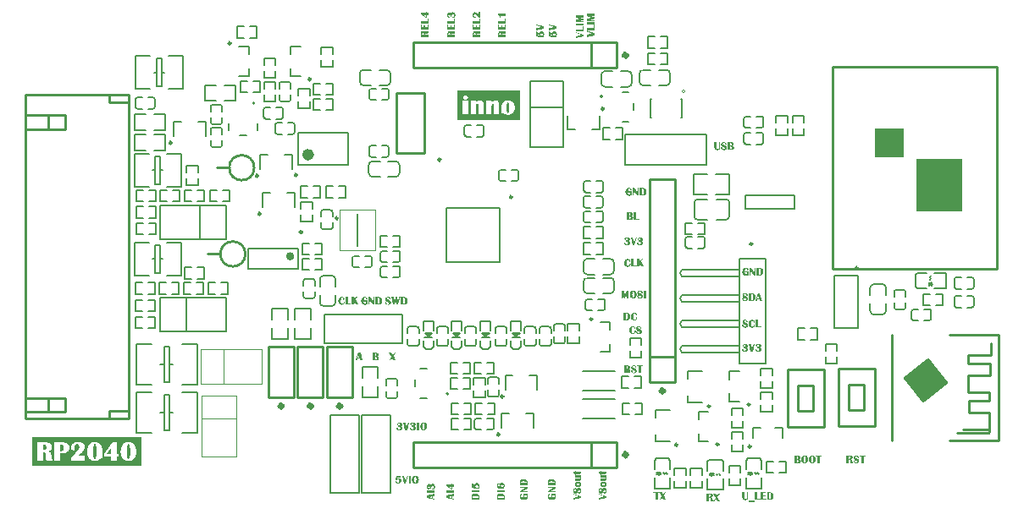
<source format=gto>
G04*
G04 #@! TF.GenerationSoftware,Altium Limited,Altium Designer,20.0.2 (26)*
G04*
G04 Layer_Color=65535*
%FSLAX25Y25*%
%MOIN*%
G70*
G01*
G75*
%ADD10C,0.00394*%
%ADD11C,0.00984*%
%ADD12C,0.00787*%
%ADD13C,0.02362*%
%ADD14C,0.01000*%
%ADD15C,0.01968*%
%ADD16C,0.01575*%
%ADD17C,0.00500*%
%ADD18C,0.00591*%
%ADD19C,0.00300*%
%ADD20C,0.00197*%
%ADD21C,0.00600*%
G04:AMPARAMS|DCode=22|XSize=127mil|YSize=127.27mil|CornerRadius=0mil|HoleSize=0mil|Usage=FLASHONLY|Rotation=308.313|XOffset=0mil|YOffset=0mil|HoleType=Round|Shape=Rectangle|*
%AMROTATEDRECTD22*
4,1,4,-0.08930,0.01037,0.01056,0.08928,0.08930,-0.01037,-0.01056,-0.08928,-0.08930,0.01037,0.0*
%
%ADD22ROTATEDRECTD22*%

%ADD23R,0.18000X0.20900*%
%ADD24R,0.11500X0.11700*%
%ADD25R,0.01400X0.00700*%
G36*
X45994Y-181617D02*
X3000D01*
Y-170111D01*
X45994D01*
Y-181617D01*
D02*
G37*
G36*
X194969Y-45117D02*
X170500D01*
Y-33541D01*
X194969D01*
Y-45117D01*
D02*
G37*
G36*
X228624Y-183556D02*
X228644Y-183566D01*
X228668Y-183576D01*
X228702Y-183591D01*
X228736Y-183610D01*
X228776Y-183639D01*
X228815Y-183669D01*
X228854Y-183708D01*
X228893Y-183752D01*
X228927Y-183805D01*
X228961Y-183864D01*
X228985Y-183932D01*
X229005Y-184010D01*
X229019Y-184093D01*
X229024Y-184191D01*
Y-184220D01*
X229019Y-184249D01*
X229015Y-184288D01*
X229010Y-184337D01*
X228995Y-184391D01*
X228980Y-184449D01*
X228956Y-184508D01*
X228927Y-184567D01*
X228893Y-184625D01*
X228849Y-184679D01*
X228795Y-184728D01*
X228732Y-184767D01*
X228658Y-184796D01*
X228575Y-184820D01*
X228478Y-184825D01*
X227072D01*
Y-185089D01*
X226741D01*
Y-184825D01*
X226370D01*
Y-184820D01*
X226365Y-184806D01*
X226355Y-184781D01*
X226350Y-184752D01*
X226336Y-184713D01*
X226321Y-184664D01*
X226306Y-184610D01*
X226282Y-184552D01*
X226262Y-184488D01*
X226238Y-184420D01*
X226179Y-184274D01*
X226116Y-184113D01*
X226038Y-183947D01*
X226741D01*
Y-183595D01*
X227072D01*
Y-183947D01*
X228571D01*
X228575D01*
X228585D01*
X228619Y-183942D01*
X228658Y-183927D01*
X228668Y-183917D01*
X228673Y-183903D01*
Y-183898D01*
X228658Y-183888D01*
X228649Y-183883D01*
X228634Y-183874D01*
X228610Y-183869D01*
X228575Y-183864D01*
X228605Y-183552D01*
X228610D01*
X228624Y-183556D01*
D02*
G37*
G36*
X229000Y-186153D02*
X228658D01*
X228668Y-186162D01*
X228688Y-186172D01*
X228712Y-186192D01*
X228741Y-186216D01*
X228776Y-186240D01*
X228810Y-186275D01*
X228844Y-186314D01*
X228883Y-186353D01*
X228917Y-186401D01*
X228951Y-186455D01*
X228980Y-186519D01*
X229005Y-186582D01*
X229024Y-186650D01*
X229034Y-186728D01*
X229039Y-186811D01*
Y-186836D01*
X229034Y-186870D01*
X229029Y-186909D01*
X229019Y-186953D01*
X229005Y-187007D01*
X228990Y-187060D01*
X228966Y-187119D01*
X228932Y-187177D01*
X228893Y-187231D01*
X228844Y-187285D01*
X228785Y-187329D01*
X228717Y-187368D01*
X228639Y-187402D01*
X228546Y-187421D01*
X228439Y-187426D01*
X226741D01*
Y-187382D01*
X226736Y-187353D01*
Y-187314D01*
X226731Y-187265D01*
Y-187212D01*
X226726Y-187153D01*
X226721Y-187090D01*
X226716Y-187021D01*
X226706Y-186875D01*
X226697Y-186714D01*
X226682Y-186548D01*
X228419D01*
X228424D01*
X228444D01*
X228473Y-186543D01*
X228502Y-186538D01*
X228536Y-186528D01*
X228561Y-186514D01*
X228580Y-186494D01*
X228590Y-186465D01*
Y-186450D01*
X228585Y-186436D01*
X228580Y-186416D01*
X228571Y-186392D01*
X228551Y-186367D01*
X228532Y-186338D01*
X228502Y-186309D01*
X228463Y-186279D01*
X228414Y-186250D01*
X228361Y-186226D01*
X228288Y-186201D01*
X228209Y-186182D01*
X228112Y-186167D01*
X228005Y-186157D01*
X227878Y-186153D01*
X226741D01*
Y-186109D01*
X226736Y-186079D01*
Y-186040D01*
X226731Y-185992D01*
Y-185938D01*
X226726Y-185879D01*
X226721Y-185816D01*
X226716Y-185748D01*
X226706Y-185601D01*
X226697Y-185440D01*
X226682Y-185274D01*
X229000D01*
Y-186153D01*
D02*
G37*
G36*
X227946Y-187729D02*
X227975D01*
X228053Y-187743D01*
X228141Y-187758D01*
X228244Y-187783D01*
X228346Y-187817D01*
X228458Y-187865D01*
X228571Y-187924D01*
X228673Y-188002D01*
X228776Y-188090D01*
X228819Y-188144D01*
X228863Y-188202D01*
X228902Y-188266D01*
X228941Y-188329D01*
X228971Y-188402D01*
X229000Y-188480D01*
X229019Y-188568D01*
X229034Y-188656D01*
X229044Y-188754D01*
X229049Y-188856D01*
Y-188885D01*
X229044Y-188905D01*
Y-188929D01*
X229039Y-188959D01*
X229029Y-189032D01*
X229015Y-189115D01*
X228985Y-189212D01*
X228951Y-189315D01*
X228902Y-189417D01*
X228839Y-189520D01*
X228761Y-189622D01*
X228663Y-189720D01*
X228610Y-189764D01*
X228551Y-189803D01*
X228488Y-189842D01*
X228414Y-189876D01*
X228341Y-189905D01*
X228258Y-189930D01*
X228170Y-189949D01*
X228078Y-189964D01*
X227975Y-189974D01*
X227868Y-189979D01*
X227863D01*
X227853D01*
X227839D01*
X227819D01*
X227790Y-189974D01*
X227761Y-189969D01*
X227682Y-189959D01*
X227595Y-189944D01*
X227492Y-189920D01*
X227385Y-189886D01*
X227273Y-189837D01*
X227165Y-189778D01*
X227058Y-189705D01*
X226955Y-189612D01*
X226911Y-189564D01*
X226867Y-189505D01*
X226828Y-189442D01*
X226789Y-189378D01*
X226760Y-189305D01*
X226731Y-189227D01*
X226711Y-189144D01*
X226697Y-189051D01*
X226687Y-188959D01*
X226682Y-188856D01*
Y-188807D01*
X226687Y-188783D01*
X226692Y-188754D01*
X226701Y-188680D01*
X226716Y-188593D01*
X226745Y-188500D01*
X226780Y-188397D01*
X226828Y-188290D01*
X226892Y-188183D01*
X226970Y-188080D01*
X227067Y-187987D01*
X227121Y-187943D01*
X227180Y-187900D01*
X227248Y-187861D01*
X227316Y-187826D01*
X227395Y-187797D01*
X227477Y-187773D01*
X227565Y-187753D01*
X227658Y-187739D01*
X227761Y-187729D01*
X227868Y-187724D01*
X227873D01*
X227883D01*
X227897D01*
X227917D01*
X227946Y-187729D01*
D02*
G37*
G36*
X228161Y-190183D02*
X228195Y-190188D01*
X228239Y-190193D01*
X228288Y-190203D01*
X228336Y-190218D01*
X228449Y-190257D01*
X228507Y-190281D01*
X228566Y-190310D01*
X228624Y-190345D01*
X228683Y-190388D01*
X228736Y-190437D01*
X228790Y-190491D01*
X228795Y-190496D01*
X228800Y-190506D01*
X228815Y-190525D01*
X228829Y-190549D01*
X228849Y-190579D01*
X228873Y-190618D01*
X228898Y-190662D01*
X228922Y-190710D01*
X228946Y-190769D01*
X228971Y-190832D01*
X228990Y-190901D01*
X229015Y-190974D01*
X229029Y-191052D01*
X229044Y-191135D01*
X229049Y-191228D01*
X229054Y-191321D01*
Y-191369D01*
X229049Y-191394D01*
Y-191423D01*
X229039Y-191496D01*
X229024Y-191584D01*
X229005Y-191677D01*
X228980Y-191779D01*
X228941Y-191887D01*
X228898Y-191994D01*
X228839Y-192096D01*
X228766Y-192189D01*
X228678Y-192277D01*
X228575Y-192350D01*
X228522Y-192379D01*
X228458Y-192404D01*
X228395Y-192423D01*
X228322Y-192438D01*
X228249Y-192448D01*
X228166Y-192453D01*
X228161D01*
X228151D01*
X228136D01*
X228112D01*
X228083Y-192448D01*
X228044D01*
X228005D01*
X227956Y-192443D01*
X227858Y-191940D01*
X227863D01*
X227868D01*
X227897Y-191945D01*
X227941Y-191955D01*
X227995Y-191960D01*
X228053Y-191970D01*
X228117Y-191979D01*
X228175Y-191984D01*
X228229D01*
X228234D01*
X228249D01*
X228273Y-191979D01*
X228307Y-191974D01*
X228346Y-191965D01*
X228390Y-191955D01*
X228434Y-191935D01*
X228478Y-191911D01*
X228527Y-191882D01*
X228571Y-191843D01*
X228614Y-191799D01*
X228654Y-191740D01*
X228683Y-191677D01*
X228712Y-191599D01*
X228727Y-191511D01*
X228732Y-191408D01*
Y-191364D01*
X228727Y-191335D01*
X228722Y-191301D01*
X228712Y-191262D01*
X228688Y-191179D01*
X228668Y-191135D01*
X228649Y-191096D01*
X228619Y-191057D01*
X228585Y-191023D01*
X228546Y-190993D01*
X228497Y-190969D01*
X228444Y-190954D01*
X228385Y-190950D01*
X228380D01*
X228375D01*
X228361Y-190954D01*
X228341Y-190959D01*
X228317Y-190969D01*
X228292Y-190979D01*
X228258Y-190998D01*
X228224Y-191023D01*
X228190Y-191052D01*
X228151Y-191091D01*
X228112Y-191135D01*
X228073Y-191194D01*
X228029Y-191257D01*
X227990Y-191335D01*
X227946Y-191423D01*
X227907Y-191525D01*
X227902Y-191535D01*
X227892Y-191565D01*
X227873Y-191608D01*
X227843Y-191667D01*
X227809Y-191730D01*
X227765Y-191808D01*
X227712Y-191887D01*
X227653Y-191970D01*
X227580Y-192057D01*
X227502Y-192135D01*
X227414Y-192213D01*
X227321Y-192277D01*
X227214Y-192335D01*
X227102Y-192379D01*
X226975Y-192409D01*
X226911Y-192414D01*
X226843Y-192419D01*
X226838D01*
X226823D01*
X226804D01*
X226775Y-192414D01*
X226741Y-192409D01*
X226697Y-192404D01*
X226604Y-192379D01*
X226497Y-192345D01*
X226443Y-192321D01*
X226384Y-192292D01*
X226331Y-192257D01*
X226277Y-192213D01*
X226223Y-192170D01*
X226174Y-192116D01*
X226170Y-192111D01*
X226165Y-192101D01*
X226150Y-192087D01*
X226135Y-192062D01*
X226116Y-192033D01*
X226092Y-191994D01*
X226067Y-191950D01*
X226043Y-191901D01*
X226023Y-191848D01*
X225999Y-191789D01*
X225974Y-191726D01*
X225955Y-191652D01*
X225940Y-191579D01*
X225926Y-191501D01*
X225921Y-191413D01*
X225916Y-191325D01*
Y-191281D01*
X225921Y-191233D01*
X225931Y-191164D01*
X225945Y-191086D01*
X225965Y-191003D01*
X225994Y-190911D01*
X226033Y-190813D01*
X226087Y-190720D01*
X226150Y-190628D01*
X226228Y-190540D01*
X226321Y-190466D01*
X226428Y-190398D01*
X226492Y-190374D01*
X226555Y-190349D01*
X226628Y-190330D01*
X226701Y-190315D01*
X226784Y-190310D01*
X226872Y-190305D01*
X226955Y-190793D01*
X226945D01*
X226926Y-190789D01*
X226897Y-190784D01*
X226863Y-190779D01*
X226780Y-190769D01*
X226741Y-190764D01*
X226711D01*
X226706D01*
X226692D01*
X226667Y-190769D01*
X226638Y-190774D01*
X226599Y-190784D01*
X226560Y-190793D01*
X226521Y-190813D01*
X226472Y-190837D01*
X226428Y-190867D01*
X226389Y-190906D01*
X226345Y-190954D01*
X226311Y-191013D01*
X226282Y-191077D01*
X226257Y-191155D01*
X226243Y-191247D01*
X226238Y-191350D01*
Y-191389D01*
X226243Y-191418D01*
X226248Y-191452D01*
X226253Y-191486D01*
X226277Y-191569D01*
X226316Y-191647D01*
X226340Y-191686D01*
X226370Y-191721D01*
X226404Y-191750D01*
X226448Y-191769D01*
X226497Y-191784D01*
X226550Y-191789D01*
X226555D01*
X226560D01*
X226589Y-191779D01*
X226633Y-191760D01*
X226662Y-191745D01*
X226692Y-191726D01*
X226721Y-191696D01*
X226755Y-191662D01*
X226789Y-191623D01*
X226823Y-191574D01*
X226858Y-191516D01*
X226897Y-191447D01*
X226931Y-191364D01*
X226965Y-191277D01*
Y-191272D01*
X226970Y-191262D01*
X226975Y-191247D01*
X226985Y-191228D01*
X227004Y-191174D01*
X227033Y-191106D01*
X227072Y-191023D01*
X227121Y-190930D01*
X227180Y-190828D01*
X227248Y-190725D01*
X227321Y-190623D01*
X227404Y-190525D01*
X227497Y-190432D01*
X227595Y-190349D01*
X227707Y-190281D01*
X227824Y-190227D01*
X227887Y-190208D01*
X227951Y-190188D01*
X228019Y-190183D01*
X228087Y-190179D01*
X228092D01*
X228107D01*
X228131D01*
X228161Y-190183D01*
D02*
G37*
G36*
X229000Y-193375D02*
Y-194209D01*
X225965Y-194995D01*
Y-194058D01*
X228200Y-193507D01*
X225965Y-192906D01*
Y-192506D01*
X229000Y-193375D01*
D02*
G37*
G36*
X218624Y-183556D02*
X218644Y-183566D01*
X218668Y-183576D01*
X218702Y-183591D01*
X218737Y-183610D01*
X218776Y-183639D01*
X218815Y-183669D01*
X218854Y-183708D01*
X218893Y-183752D01*
X218927Y-183805D01*
X218961Y-183864D01*
X218985Y-183932D01*
X219005Y-184010D01*
X219020Y-184093D01*
X219024Y-184191D01*
Y-184220D01*
X219020Y-184249D01*
X219015Y-184288D01*
X219010Y-184337D01*
X218995Y-184391D01*
X218981Y-184449D01*
X218956Y-184508D01*
X218927Y-184567D01*
X218893Y-184625D01*
X218849Y-184679D01*
X218795Y-184728D01*
X218732Y-184767D01*
X218658Y-184796D01*
X218575Y-184820D01*
X218478Y-184825D01*
X217072D01*
Y-185089D01*
X216741D01*
Y-184825D01*
X216370D01*
Y-184820D01*
X216365Y-184806D01*
X216355Y-184781D01*
X216350Y-184752D01*
X216336Y-184713D01*
X216321Y-184664D01*
X216306Y-184610D01*
X216282Y-184552D01*
X216262Y-184488D01*
X216238Y-184420D01*
X216179Y-184274D01*
X216116Y-184113D01*
X216038Y-183947D01*
X216741D01*
Y-183595D01*
X217072D01*
Y-183947D01*
X218571D01*
X218575D01*
X218585D01*
X218619Y-183942D01*
X218658Y-183927D01*
X218668Y-183917D01*
X218673Y-183903D01*
Y-183898D01*
X218658Y-183888D01*
X218649Y-183883D01*
X218634Y-183874D01*
X218610Y-183869D01*
X218575Y-183864D01*
X218605Y-183552D01*
X218610D01*
X218624Y-183556D01*
D02*
G37*
G36*
X219000Y-186153D02*
X218658D01*
X218668Y-186162D01*
X218688Y-186172D01*
X218712Y-186192D01*
X218741Y-186216D01*
X218776Y-186240D01*
X218810Y-186275D01*
X218844Y-186314D01*
X218883Y-186353D01*
X218917Y-186401D01*
X218951Y-186455D01*
X218981Y-186519D01*
X219005Y-186582D01*
X219024Y-186650D01*
X219034Y-186728D01*
X219039Y-186811D01*
Y-186836D01*
X219034Y-186870D01*
X219029Y-186909D01*
X219020Y-186953D01*
X219005Y-187007D01*
X218990Y-187060D01*
X218966Y-187119D01*
X218932Y-187177D01*
X218893Y-187231D01*
X218844Y-187285D01*
X218785Y-187329D01*
X218717Y-187368D01*
X218639Y-187402D01*
X218546Y-187421D01*
X218439Y-187426D01*
X216741D01*
Y-187382D01*
X216736Y-187353D01*
Y-187314D01*
X216731Y-187265D01*
Y-187212D01*
X216726Y-187153D01*
X216721Y-187090D01*
X216716Y-187021D01*
X216706Y-186875D01*
X216697Y-186714D01*
X216682Y-186548D01*
X218419D01*
X218424D01*
X218444D01*
X218473Y-186543D01*
X218502Y-186538D01*
X218536Y-186528D01*
X218561Y-186514D01*
X218580Y-186494D01*
X218590Y-186465D01*
Y-186450D01*
X218585Y-186436D01*
X218580Y-186416D01*
X218571Y-186392D01*
X218551Y-186367D01*
X218531Y-186338D01*
X218502Y-186309D01*
X218463Y-186279D01*
X218414Y-186250D01*
X218361Y-186226D01*
X218287Y-186201D01*
X218209Y-186182D01*
X218112Y-186167D01*
X218004Y-186157D01*
X217878Y-186153D01*
X216741D01*
Y-186109D01*
X216736Y-186079D01*
Y-186040D01*
X216731Y-185992D01*
Y-185938D01*
X216726Y-185879D01*
X216721Y-185816D01*
X216716Y-185748D01*
X216706Y-185601D01*
X216697Y-185440D01*
X216682Y-185274D01*
X219000D01*
Y-186153D01*
D02*
G37*
G36*
X217946Y-187729D02*
X217975D01*
X218053Y-187743D01*
X218141Y-187758D01*
X218244Y-187783D01*
X218346Y-187817D01*
X218458Y-187865D01*
X218571Y-187924D01*
X218673Y-188002D01*
X218776Y-188090D01*
X218819Y-188144D01*
X218863Y-188202D01*
X218902Y-188266D01*
X218941Y-188329D01*
X218971Y-188402D01*
X219000Y-188480D01*
X219020Y-188568D01*
X219034Y-188656D01*
X219044Y-188754D01*
X219049Y-188856D01*
Y-188885D01*
X219044Y-188905D01*
Y-188929D01*
X219039Y-188959D01*
X219029Y-189032D01*
X219015Y-189115D01*
X218985Y-189212D01*
X218951Y-189315D01*
X218902Y-189417D01*
X218839Y-189520D01*
X218761Y-189622D01*
X218663Y-189720D01*
X218610Y-189764D01*
X218551Y-189803D01*
X218488Y-189842D01*
X218414Y-189876D01*
X218341Y-189905D01*
X218258Y-189930D01*
X218170Y-189949D01*
X218078Y-189964D01*
X217975Y-189974D01*
X217868Y-189979D01*
X217863D01*
X217853D01*
X217839D01*
X217819D01*
X217790Y-189974D01*
X217760Y-189969D01*
X217682Y-189959D01*
X217595Y-189944D01*
X217492Y-189920D01*
X217385Y-189886D01*
X217272Y-189837D01*
X217165Y-189778D01*
X217058Y-189705D01*
X216955Y-189612D01*
X216911Y-189564D01*
X216867Y-189505D01*
X216828Y-189442D01*
X216789Y-189378D01*
X216760Y-189305D01*
X216731Y-189227D01*
X216711Y-189144D01*
X216697Y-189051D01*
X216687Y-188959D01*
X216682Y-188856D01*
Y-188807D01*
X216687Y-188783D01*
X216692Y-188754D01*
X216702Y-188680D01*
X216716Y-188593D01*
X216745Y-188500D01*
X216780Y-188397D01*
X216828Y-188290D01*
X216892Y-188183D01*
X216970Y-188080D01*
X217068Y-187987D01*
X217121Y-187943D01*
X217180Y-187900D01*
X217248Y-187861D01*
X217316Y-187826D01*
X217394Y-187797D01*
X217477Y-187773D01*
X217565Y-187753D01*
X217658Y-187739D01*
X217760Y-187729D01*
X217868Y-187724D01*
X217873D01*
X217882D01*
X217897D01*
X217917D01*
X217946Y-187729D01*
D02*
G37*
G36*
X218161Y-190183D02*
X218195Y-190188D01*
X218239Y-190193D01*
X218287Y-190203D01*
X218336Y-190218D01*
X218449Y-190257D01*
X218507Y-190281D01*
X218566Y-190310D01*
X218624Y-190345D01*
X218683Y-190388D01*
X218737Y-190437D01*
X218790Y-190491D01*
X218795Y-190496D01*
X218800Y-190506D01*
X218815Y-190525D01*
X218829Y-190549D01*
X218849Y-190579D01*
X218873Y-190618D01*
X218898Y-190662D01*
X218922Y-190710D01*
X218946Y-190769D01*
X218971Y-190832D01*
X218990Y-190901D01*
X219015Y-190974D01*
X219029Y-191052D01*
X219044Y-191135D01*
X219049Y-191228D01*
X219054Y-191321D01*
Y-191369D01*
X219049Y-191394D01*
Y-191423D01*
X219039Y-191496D01*
X219024Y-191584D01*
X219005Y-191677D01*
X218981Y-191779D01*
X218941Y-191887D01*
X218898Y-191994D01*
X218839Y-192096D01*
X218766Y-192189D01*
X218678Y-192277D01*
X218575Y-192350D01*
X218522Y-192379D01*
X218458Y-192404D01*
X218395Y-192423D01*
X218322Y-192438D01*
X218249Y-192448D01*
X218165Y-192453D01*
X218161D01*
X218151D01*
X218136D01*
X218112D01*
X218083Y-192448D01*
X218043D01*
X218004D01*
X217956Y-192443D01*
X217858Y-191940D01*
X217863D01*
X217868D01*
X217897Y-191945D01*
X217941Y-191955D01*
X217995Y-191960D01*
X218053Y-191970D01*
X218117Y-191979D01*
X218175Y-191984D01*
X218229D01*
X218234D01*
X218249D01*
X218273Y-191979D01*
X218307Y-191974D01*
X218346Y-191965D01*
X218390Y-191955D01*
X218434Y-191935D01*
X218478Y-191911D01*
X218527Y-191882D01*
X218571Y-191843D01*
X218615Y-191799D01*
X218653Y-191740D01*
X218683Y-191677D01*
X218712Y-191599D01*
X218727Y-191511D01*
X218732Y-191408D01*
Y-191364D01*
X218727Y-191335D01*
X218722Y-191301D01*
X218712Y-191262D01*
X218688Y-191179D01*
X218668Y-191135D01*
X218649Y-191096D01*
X218619Y-191057D01*
X218585Y-191023D01*
X218546Y-190993D01*
X218497Y-190969D01*
X218444Y-190954D01*
X218385Y-190950D01*
X218380D01*
X218375D01*
X218361Y-190954D01*
X218341Y-190959D01*
X218317Y-190969D01*
X218292Y-190979D01*
X218258Y-190998D01*
X218224Y-191023D01*
X218190Y-191052D01*
X218151Y-191091D01*
X218112Y-191135D01*
X218073Y-191194D01*
X218029Y-191257D01*
X217990Y-191335D01*
X217946Y-191423D01*
X217907Y-191525D01*
X217902Y-191535D01*
X217892Y-191565D01*
X217873Y-191608D01*
X217843Y-191667D01*
X217809Y-191730D01*
X217765Y-191808D01*
X217712Y-191887D01*
X217653Y-191970D01*
X217580Y-192057D01*
X217502Y-192135D01*
X217414Y-192213D01*
X217321Y-192277D01*
X217214Y-192335D01*
X217102Y-192379D01*
X216975Y-192409D01*
X216911Y-192414D01*
X216843Y-192419D01*
X216838D01*
X216824D01*
X216804D01*
X216775Y-192414D01*
X216741Y-192409D01*
X216697Y-192404D01*
X216604Y-192379D01*
X216497Y-192345D01*
X216443Y-192321D01*
X216384Y-192292D01*
X216331Y-192257D01*
X216277Y-192213D01*
X216223Y-192170D01*
X216175Y-192116D01*
X216170Y-192111D01*
X216165Y-192101D01*
X216150Y-192087D01*
X216135Y-192062D01*
X216116Y-192033D01*
X216091Y-191994D01*
X216067Y-191950D01*
X216043Y-191901D01*
X216023Y-191848D01*
X215999Y-191789D01*
X215974Y-191726D01*
X215955Y-191652D01*
X215940Y-191579D01*
X215926Y-191501D01*
X215921Y-191413D01*
X215916Y-191325D01*
Y-191281D01*
X215921Y-191233D01*
X215931Y-191164D01*
X215945Y-191086D01*
X215965Y-191003D01*
X215994Y-190911D01*
X216033Y-190813D01*
X216087Y-190720D01*
X216150Y-190628D01*
X216228Y-190540D01*
X216321Y-190466D01*
X216428Y-190398D01*
X216492Y-190374D01*
X216555Y-190349D01*
X216628Y-190330D01*
X216702Y-190315D01*
X216785Y-190310D01*
X216872Y-190305D01*
X216955Y-190793D01*
X216946D01*
X216926Y-190789D01*
X216897Y-190784D01*
X216863Y-190779D01*
X216780Y-190769D01*
X216741Y-190764D01*
X216711D01*
X216706D01*
X216692D01*
X216667Y-190769D01*
X216638Y-190774D01*
X216599Y-190784D01*
X216560Y-190793D01*
X216521Y-190813D01*
X216472Y-190837D01*
X216428Y-190867D01*
X216389Y-190906D01*
X216345Y-190954D01*
X216311Y-191013D01*
X216282Y-191077D01*
X216257Y-191155D01*
X216243Y-191247D01*
X216238Y-191350D01*
Y-191389D01*
X216243Y-191418D01*
X216248Y-191452D01*
X216253Y-191486D01*
X216277Y-191569D01*
X216316Y-191647D01*
X216340Y-191686D01*
X216370Y-191721D01*
X216404Y-191750D01*
X216448Y-191769D01*
X216497Y-191784D01*
X216550Y-191789D01*
X216555D01*
X216560D01*
X216589Y-191779D01*
X216633Y-191760D01*
X216663Y-191745D01*
X216692Y-191726D01*
X216721Y-191696D01*
X216755Y-191662D01*
X216789Y-191623D01*
X216824Y-191574D01*
X216858Y-191516D01*
X216897Y-191447D01*
X216931Y-191364D01*
X216965Y-191277D01*
Y-191272D01*
X216970Y-191262D01*
X216975Y-191247D01*
X216985Y-191228D01*
X217004Y-191174D01*
X217033Y-191106D01*
X217072Y-191023D01*
X217121Y-190930D01*
X217180Y-190828D01*
X217248Y-190725D01*
X217321Y-190623D01*
X217404Y-190525D01*
X217497Y-190432D01*
X217595Y-190349D01*
X217707Y-190281D01*
X217824Y-190227D01*
X217887Y-190208D01*
X217951Y-190188D01*
X218019Y-190183D01*
X218087Y-190179D01*
X218092D01*
X218107D01*
X218131D01*
X218161Y-190183D01*
D02*
G37*
G36*
X219000Y-193375D02*
Y-194209D01*
X215965Y-194995D01*
Y-194058D01*
X218200Y-193507D01*
X215965Y-192906D01*
Y-192506D01*
X219000Y-193375D01*
D02*
G37*
G36*
X207551Y-186704D02*
X207585D01*
X207629Y-186709D01*
X207673Y-186714D01*
X207721Y-186719D01*
X207839Y-186743D01*
X207965Y-186772D01*
X208102Y-186816D01*
X208244Y-186875D01*
X208385Y-186948D01*
X208453Y-186992D01*
X208522Y-187041D01*
X208585Y-187094D01*
X208649Y-187153D01*
X208707Y-187221D01*
X208766Y-187290D01*
X208815Y-187368D01*
X208858Y-187451D01*
X208902Y-187539D01*
X208937Y-187636D01*
X208961Y-187743D01*
X208980Y-187851D01*
X208995Y-187973D01*
X209000Y-188100D01*
Y-189315D01*
X205965D01*
Y-188017D01*
X205970Y-187992D01*
Y-187963D01*
X205974Y-187924D01*
X205979Y-187885D01*
X205989Y-187841D01*
X206009Y-187739D01*
X206043Y-187621D01*
X206091Y-187499D01*
X206155Y-187373D01*
X206194Y-187314D01*
X206233Y-187251D01*
X206282Y-187187D01*
X206335Y-187129D01*
X206394Y-187070D01*
X206457Y-187011D01*
X206531Y-186958D01*
X206609Y-186909D01*
X206692Y-186865D01*
X206780Y-186826D01*
X206877Y-186787D01*
X206985Y-186758D01*
X207097Y-186733D01*
X207219Y-186714D01*
X207351Y-186704D01*
X207487Y-186699D01*
X207492D01*
X207502D01*
X207526D01*
X207551Y-186704D01*
D02*
G37*
G36*
X209000Y-190501D02*
X207136Y-191652D01*
X209000D01*
Y-192033D01*
X205965D01*
Y-191423D01*
X207980Y-190149D01*
X205965D01*
Y-189769D01*
X209000D01*
Y-190501D01*
D02*
G37*
G36*
Y-192760D02*
X208800Y-192843D01*
X208805Y-192848D01*
X208810Y-192858D01*
X208824Y-192877D01*
X208839Y-192902D01*
X208858Y-192931D01*
X208878Y-192965D01*
X208902Y-193009D01*
X208922Y-193058D01*
X208971Y-193165D01*
X209010Y-193292D01*
X209039Y-193429D01*
X209044Y-193502D01*
X209049Y-193580D01*
Y-193609D01*
X209044Y-193643D01*
Y-193692D01*
X209034Y-193746D01*
X209029Y-193814D01*
X209015Y-193887D01*
X209000Y-193965D01*
X208976Y-194048D01*
X208951Y-194131D01*
X208917Y-194219D01*
X208878Y-194307D01*
X208834Y-194395D01*
X208780Y-194478D01*
X208717Y-194556D01*
X208649Y-194629D01*
X208644Y-194634D01*
X208629Y-194644D01*
X208605Y-194663D01*
X208575Y-194688D01*
X208531Y-194717D01*
X208483Y-194746D01*
X208424Y-194780D01*
X208356Y-194815D01*
X208278Y-194849D01*
X208195Y-194883D01*
X208097Y-194912D01*
X208000Y-194941D01*
X207887Y-194966D01*
X207770Y-194985D01*
X207643Y-194995D01*
X207512Y-195000D01*
X207502D01*
X207482D01*
X207443Y-194995D01*
X207395D01*
X207336Y-194985D01*
X207263Y-194981D01*
X207185Y-194966D01*
X207102Y-194951D01*
X207014Y-194932D01*
X206921Y-194902D01*
X206823Y-194873D01*
X206726Y-194834D01*
X206633Y-194790D01*
X206536Y-194737D01*
X206448Y-194673D01*
X206360Y-194605D01*
X206355Y-194600D01*
X206340Y-194585D01*
X206321Y-194566D01*
X206292Y-194532D01*
X206257Y-194492D01*
X206218Y-194444D01*
X206179Y-194390D01*
X206135Y-194327D01*
X206096Y-194258D01*
X206057Y-194180D01*
X206018Y-194092D01*
X205984Y-194000D01*
X205955Y-193902D01*
X205935Y-193799D01*
X205921Y-193687D01*
X205916Y-193570D01*
Y-193531D01*
X205921Y-193487D01*
X205930Y-193433D01*
X205945Y-193365D01*
X205965Y-193287D01*
X205989Y-193204D01*
X206028Y-193116D01*
X206077Y-193028D01*
X206135Y-192936D01*
X206209Y-192848D01*
X206296Y-192765D01*
X206399Y-192692D01*
X206521Y-192623D01*
X206589Y-192594D01*
X206658Y-192570D01*
X206736Y-192545D01*
X206819Y-192526D01*
X207024Y-193019D01*
X206911D01*
X206755Y-193028D01*
X206750D01*
X206736D01*
X206711Y-193033D01*
X206677Y-193038D01*
X206643Y-193048D01*
X206599Y-193063D01*
X206511Y-193097D01*
X206467Y-193121D01*
X206423Y-193150D01*
X206379Y-193185D01*
X206345Y-193229D01*
X206311Y-193277D01*
X206287Y-193331D01*
X206272Y-193394D01*
X206267Y-193468D01*
Y-193497D01*
X206272Y-193517D01*
X206282Y-193565D01*
X206301Y-193629D01*
X206331Y-193697D01*
X206375Y-193761D01*
X206404Y-193795D01*
X206438Y-193824D01*
X206482Y-193848D01*
X206526Y-193873D01*
X206531D01*
X206540Y-193878D01*
X206555Y-193883D01*
X206579Y-193887D01*
X206609Y-193897D01*
X206648Y-193907D01*
X206692Y-193917D01*
X206750Y-193926D01*
X206814Y-193936D01*
X206887Y-193946D01*
X206965Y-193956D01*
X207058Y-193965D01*
X207160Y-193970D01*
X207273Y-193975D01*
X207395Y-193980D01*
X207531D01*
X207541D01*
X207560D01*
X207599D01*
X207643D01*
X207702Y-193975D01*
X207765D01*
X207839Y-193970D01*
X207912D01*
X208068Y-193961D01*
X208224Y-193941D01*
X208292Y-193931D01*
X208361Y-193921D01*
X208419Y-193907D01*
X208468Y-193892D01*
X208478Y-193887D01*
X208502Y-193873D01*
X208541Y-193853D01*
X208580Y-193819D01*
X208624Y-193775D01*
X208663Y-193717D01*
X208688Y-193648D01*
X208693Y-193609D01*
X208697Y-193565D01*
Y-193541D01*
X208693Y-193521D01*
X208683Y-193477D01*
X208658Y-193424D01*
X208624Y-193375D01*
X208595Y-193351D01*
X208566Y-193331D01*
X208531Y-193312D01*
X208492Y-193297D01*
X208444Y-193292D01*
X208390Y-193287D01*
X207707D01*
Y-193717D01*
X207321D01*
Y-192409D01*
X209000D01*
Y-192760D01*
D02*
G37*
G36*
X196551Y-186704D02*
X196585D01*
X196629Y-186709D01*
X196673Y-186714D01*
X196721Y-186719D01*
X196839Y-186743D01*
X196965Y-186772D01*
X197102Y-186816D01*
X197244Y-186875D01*
X197385Y-186948D01*
X197453Y-186992D01*
X197522Y-187041D01*
X197585Y-187094D01*
X197649Y-187153D01*
X197707Y-187221D01*
X197766Y-187290D01*
X197815Y-187368D01*
X197859Y-187451D01*
X197902Y-187539D01*
X197937Y-187636D01*
X197961Y-187743D01*
X197980Y-187851D01*
X197995Y-187973D01*
X198000Y-188100D01*
Y-189315D01*
X194965D01*
Y-188017D01*
X194969Y-187992D01*
Y-187963D01*
X194974Y-187924D01*
X194979Y-187885D01*
X194989Y-187841D01*
X195009Y-187739D01*
X195043Y-187621D01*
X195091Y-187499D01*
X195155Y-187373D01*
X195194Y-187314D01*
X195233Y-187251D01*
X195282Y-187187D01*
X195335Y-187129D01*
X195394Y-187070D01*
X195457Y-187011D01*
X195531Y-186958D01*
X195609Y-186909D01*
X195692Y-186865D01*
X195780Y-186826D01*
X195877Y-186787D01*
X195985Y-186758D01*
X196097Y-186733D01*
X196219Y-186714D01*
X196351Y-186704D01*
X196487Y-186699D01*
X196492D01*
X196502D01*
X196526D01*
X196551Y-186704D01*
D02*
G37*
G36*
X198000Y-190501D02*
X196136Y-191652D01*
X198000D01*
Y-192033D01*
X194965D01*
Y-191423D01*
X196980Y-190149D01*
X194965D01*
Y-189769D01*
X198000D01*
Y-190501D01*
D02*
G37*
G36*
Y-192760D02*
X197800Y-192843D01*
X197805Y-192848D01*
X197810Y-192858D01*
X197824Y-192877D01*
X197839Y-192902D01*
X197859Y-192931D01*
X197878Y-192965D01*
X197902Y-193009D01*
X197922Y-193058D01*
X197971Y-193165D01*
X198010Y-193292D01*
X198039Y-193429D01*
X198044Y-193502D01*
X198049Y-193580D01*
Y-193609D01*
X198044Y-193643D01*
Y-193692D01*
X198034Y-193746D01*
X198029Y-193814D01*
X198015Y-193887D01*
X198000Y-193965D01*
X197976Y-194048D01*
X197951Y-194131D01*
X197917Y-194219D01*
X197878Y-194307D01*
X197834Y-194395D01*
X197780Y-194478D01*
X197717Y-194556D01*
X197649Y-194629D01*
X197644Y-194634D01*
X197629Y-194644D01*
X197605Y-194663D01*
X197575Y-194688D01*
X197531Y-194717D01*
X197483Y-194746D01*
X197424Y-194780D01*
X197356Y-194815D01*
X197278Y-194849D01*
X197195Y-194883D01*
X197097Y-194912D01*
X197000Y-194941D01*
X196887Y-194966D01*
X196770Y-194985D01*
X196643Y-194995D01*
X196512Y-195000D01*
X196502D01*
X196482D01*
X196443Y-194995D01*
X196395D01*
X196336Y-194985D01*
X196263Y-194981D01*
X196185Y-194966D01*
X196102Y-194951D01*
X196014Y-194932D01*
X195921Y-194902D01*
X195824Y-194873D01*
X195726Y-194834D01*
X195633Y-194790D01*
X195536Y-194737D01*
X195448Y-194673D01*
X195360Y-194605D01*
X195355Y-194600D01*
X195340Y-194585D01*
X195321Y-194566D01*
X195292Y-194532D01*
X195257Y-194492D01*
X195218Y-194444D01*
X195179Y-194390D01*
X195135Y-194327D01*
X195096Y-194258D01*
X195057Y-194180D01*
X195018Y-194092D01*
X194984Y-194000D01*
X194955Y-193902D01*
X194935Y-193799D01*
X194921Y-193687D01*
X194916Y-193570D01*
Y-193531D01*
X194921Y-193487D01*
X194931Y-193433D01*
X194945Y-193365D01*
X194965Y-193287D01*
X194989Y-193204D01*
X195028Y-193116D01*
X195077Y-193028D01*
X195135Y-192936D01*
X195209Y-192848D01*
X195297Y-192765D01*
X195399Y-192692D01*
X195521Y-192623D01*
X195589Y-192594D01*
X195658Y-192570D01*
X195736Y-192545D01*
X195819Y-192526D01*
X196024Y-193019D01*
X195911D01*
X195755Y-193028D01*
X195750D01*
X195736D01*
X195711Y-193033D01*
X195677Y-193038D01*
X195643Y-193048D01*
X195599Y-193063D01*
X195511Y-193097D01*
X195467Y-193121D01*
X195423Y-193150D01*
X195379Y-193185D01*
X195345Y-193229D01*
X195311Y-193277D01*
X195287Y-193331D01*
X195272Y-193394D01*
X195267Y-193468D01*
Y-193497D01*
X195272Y-193517D01*
X195282Y-193565D01*
X195301Y-193629D01*
X195331Y-193697D01*
X195375Y-193761D01*
X195404Y-193795D01*
X195438Y-193824D01*
X195482Y-193848D01*
X195526Y-193873D01*
X195531D01*
X195540Y-193878D01*
X195555Y-193883D01*
X195580Y-193887D01*
X195609Y-193897D01*
X195648Y-193907D01*
X195692Y-193917D01*
X195750Y-193926D01*
X195814Y-193936D01*
X195887Y-193946D01*
X195965Y-193956D01*
X196058Y-193965D01*
X196160Y-193970D01*
X196273Y-193975D01*
X196395Y-193980D01*
X196531D01*
X196541D01*
X196560D01*
X196599D01*
X196643D01*
X196702Y-193975D01*
X196765D01*
X196839Y-193970D01*
X196912D01*
X197068Y-193961D01*
X197224Y-193941D01*
X197292Y-193931D01*
X197361Y-193921D01*
X197419Y-193907D01*
X197468Y-193892D01*
X197478Y-193887D01*
X197502Y-193873D01*
X197541Y-193853D01*
X197580Y-193819D01*
X197624Y-193775D01*
X197663Y-193717D01*
X197688Y-193648D01*
X197693Y-193609D01*
X197697Y-193565D01*
Y-193541D01*
X197693Y-193521D01*
X197683Y-193477D01*
X197658Y-193424D01*
X197624Y-193375D01*
X197595Y-193351D01*
X197566Y-193331D01*
X197531Y-193312D01*
X197493Y-193297D01*
X197444Y-193292D01*
X197390Y-193287D01*
X196707D01*
Y-193717D01*
X196321D01*
Y-192409D01*
X198000D01*
Y-192760D01*
D02*
G37*
G36*
X188024Y-188256D02*
X188068Y-188261D01*
X188117Y-188266D01*
X188170Y-188275D01*
X188229Y-188290D01*
X188361Y-188329D01*
X188429Y-188353D01*
X188493Y-188383D01*
X188561Y-188417D01*
X188629Y-188461D01*
X188693Y-188510D01*
X188751Y-188563D01*
X188756Y-188568D01*
X188766Y-188578D01*
X188780Y-188593D01*
X188800Y-188617D01*
X188819Y-188651D01*
X188849Y-188685D01*
X188873Y-188729D01*
X188902Y-188783D01*
X188932Y-188837D01*
X188956Y-188900D01*
X188985Y-188963D01*
X189005Y-189037D01*
X189024Y-189115D01*
X189039Y-189203D01*
X189049Y-189290D01*
X189054Y-189383D01*
Y-189417D01*
X189049Y-189437D01*
Y-189466D01*
X189044Y-189505D01*
X189029Y-189588D01*
X189005Y-189686D01*
X188976Y-189793D01*
X188927Y-189915D01*
X188863Y-190032D01*
X188824Y-190096D01*
X188785Y-190154D01*
X188736Y-190218D01*
X188683Y-190271D01*
X188624Y-190330D01*
X188561Y-190384D01*
X188488Y-190432D01*
X188414Y-190481D01*
X188331Y-190525D01*
X188239Y-190564D01*
X188141Y-190598D01*
X188039Y-190628D01*
X187922Y-190652D01*
X187804Y-190671D01*
X187673Y-190681D01*
X187536Y-190686D01*
X187526D01*
X187502D01*
X187463Y-190681D01*
X187414D01*
X187351Y-190676D01*
X187277Y-190667D01*
X187199Y-190657D01*
X187111Y-190637D01*
X187019Y-190618D01*
X186926Y-190593D01*
X186828Y-190564D01*
X186731Y-190530D01*
X186633Y-190486D01*
X186536Y-190437D01*
X186448Y-190379D01*
X186360Y-190315D01*
X186355Y-190310D01*
X186340Y-190296D01*
X186321Y-190276D01*
X186292Y-190247D01*
X186257Y-190208D01*
X186218Y-190164D01*
X186179Y-190110D01*
X186135Y-190047D01*
X186096Y-189979D01*
X186057Y-189905D01*
X186018Y-189822D01*
X185984Y-189734D01*
X185955Y-189637D01*
X185935Y-189534D01*
X185921Y-189427D01*
X185916Y-189310D01*
Y-189271D01*
X185921Y-189227D01*
X185926Y-189168D01*
X185935Y-189100D01*
X185955Y-189022D01*
X185974Y-188939D01*
X186004Y-188856D01*
X186043Y-188773D01*
X186091Y-188690D01*
X186150Y-188612D01*
X186218Y-188544D01*
X186301Y-188485D01*
X186399Y-188441D01*
X186511Y-188412D01*
X186575Y-188407D01*
X186638Y-188402D01*
X186643D01*
X186648D01*
X186662D01*
X186682D01*
X186706Y-188407D01*
X186736Y-188412D01*
X186775Y-188417D01*
X186814Y-188422D01*
X186882Y-188900D01*
X186872D01*
X186853Y-188895D01*
X186819Y-188890D01*
X186775Y-188885D01*
X186682Y-188876D01*
X186633Y-188871D01*
X186594D01*
X186589D01*
X186580D01*
X186560D01*
X186540Y-188876D01*
X186482Y-188890D01*
X186414Y-188915D01*
X186384Y-188929D01*
X186350Y-188954D01*
X186321Y-188978D01*
X186292Y-189012D01*
X186272Y-189051D01*
X186253Y-189095D01*
X186243Y-189149D01*
X186238Y-189207D01*
Y-189217D01*
X186243Y-189246D01*
X186248Y-189290D01*
X186262Y-189339D01*
X186287Y-189398D01*
X186321Y-189451D01*
X186370Y-189505D01*
X186438Y-189549D01*
X186448Y-189554D01*
X186458Y-189559D01*
X186477Y-189564D01*
X186501Y-189573D01*
X186531Y-189583D01*
X186565Y-189593D01*
X186604Y-189603D01*
X186653Y-189617D01*
X186711Y-189627D01*
X186770Y-189642D01*
X186843Y-189652D01*
X186916Y-189661D01*
X187004Y-189676D01*
X187097Y-189686D01*
X187199Y-189695D01*
X187194Y-189691D01*
X187189Y-189686D01*
X187160Y-189656D01*
X187121Y-189612D01*
X187077Y-189554D01*
X187033Y-189481D01*
X186999Y-189393D01*
X186970Y-189295D01*
X186965Y-189242D01*
X186960Y-189183D01*
Y-189144D01*
X186965Y-189115D01*
X186970Y-189081D01*
X186975Y-189041D01*
X186994Y-188949D01*
X187029Y-188846D01*
X187053Y-188788D01*
X187077Y-188734D01*
X187111Y-188680D01*
X187151Y-188622D01*
X187194Y-188568D01*
X187243Y-188519D01*
X187248Y-188514D01*
X187258Y-188510D01*
X187273Y-188495D01*
X187292Y-188475D01*
X187321Y-188456D01*
X187355Y-188436D01*
X187390Y-188412D01*
X187434Y-188383D01*
X187482Y-188358D01*
X187536Y-188334D01*
X187653Y-188295D01*
X187790Y-188261D01*
X187863Y-188256D01*
X187941Y-188251D01*
X187946D01*
X187965D01*
X187990D01*
X188024Y-188256D01*
D02*
G37*
G36*
X189000Y-192028D02*
X185965D01*
Y-191081D01*
X189000D01*
Y-192028D01*
D02*
G37*
G36*
X187551Y-192389D02*
X187585D01*
X187629Y-192394D01*
X187673Y-192399D01*
X187721Y-192404D01*
X187839Y-192428D01*
X187965Y-192457D01*
X188102Y-192501D01*
X188244Y-192560D01*
X188385Y-192633D01*
X188453Y-192677D01*
X188522Y-192726D01*
X188585Y-192780D01*
X188649Y-192838D01*
X188707Y-192906D01*
X188766Y-192975D01*
X188815Y-193053D01*
X188858Y-193136D01*
X188902Y-193224D01*
X188937Y-193321D01*
X188961Y-193429D01*
X188980Y-193536D01*
X188995Y-193658D01*
X189000Y-193785D01*
Y-195000D01*
X185965D01*
Y-193702D01*
X185969Y-193677D01*
Y-193648D01*
X185974Y-193609D01*
X185979Y-193570D01*
X185989Y-193526D01*
X186009Y-193424D01*
X186043Y-193307D01*
X186091Y-193185D01*
X186155Y-193058D01*
X186194Y-192999D01*
X186233Y-192936D01*
X186282Y-192872D01*
X186336Y-192814D01*
X186394Y-192755D01*
X186458Y-192697D01*
X186531Y-192643D01*
X186609Y-192594D01*
X186692Y-192550D01*
X186780Y-192511D01*
X186877Y-192472D01*
X186985Y-192443D01*
X187097Y-192419D01*
X187219Y-192399D01*
X187351Y-192389D01*
X187487Y-192384D01*
X187492D01*
X187502D01*
X187526D01*
X187551Y-192389D01*
D02*
G37*
G36*
X178063Y-188344D02*
X178102Y-188349D01*
X178151Y-188358D01*
X178205Y-188368D01*
X178263Y-188383D01*
X178322Y-188402D01*
X178385Y-188427D01*
X178453Y-188451D01*
X178517Y-188485D01*
X178580Y-188529D01*
X178644Y-188573D01*
X178702Y-188627D01*
X178761Y-188690D01*
X178766Y-188695D01*
X178776Y-188705D01*
X178785Y-188724D01*
X178805Y-188754D01*
X178829Y-188788D01*
X178854Y-188832D01*
X178878Y-188881D01*
X178902Y-188934D01*
X178932Y-188998D01*
X178956Y-189071D01*
X178981Y-189144D01*
X179005Y-189227D01*
X179024Y-189315D01*
X179034Y-189412D01*
X179044Y-189510D01*
X179049Y-189617D01*
Y-189661D01*
X179044Y-189715D01*
X179039Y-189783D01*
X179024Y-189866D01*
X179010Y-189954D01*
X178985Y-190052D01*
X178956Y-190149D01*
X178917Y-190247D01*
X178868Y-190345D01*
X178810Y-190432D01*
X178736Y-190515D01*
X178649Y-190584D01*
X178551Y-190637D01*
X178497Y-190657D01*
X178439Y-190671D01*
X178375Y-190676D01*
X178307Y-190681D01*
X178302D01*
X178287D01*
X178263D01*
X178229Y-190676D01*
X178190Y-190671D01*
X178141Y-190667D01*
X178083Y-190657D01*
X178019Y-190642D01*
X177936Y-190179D01*
X177946D01*
X177975Y-190183D01*
X178014Y-190188D01*
X178068Y-190193D01*
X178122Y-190203D01*
X178185Y-190208D01*
X178244Y-190213D01*
X178302D01*
X178307D01*
X178317D01*
X178336Y-190208D01*
X178366D01*
X178429Y-190188D01*
X178463Y-190179D01*
X178497Y-190159D01*
X178536Y-190139D01*
X178571Y-190110D01*
X178605Y-190076D01*
X178634Y-190037D01*
X178658Y-189988D01*
X178678Y-189930D01*
X178693Y-189866D01*
X178697Y-189793D01*
Y-189769D01*
X178693Y-189744D01*
X178688Y-189710D01*
X178673Y-189671D01*
X178658Y-189627D01*
X178634Y-189578D01*
X178605Y-189530D01*
X178566Y-189481D01*
X178512Y-189437D01*
X178453Y-189393D01*
X178380Y-189354D01*
X178292Y-189320D01*
X178195Y-189295D01*
X178078Y-189276D01*
X177946Y-189271D01*
X177941D01*
X177921D01*
X177897Y-189276D01*
X177863D01*
X177824Y-189286D01*
X177780Y-189295D01*
X177731Y-189310D01*
X177682Y-189325D01*
X177634Y-189349D01*
X177590Y-189378D01*
X177546Y-189412D01*
X177507Y-189456D01*
X177473Y-189505D01*
X177448Y-189564D01*
X177429Y-189632D01*
X177424Y-189710D01*
Y-189734D01*
X177429Y-189754D01*
X177438Y-189803D01*
X177463Y-189866D01*
X177497Y-189944D01*
X177521Y-189983D01*
X177551Y-190027D01*
X177585Y-190066D01*
X177629Y-190110D01*
X177673Y-190154D01*
X177726Y-190198D01*
X177634Y-190603D01*
X175965Y-190320D01*
Y-188510D01*
X176672Y-188627D01*
Y-190022D01*
X177219Y-190125D01*
X177214Y-190120D01*
X177209Y-190110D01*
X177194Y-190096D01*
X177180Y-190071D01*
X177160Y-190047D01*
X177141Y-190013D01*
X177121Y-189974D01*
X177097Y-189930D01*
X177053Y-189827D01*
X177014Y-189715D01*
X176985Y-189583D01*
X176980Y-189515D01*
X176975Y-189442D01*
Y-189393D01*
X176980Y-189364D01*
X176985Y-189320D01*
X176989Y-189271D01*
X176999Y-189217D01*
X177009Y-189163D01*
X177043Y-189037D01*
X177067Y-188968D01*
X177092Y-188905D01*
X177126Y-188837D01*
X177165Y-188773D01*
X177209Y-188710D01*
X177258Y-188651D01*
X177263Y-188646D01*
X177272Y-188637D01*
X177287Y-188622D01*
X177307Y-188602D01*
X177336Y-188578D01*
X177370Y-188554D01*
X177409Y-188524D01*
X177453Y-188495D01*
X177502Y-188466D01*
X177560Y-188436D01*
X177682Y-188388D01*
X177751Y-188368D01*
X177824Y-188353D01*
X177897Y-188344D01*
X177980Y-188339D01*
X177985D01*
X178000D01*
X178029D01*
X178063Y-188344D01*
D02*
G37*
G36*
X179000Y-192028D02*
X175965D01*
Y-191081D01*
X179000D01*
Y-192028D01*
D02*
G37*
G36*
X177551Y-192389D02*
X177585D01*
X177629Y-192394D01*
X177673Y-192399D01*
X177721Y-192404D01*
X177839Y-192428D01*
X177965Y-192457D01*
X178102Y-192501D01*
X178244Y-192560D01*
X178385Y-192633D01*
X178453Y-192677D01*
X178522Y-192726D01*
X178585Y-192780D01*
X178649Y-192838D01*
X178707Y-192906D01*
X178766Y-192975D01*
X178815Y-193053D01*
X178858Y-193136D01*
X178902Y-193224D01*
X178937Y-193321D01*
X178961Y-193429D01*
X178981Y-193536D01*
X178995Y-193658D01*
X179000Y-193785D01*
Y-195000D01*
X175965D01*
Y-193702D01*
X175970Y-193677D01*
Y-193648D01*
X175974Y-193609D01*
X175979Y-193570D01*
X175989Y-193526D01*
X176009Y-193424D01*
X176043Y-193307D01*
X176092Y-193185D01*
X176155Y-193058D01*
X176194Y-192999D01*
X176233Y-192936D01*
X176282Y-192872D01*
X176336Y-192814D01*
X176394Y-192755D01*
X176458Y-192697D01*
X176531Y-192643D01*
X176609Y-192594D01*
X176692Y-192550D01*
X176780Y-192511D01*
X176877Y-192472D01*
X176985Y-192443D01*
X177097Y-192419D01*
X177219Y-192399D01*
X177351Y-192389D01*
X177487Y-192384D01*
X177492D01*
X177502D01*
X177526D01*
X177551Y-192389D01*
D02*
G37*
G36*
X168385Y-188919D02*
X169000D01*
Y-189851D01*
X168385D01*
Y-190945D01*
X167965D01*
X165965Y-189554D01*
Y-188919D01*
X167965D01*
Y-188592D01*
X168385D01*
Y-188919D01*
D02*
G37*
G36*
X169000Y-192272D02*
X165965D01*
Y-191325D01*
X169000D01*
Y-192272D01*
D02*
G37*
G36*
Y-193414D02*
X168361Y-193589D01*
Y-194404D01*
X169000Y-194590D01*
Y-195005D01*
X165965Y-194126D01*
Y-193301D01*
X169000Y-192472D01*
Y-193414D01*
D02*
G37*
G36*
X160729Y-188592D02*
X160787Y-188602D01*
X160856Y-188622D01*
X160934Y-188646D01*
X161012Y-188685D01*
X161095Y-188739D01*
X161183Y-188802D01*
X161261Y-188885D01*
X161300Y-188934D01*
X161339Y-188988D01*
X161373Y-189046D01*
X161407Y-189110D01*
X161437Y-189178D01*
X161466Y-189251D01*
X161490Y-189329D01*
X161510Y-189417D01*
X161524Y-189510D01*
X161539Y-189607D01*
X161544Y-189715D01*
X161549Y-189827D01*
Y-189876D01*
X161544Y-189929D01*
X161539Y-189998D01*
X161524Y-190081D01*
X161510Y-190173D01*
X161485Y-190276D01*
X161456Y-190378D01*
X161417Y-190481D01*
X161363Y-190578D01*
X161305Y-190676D01*
X161232Y-190759D01*
X161144Y-190827D01*
X161046Y-190881D01*
X160988Y-190901D01*
X160929Y-190915D01*
X160866Y-190925D01*
X160797Y-190930D01*
X160792D01*
X160773D01*
X160744Y-190925D01*
X160700D01*
X160651Y-190920D01*
X160587Y-190910D01*
X160519Y-190901D01*
X160446Y-190886D01*
X160422Y-190408D01*
X160431D01*
X160461Y-190417D01*
X160500Y-190422D01*
X160548Y-190432D01*
X160607Y-190442D01*
X160666Y-190452D01*
X160719Y-190461D01*
X160773Y-190466D01*
X160778D01*
X160792D01*
X160812D01*
X160841Y-190461D01*
X160871Y-190456D01*
X160905Y-190447D01*
X160944Y-190432D01*
X160983Y-190417D01*
X161027Y-190393D01*
X161061Y-190364D01*
X161100Y-190330D01*
X161129Y-190281D01*
X161158Y-190232D01*
X161178Y-190168D01*
X161193Y-190095D01*
X161197Y-190012D01*
Y-189993D01*
X161193Y-189969D01*
X161188Y-189939D01*
X161183Y-189905D01*
X161168Y-189866D01*
X161153Y-189822D01*
X161129Y-189778D01*
X161105Y-189734D01*
X161066Y-189690D01*
X161027Y-189651D01*
X160973Y-189617D01*
X160914Y-189588D01*
X160841Y-189563D01*
X160758Y-189549D01*
X160666Y-189544D01*
X160661D01*
X160641D01*
X160617Y-189549D01*
X160583Y-189554D01*
X160539Y-189563D01*
X160495Y-189573D01*
X160446Y-189593D01*
X160392Y-189617D01*
X160343Y-189646D01*
X160295Y-189685D01*
X160251Y-189729D01*
X160207Y-189783D01*
X160173Y-189851D01*
X160148Y-189925D01*
X160129Y-190012D01*
X160124Y-190115D01*
X160134Y-190388D01*
X159694D01*
Y-190154D01*
X159689Y-190125D01*
X159685Y-190086D01*
X159680Y-190037D01*
X159670Y-189988D01*
X159651Y-189934D01*
X159631Y-189876D01*
X159607Y-189822D01*
X159572Y-189768D01*
X159533Y-189715D01*
X159485Y-189671D01*
X159426Y-189632D01*
X159363Y-189602D01*
X159284Y-189583D01*
X159197Y-189578D01*
X159192D01*
X159177D01*
X159158Y-189583D01*
X159128D01*
X159099Y-189593D01*
X159060Y-189598D01*
X158982Y-189632D01*
X158943Y-189651D01*
X158904Y-189681D01*
X158865Y-189715D01*
X158835Y-189754D01*
X158806Y-189803D01*
X158787Y-189856D01*
X158772Y-189920D01*
X158767Y-189993D01*
Y-190027D01*
X158772Y-190056D01*
X158787Y-190120D01*
X158816Y-190188D01*
X158835Y-190227D01*
X158860Y-190261D01*
X158889Y-190295D01*
X158923Y-190325D01*
X158967Y-190349D01*
X159021Y-190369D01*
X159075Y-190383D01*
X159143Y-190388D01*
X159148D01*
X159162D01*
X159182D01*
X159216Y-190383D01*
X159255D01*
X159299Y-190378D01*
X159358Y-190374D01*
X159421Y-190364D01*
X159333Y-190852D01*
X159328D01*
X159324D01*
X159294D01*
X159250Y-190847D01*
X159192Y-190837D01*
X159119Y-190823D01*
X159040Y-190798D01*
X158962Y-190769D01*
X158875Y-190725D01*
X158787Y-190671D01*
X158704Y-190603D01*
X158631Y-190520D01*
X158557Y-190422D01*
X158499Y-190305D01*
X158474Y-190242D01*
X158455Y-190173D01*
X158440Y-190095D01*
X158426Y-190017D01*
X158421Y-189929D01*
X158416Y-189837D01*
Y-189788D01*
X158421Y-189759D01*
Y-189729D01*
X158431Y-189651D01*
X158440Y-189563D01*
X158460Y-189466D01*
X158484Y-189358D01*
X158518Y-189251D01*
X158562Y-189144D01*
X158611Y-189036D01*
X158679Y-188939D01*
X158757Y-188846D01*
X158850Y-188773D01*
X158904Y-188744D01*
X158958Y-188714D01*
X159021Y-188695D01*
X159084Y-188680D01*
X159153Y-188670D01*
X159226Y-188665D01*
X159231D01*
X159250D01*
X159275Y-188670D01*
X159309Y-188675D01*
X159353Y-188685D01*
X159402Y-188700D01*
X159455Y-188719D01*
X159509Y-188744D01*
X159567Y-188778D01*
X159626Y-188822D01*
X159680Y-188871D01*
X159733Y-188934D01*
X159782Y-189007D01*
X159831Y-189090D01*
X159870Y-189188D01*
X159899Y-189300D01*
Y-189290D01*
X159904Y-189271D01*
X159914Y-189232D01*
X159929Y-189188D01*
X159948Y-189134D01*
X159973Y-189070D01*
X160007Y-189007D01*
X160046Y-188939D01*
X160090Y-188875D01*
X160143Y-188807D01*
X160202Y-188749D01*
X160270Y-188695D01*
X160348Y-188651D01*
X160441Y-188612D01*
X160539Y-188592D01*
X160646Y-188583D01*
X160656D01*
X160685D01*
X160729Y-188592D01*
D02*
G37*
G36*
X161500Y-192272D02*
X158465D01*
Y-191325D01*
X161500D01*
Y-192272D01*
D02*
G37*
G36*
Y-193414D02*
X160861Y-193589D01*
Y-194404D01*
X161500Y-194590D01*
Y-195005D01*
X158465Y-194126D01*
Y-193301D01*
X161500Y-192472D01*
Y-193414D01*
D02*
G37*
G36*
X220000Y-4709D02*
X217950D01*
X220000Y-5202D01*
Y-5753D01*
X217985Y-6256D01*
X220000D01*
Y-6637D01*
X216965D01*
Y-5690D01*
X218746Y-5221D01*
X216965Y-4753D01*
Y-3791D01*
X220000D01*
Y-4709D01*
D02*
G37*
G36*
Y-8017D02*
X216965D01*
Y-7071D01*
X220000D01*
Y-8017D01*
D02*
G37*
G36*
Y-10321D02*
X216965D01*
Y-9374D01*
X219615D01*
Y-8159D01*
X220000D01*
Y-10321D01*
D02*
G37*
G36*
Y-11375D02*
Y-12209D01*
X216965Y-12995D01*
Y-12058D01*
X219200Y-11507D01*
X216965Y-10907D01*
Y-10506D01*
X220000Y-11375D01*
D02*
G37*
G36*
X209500Y-8342D02*
Y-9177D01*
X206465Y-9962D01*
Y-9025D01*
X208700Y-8474D01*
X206465Y-7874D01*
Y-7474D01*
X209500Y-8342D01*
D02*
G37*
G36*
X208563Y-10163D02*
X208602Y-10167D01*
X208651Y-10177D01*
X208705Y-10187D01*
X208763Y-10202D01*
X208822Y-10221D01*
X208885Y-10245D01*
X208953Y-10270D01*
X209017Y-10304D01*
X209080Y-10348D01*
X209144Y-10392D01*
X209202Y-10446D01*
X209261Y-10509D01*
X209266Y-10514D01*
X209276Y-10524D01*
X209285Y-10543D01*
X209305Y-10572D01*
X209329Y-10607D01*
X209354Y-10650D01*
X209378Y-10699D01*
X209402Y-10753D01*
X209432Y-10816D01*
X209456Y-10890D01*
X209481Y-10963D01*
X209505Y-11046D01*
X209524Y-11134D01*
X209534Y-11231D01*
X209544Y-11329D01*
X209549Y-11436D01*
Y-11480D01*
X209544Y-11534D01*
X209539Y-11602D01*
X209524Y-11685D01*
X209510Y-11773D01*
X209485Y-11870D01*
X209456Y-11968D01*
X209417Y-12066D01*
X209368Y-12163D01*
X209310Y-12251D01*
X209237Y-12334D01*
X209149Y-12402D01*
X209051Y-12456D01*
X208997Y-12476D01*
X208939Y-12490D01*
X208875Y-12495D01*
X208807Y-12500D01*
X208802D01*
X208787D01*
X208763D01*
X208729Y-12495D01*
X208690Y-12490D01*
X208641Y-12485D01*
X208583Y-12476D01*
X208519Y-12461D01*
X208436Y-11997D01*
X208446D01*
X208475Y-12002D01*
X208514Y-12007D01*
X208568Y-12012D01*
X208622Y-12022D01*
X208685Y-12027D01*
X208744Y-12032D01*
X208802D01*
X208807D01*
X208817D01*
X208836Y-12027D01*
X208866D01*
X208929Y-12007D01*
X208963Y-11997D01*
X208997Y-11978D01*
X209036Y-11958D01*
X209071Y-11929D01*
X209105Y-11895D01*
X209134Y-11856D01*
X209158Y-11807D01*
X209178Y-11749D01*
X209193Y-11685D01*
X209197Y-11612D01*
Y-11587D01*
X209193Y-11563D01*
X209188Y-11529D01*
X209173Y-11490D01*
X209158Y-11446D01*
X209134Y-11397D01*
X209105Y-11348D01*
X209066Y-11299D01*
X209012Y-11256D01*
X208953Y-11212D01*
X208880Y-11173D01*
X208792Y-11139D01*
X208695Y-11114D01*
X208578Y-11095D01*
X208446Y-11090D01*
X208441D01*
X208421D01*
X208397Y-11095D01*
X208363D01*
X208324Y-11104D01*
X208280Y-11114D01*
X208231Y-11129D01*
X208182Y-11143D01*
X208134Y-11168D01*
X208090Y-11197D01*
X208046Y-11231D01*
X208007Y-11275D01*
X207973Y-11324D01*
X207948Y-11383D01*
X207929Y-11451D01*
X207924Y-11529D01*
Y-11553D01*
X207929Y-11573D01*
X207938Y-11622D01*
X207963Y-11685D01*
X207997Y-11763D01*
X208021Y-11802D01*
X208051Y-11846D01*
X208085Y-11885D01*
X208129Y-11929D01*
X208173Y-11973D01*
X208226Y-12017D01*
X208134Y-12422D01*
X206465Y-12139D01*
Y-10328D01*
X207172Y-10446D01*
Y-11841D01*
X207719Y-11944D01*
X207714Y-11939D01*
X207709Y-11929D01*
X207694Y-11914D01*
X207680Y-11890D01*
X207660Y-11866D01*
X207641Y-11831D01*
X207621Y-11792D01*
X207597Y-11749D01*
X207553Y-11646D01*
X207514Y-11534D01*
X207485Y-11402D01*
X207480Y-11334D01*
X207475Y-11260D01*
Y-11212D01*
X207480Y-11182D01*
X207485Y-11139D01*
X207489Y-11090D01*
X207499Y-11036D01*
X207509Y-10982D01*
X207543Y-10855D01*
X207568Y-10787D01*
X207592Y-10724D01*
X207626Y-10655D01*
X207665Y-10592D01*
X207709Y-10528D01*
X207758Y-10470D01*
X207763Y-10465D01*
X207772Y-10455D01*
X207787Y-10441D01*
X207807Y-10421D01*
X207836Y-10397D01*
X207870Y-10372D01*
X207909Y-10343D01*
X207953Y-10314D01*
X208002Y-10284D01*
X208060Y-10255D01*
X208182Y-10206D01*
X208251Y-10187D01*
X208324Y-10172D01*
X208397Y-10163D01*
X208480Y-10158D01*
X208485D01*
X208500D01*
X208529D01*
X208563Y-10163D01*
D02*
G37*
G36*
X224500Y-4209D02*
X222450D01*
X224500Y-4702D01*
Y-5253D01*
X222485Y-5756D01*
X224500D01*
Y-6137D01*
X221465D01*
Y-5190D01*
X223246Y-4721D01*
X221465Y-4253D01*
Y-3291D01*
X224500D01*
Y-4209D01*
D02*
G37*
G36*
Y-7518D02*
X221465D01*
Y-6571D01*
X224500D01*
Y-7518D01*
D02*
G37*
G36*
Y-9821D02*
X221465D01*
Y-8874D01*
X224114D01*
Y-7659D01*
X224500D01*
Y-9821D01*
D02*
G37*
G36*
Y-10875D02*
Y-11709D01*
X221465Y-12495D01*
Y-11558D01*
X223700Y-11007D01*
X221465Y-10407D01*
Y-10006D01*
X224500Y-10875D01*
D02*
G37*
G36*
X204500Y-8342D02*
Y-9177D01*
X201465Y-9962D01*
Y-9025D01*
X203700Y-8474D01*
X201465Y-7874D01*
Y-7474D01*
X204500Y-8342D01*
D02*
G37*
G36*
X203563Y-10163D02*
X203602Y-10167D01*
X203651Y-10177D01*
X203705Y-10187D01*
X203763Y-10202D01*
X203822Y-10221D01*
X203885Y-10245D01*
X203953Y-10270D01*
X204017Y-10304D01*
X204080Y-10348D01*
X204144Y-10392D01*
X204202Y-10446D01*
X204261Y-10509D01*
X204266Y-10514D01*
X204275Y-10524D01*
X204285Y-10543D01*
X204305Y-10572D01*
X204329Y-10607D01*
X204354Y-10650D01*
X204378Y-10699D01*
X204402Y-10753D01*
X204432Y-10816D01*
X204456Y-10890D01*
X204481Y-10963D01*
X204505Y-11046D01*
X204524Y-11134D01*
X204534Y-11231D01*
X204544Y-11329D01*
X204549Y-11436D01*
Y-11480D01*
X204544Y-11534D01*
X204539Y-11602D01*
X204524Y-11685D01*
X204510Y-11773D01*
X204485Y-11870D01*
X204456Y-11968D01*
X204417Y-12066D01*
X204368Y-12163D01*
X204310Y-12251D01*
X204237Y-12334D01*
X204149Y-12402D01*
X204051Y-12456D01*
X203997Y-12476D01*
X203939Y-12490D01*
X203875Y-12495D01*
X203807Y-12500D01*
X203802D01*
X203787D01*
X203763D01*
X203729Y-12495D01*
X203690Y-12490D01*
X203641Y-12485D01*
X203583Y-12476D01*
X203519Y-12461D01*
X203436Y-11997D01*
X203446D01*
X203475Y-12002D01*
X203514Y-12007D01*
X203568Y-12012D01*
X203622Y-12022D01*
X203685Y-12027D01*
X203744Y-12032D01*
X203802D01*
X203807D01*
X203817D01*
X203836Y-12027D01*
X203866D01*
X203929Y-12007D01*
X203963Y-11997D01*
X203997Y-11978D01*
X204036Y-11958D01*
X204071Y-11929D01*
X204105Y-11895D01*
X204134Y-11856D01*
X204158Y-11807D01*
X204178Y-11749D01*
X204193Y-11685D01*
X204197Y-11612D01*
Y-11587D01*
X204193Y-11563D01*
X204188Y-11529D01*
X204173Y-11490D01*
X204158Y-11446D01*
X204134Y-11397D01*
X204105Y-11348D01*
X204066Y-11299D01*
X204012Y-11256D01*
X203953Y-11212D01*
X203880Y-11173D01*
X203792Y-11139D01*
X203695Y-11114D01*
X203578Y-11095D01*
X203446Y-11090D01*
X203441D01*
X203421D01*
X203397Y-11095D01*
X203363D01*
X203324Y-11104D01*
X203280Y-11114D01*
X203231Y-11129D01*
X203182Y-11143D01*
X203134Y-11168D01*
X203090Y-11197D01*
X203046Y-11231D01*
X203007Y-11275D01*
X202973Y-11324D01*
X202948Y-11383D01*
X202929Y-11451D01*
X202924Y-11529D01*
Y-11553D01*
X202929Y-11573D01*
X202938Y-11622D01*
X202963Y-11685D01*
X202997Y-11763D01*
X203021Y-11802D01*
X203051Y-11846D01*
X203085Y-11885D01*
X203129Y-11929D01*
X203173Y-11973D01*
X203226Y-12017D01*
X203134Y-12422D01*
X201465Y-12139D01*
Y-10328D01*
X202172Y-10446D01*
Y-11841D01*
X202719Y-11944D01*
X202714Y-11939D01*
X202709Y-11929D01*
X202694Y-11914D01*
X202680Y-11890D01*
X202660Y-11866D01*
X202641Y-11831D01*
X202621Y-11792D01*
X202597Y-11749D01*
X202553Y-11646D01*
X202514Y-11534D01*
X202485Y-11402D01*
X202480Y-11334D01*
X202475Y-11260D01*
Y-11212D01*
X202480Y-11182D01*
X202485Y-11139D01*
X202489Y-11090D01*
X202499Y-11036D01*
X202509Y-10982D01*
X202543Y-10855D01*
X202568Y-10787D01*
X202592Y-10724D01*
X202626Y-10655D01*
X202665Y-10592D01*
X202709Y-10528D01*
X202758Y-10470D01*
X202763Y-10465D01*
X202772Y-10455D01*
X202787Y-10441D01*
X202807Y-10421D01*
X202836Y-10397D01*
X202870Y-10372D01*
X202909Y-10343D01*
X202953Y-10314D01*
X203002Y-10284D01*
X203060Y-10255D01*
X203182Y-10206D01*
X203251Y-10187D01*
X203324Y-10172D01*
X203397Y-10163D01*
X203480Y-10158D01*
X203485D01*
X203500D01*
X203529D01*
X203563Y-10163D01*
D02*
G37*
G36*
X189500Y-4155D02*
X187285D01*
Y-4160D01*
X187289Y-4170D01*
X187299Y-4185D01*
X187309Y-4204D01*
X187323Y-4228D01*
X187333Y-4263D01*
X187363Y-4336D01*
X187397Y-4428D01*
X187426Y-4531D01*
X187445Y-4648D01*
X187460Y-4770D01*
X186992D01*
Y-4760D01*
X186987Y-4741D01*
X186982Y-4707D01*
X186972Y-4663D01*
X186962Y-4609D01*
X186948Y-4546D01*
X186923Y-4477D01*
X186899Y-4404D01*
X186870Y-4326D01*
X186831Y-4253D01*
X186792Y-4175D01*
X186738Y-4097D01*
X186684Y-4023D01*
X186621Y-3955D01*
X186548Y-3892D01*
X186465Y-3838D01*
Y-3238D01*
X189500D01*
Y-4155D01*
D02*
G37*
G36*
Y-7239D02*
X186465D01*
Y-6293D01*
X189114D01*
Y-5077D01*
X189500D01*
Y-7239D01*
D02*
G37*
G36*
Y-9645D02*
X186465D01*
Y-7644D01*
X186850D01*
Y-8698D01*
X187651D01*
Y-7810D01*
X188036D01*
Y-8698D01*
X189114D01*
Y-7464D01*
X189500D01*
Y-9645D01*
D02*
G37*
G36*
Y-10977D02*
X189495D01*
X189490Y-10982D01*
X189476Y-10987D01*
X189456Y-10992D01*
X189407Y-11012D01*
X189344Y-11031D01*
X189261Y-11051D01*
X189168Y-11070D01*
X189061Y-11080D01*
X188949Y-11085D01*
X188773D01*
X188553Y-11090D01*
X188548D01*
X188534D01*
X188509D01*
X188480Y-11095D01*
X188446Y-11099D01*
X188407Y-11109D01*
X188319Y-11134D01*
X188275Y-11153D01*
X188231Y-11178D01*
X188192Y-11207D01*
X188158Y-11246D01*
X188129Y-11285D01*
X188104Y-11334D01*
X188090Y-11392D01*
X188085Y-11456D01*
Y-11553D01*
X189500D01*
Y-12500D01*
X186465D01*
Y-11143D01*
X186469Y-11109D01*
Y-11065D01*
X186474Y-11012D01*
X186484Y-10958D01*
X186494Y-10894D01*
X186518Y-10768D01*
X186557Y-10626D01*
X186616Y-10494D01*
X186650Y-10426D01*
X186689Y-10367D01*
Y-10363D01*
X186699Y-10353D01*
X186714Y-10338D01*
X186728Y-10319D01*
X186777Y-10270D01*
X186845Y-10211D01*
X186928Y-10153D01*
X187031Y-10104D01*
X187089Y-10084D01*
X187148Y-10070D01*
X187211Y-10060D01*
X187280Y-10055D01*
X187285D01*
X187304D01*
X187333Y-10060D01*
X187372Y-10065D01*
X187416Y-10075D01*
X187465Y-10089D01*
X187519Y-10109D01*
X187577Y-10133D01*
X187641Y-10167D01*
X187699Y-10211D01*
X187758Y-10265D01*
X187816Y-10323D01*
X187865Y-10397D01*
X187914Y-10485D01*
X187953Y-10582D01*
X187982Y-10694D01*
Y-10689D01*
X187987Y-10680D01*
X187992Y-10665D01*
X187997Y-10646D01*
X188016Y-10592D01*
X188041Y-10524D01*
X188075Y-10455D01*
X188114Y-10387D01*
X188163Y-10328D01*
X188187Y-10299D01*
X188217Y-10280D01*
X188226Y-10275D01*
X188246Y-10265D01*
X188290Y-10245D01*
X188314Y-10236D01*
X188348Y-10221D01*
X188382Y-10211D01*
X188426Y-10202D01*
X188475Y-10187D01*
X188529Y-10177D01*
X188587Y-10167D01*
X188651Y-10158D01*
X188719Y-10148D01*
X188797Y-10138D01*
X188802D01*
X188817D01*
X188841Y-10133D01*
X188875Y-10128D01*
X188919Y-10123D01*
X188963Y-10119D01*
X189066Y-10104D01*
X189183Y-10080D01*
X189300Y-10050D01*
X189407Y-10016D01*
X189456Y-9997D01*
X189500Y-9972D01*
Y-10977D01*
D02*
G37*
G36*
X177333Y-2667D02*
X177363Y-2672D01*
X177407Y-2681D01*
X177450Y-2696D01*
X177504Y-2716D01*
X177568Y-2740D01*
X177636Y-2774D01*
X177704Y-2813D01*
X177782Y-2862D01*
X177865Y-2925D01*
X177948Y-2994D01*
X178036Y-3077D01*
X178129Y-3174D01*
X178221Y-3282D01*
X178421Y-3531D01*
X178685Y-3848D01*
X178690Y-3853D01*
X178695Y-3872D01*
X178705Y-3911D01*
Y-2686D01*
X179500D01*
Y-4980D01*
X179027D01*
X179022Y-4975D01*
X179012Y-4965D01*
X178997Y-4951D01*
X178973Y-4931D01*
X178944Y-4902D01*
X178910Y-4873D01*
X178827Y-4795D01*
X178729Y-4702D01*
X178617Y-4594D01*
X178500Y-4477D01*
X178378Y-4350D01*
X178368Y-4341D01*
X178343Y-4316D01*
X178304Y-4277D01*
X178256Y-4228D01*
X178192Y-4170D01*
X178124Y-4106D01*
X178046Y-4033D01*
X177958Y-3960D01*
X177777Y-3819D01*
X177685Y-3755D01*
X177592Y-3697D01*
X177504Y-3648D01*
X177416Y-3609D01*
X177333Y-3584D01*
X177260Y-3574D01*
X177255D01*
X177241D01*
X177216D01*
X177182Y-3579D01*
X177148Y-3584D01*
X177104Y-3594D01*
X177016Y-3623D01*
X176972Y-3643D01*
X176928Y-3667D01*
X176884Y-3697D01*
X176850Y-3735D01*
X176816Y-3779D01*
X176792Y-3828D01*
X176777Y-3887D01*
X176772Y-3955D01*
Y-3975D01*
X176777Y-3999D01*
X176782Y-4028D01*
X176792Y-4062D01*
X176801Y-4101D01*
X176821Y-4141D01*
X176845Y-4185D01*
X176879Y-4228D01*
X176918Y-4267D01*
X176967Y-4307D01*
X177026Y-4341D01*
X177094Y-4370D01*
X177172Y-4394D01*
X177265Y-4409D01*
X177372Y-4414D01*
X177377D01*
X177402D01*
X177436Y-4409D01*
X177485Y-4404D01*
X177553Y-4394D01*
X177631Y-4385D01*
X177729Y-4365D01*
X177841Y-4341D01*
X177724Y-4882D01*
X177719D01*
X177714D01*
X177685Y-4892D01*
X177646Y-4902D01*
X177592Y-4912D01*
X177533Y-4921D01*
X177475Y-4931D01*
X177416Y-4936D01*
X177363Y-4941D01*
X177358D01*
X177353D01*
X177323D01*
X177275Y-4931D01*
X177216Y-4921D01*
X177143Y-4907D01*
X177065Y-4882D01*
X176977Y-4843D01*
X176889Y-4795D01*
X176801Y-4736D01*
X176718Y-4658D01*
X176640Y-4565D01*
X176601Y-4511D01*
X176567Y-4453D01*
X176538Y-4389D01*
X176509Y-4321D01*
X176484Y-4248D01*
X176460Y-4170D01*
X176445Y-4082D01*
X176430Y-3994D01*
X176426Y-3892D01*
X176421Y-3789D01*
Y-3740D01*
X176426Y-3706D01*
Y-3667D01*
X176435Y-3618D01*
X176440Y-3565D01*
X176450Y-3506D01*
X176479Y-3379D01*
X176523Y-3243D01*
X176552Y-3174D01*
X176582Y-3111D01*
X176621Y-3047D01*
X176665Y-2984D01*
X176670Y-2979D01*
X176674Y-2969D01*
X176689Y-2955D01*
X176709Y-2935D01*
X176733Y-2911D01*
X176762Y-2881D01*
X176836Y-2823D01*
X176923Y-2764D01*
X177031Y-2711D01*
X177089Y-2691D01*
X177153Y-2677D01*
X177221Y-2667D01*
X177289Y-2662D01*
X177294D01*
X177309D01*
X177333Y-2667D01*
D02*
G37*
G36*
X179500Y-7239D02*
X176465D01*
Y-6293D01*
X179114D01*
Y-5077D01*
X179500D01*
Y-7239D01*
D02*
G37*
G36*
Y-9645D02*
X176465D01*
Y-7644D01*
X176850D01*
Y-8698D01*
X177650D01*
Y-7810D01*
X178036D01*
Y-8698D01*
X179114D01*
Y-7464D01*
X179500D01*
Y-9645D01*
D02*
G37*
G36*
Y-10977D02*
X179495D01*
X179490Y-10982D01*
X179476Y-10987D01*
X179456Y-10992D01*
X179407Y-11012D01*
X179344Y-11031D01*
X179261Y-11051D01*
X179168Y-11070D01*
X179061Y-11080D01*
X178949Y-11085D01*
X178773D01*
X178553Y-11090D01*
X178548D01*
X178534D01*
X178509D01*
X178480Y-11095D01*
X178446Y-11099D01*
X178407Y-11109D01*
X178319Y-11134D01*
X178275Y-11153D01*
X178231Y-11178D01*
X178192Y-11207D01*
X178158Y-11246D01*
X178129Y-11285D01*
X178104Y-11334D01*
X178090Y-11392D01*
X178085Y-11456D01*
Y-11553D01*
X179500D01*
Y-12500D01*
X176465D01*
Y-11143D01*
X176470Y-11109D01*
Y-11065D01*
X176474Y-11012D01*
X176484Y-10958D01*
X176494Y-10894D01*
X176518Y-10768D01*
X176557Y-10626D01*
X176616Y-10494D01*
X176650Y-10426D01*
X176689Y-10367D01*
Y-10363D01*
X176699Y-10353D01*
X176714Y-10338D01*
X176728Y-10319D01*
X176777Y-10270D01*
X176845Y-10211D01*
X176928Y-10153D01*
X177031Y-10104D01*
X177089Y-10084D01*
X177148Y-10070D01*
X177211Y-10060D01*
X177280Y-10055D01*
X177285D01*
X177304D01*
X177333Y-10060D01*
X177372Y-10065D01*
X177416Y-10075D01*
X177465Y-10089D01*
X177519Y-10109D01*
X177577Y-10133D01*
X177641Y-10167D01*
X177699Y-10211D01*
X177758Y-10265D01*
X177816Y-10323D01*
X177865Y-10397D01*
X177914Y-10485D01*
X177953Y-10582D01*
X177982Y-10694D01*
Y-10689D01*
X177987Y-10680D01*
X177992Y-10665D01*
X177997Y-10646D01*
X178016Y-10592D01*
X178041Y-10524D01*
X178075Y-10455D01*
X178114Y-10387D01*
X178163Y-10328D01*
X178187Y-10299D01*
X178217Y-10280D01*
X178226Y-10275D01*
X178246Y-10265D01*
X178290Y-10245D01*
X178314Y-10236D01*
X178348Y-10221D01*
X178383Y-10211D01*
X178426Y-10202D01*
X178475Y-10187D01*
X178529Y-10177D01*
X178587Y-10167D01*
X178651Y-10158D01*
X178719Y-10148D01*
X178797Y-10138D01*
X178802D01*
X178817D01*
X178841Y-10133D01*
X178875Y-10128D01*
X178919Y-10123D01*
X178963Y-10119D01*
X179066Y-10104D01*
X179183Y-10080D01*
X179300Y-10050D01*
X179407Y-10016D01*
X179456Y-9997D01*
X179500Y-9972D01*
Y-10977D01*
D02*
G37*
G36*
X168729Y-2657D02*
X168788Y-2667D01*
X168856Y-2686D01*
X168934Y-2711D01*
X169012Y-2750D01*
X169095Y-2803D01*
X169183Y-2867D01*
X169261Y-2950D01*
X169300Y-2999D01*
X169339Y-3052D01*
X169373Y-3111D01*
X169407Y-3174D01*
X169437Y-3243D01*
X169466Y-3316D01*
X169490Y-3394D01*
X169510Y-3482D01*
X169524Y-3574D01*
X169539Y-3672D01*
X169544Y-3779D01*
X169549Y-3892D01*
Y-3940D01*
X169544Y-3994D01*
X169539Y-4062D01*
X169524Y-4145D01*
X169510Y-4238D01*
X169485Y-4341D01*
X169456Y-4443D01*
X169417Y-4546D01*
X169363Y-4643D01*
X169305Y-4741D01*
X169232Y-4824D01*
X169144Y-4892D01*
X169046Y-4946D01*
X168988Y-4965D01*
X168929Y-4980D01*
X168866Y-4990D01*
X168797Y-4995D01*
X168792D01*
X168773D01*
X168744Y-4990D01*
X168700D01*
X168651Y-4985D01*
X168587Y-4975D01*
X168519Y-4965D01*
X168446Y-4951D01*
X168421Y-4472D01*
X168431D01*
X168461Y-4482D01*
X168500Y-4487D01*
X168548Y-4497D01*
X168607Y-4507D01*
X168666Y-4516D01*
X168719Y-4526D01*
X168773Y-4531D01*
X168778D01*
X168792D01*
X168812D01*
X168841Y-4526D01*
X168870Y-4521D01*
X168905Y-4511D01*
X168944Y-4497D01*
X168983Y-4482D01*
X169027Y-4458D01*
X169061Y-4428D01*
X169100Y-4394D01*
X169129Y-4346D01*
X169158Y-4297D01*
X169178Y-4233D01*
X169193Y-4160D01*
X169197Y-4077D01*
Y-4058D01*
X169193Y-4033D01*
X169188Y-4004D01*
X169183Y-3970D01*
X169168Y-3931D01*
X169153Y-3887D01*
X169129Y-3843D01*
X169105Y-3799D01*
X169066Y-3755D01*
X169027Y-3716D01*
X168973Y-3682D01*
X168914Y-3653D01*
X168841Y-3628D01*
X168758Y-3613D01*
X168666Y-3609D01*
X168661D01*
X168641D01*
X168617Y-3613D01*
X168583Y-3618D01*
X168539Y-3628D01*
X168495Y-3638D01*
X168446Y-3657D01*
X168392Y-3682D01*
X168343Y-3711D01*
X168295Y-3750D01*
X168251Y-3794D01*
X168207Y-3848D01*
X168173Y-3916D01*
X168148Y-3989D01*
X168129Y-4077D01*
X168124Y-4180D01*
X168134Y-4453D01*
X167694D01*
Y-4219D01*
X167690Y-4189D01*
X167685Y-4150D01*
X167680Y-4101D01*
X167670Y-4053D01*
X167650Y-3999D01*
X167631Y-3940D01*
X167607Y-3887D01*
X167572Y-3833D01*
X167533Y-3779D01*
X167485Y-3735D01*
X167426Y-3697D01*
X167363Y-3667D01*
X167285Y-3648D01*
X167197Y-3643D01*
X167192D01*
X167177D01*
X167158Y-3648D01*
X167128D01*
X167099Y-3657D01*
X167060Y-3662D01*
X166982Y-3697D01*
X166943Y-3716D01*
X166904Y-3745D01*
X166865Y-3779D01*
X166835Y-3819D01*
X166806Y-3867D01*
X166787Y-3921D01*
X166772Y-3984D01*
X166767Y-4058D01*
Y-4092D01*
X166772Y-4121D01*
X166787Y-4185D01*
X166816Y-4253D01*
X166835Y-4292D01*
X166860Y-4326D01*
X166889Y-4360D01*
X166923Y-4389D01*
X166967Y-4414D01*
X167021Y-4433D01*
X167075Y-4448D01*
X167143Y-4453D01*
X167148D01*
X167163D01*
X167182D01*
X167216Y-4448D01*
X167255D01*
X167299Y-4443D01*
X167358Y-4438D01*
X167421Y-4428D01*
X167333Y-4916D01*
X167328D01*
X167324D01*
X167294D01*
X167250Y-4912D01*
X167192Y-4902D01*
X167119Y-4887D01*
X167041Y-4863D01*
X166962Y-4834D01*
X166875Y-4790D01*
X166787Y-4736D01*
X166704Y-4668D01*
X166631Y-4585D01*
X166557Y-4487D01*
X166499Y-4370D01*
X166474Y-4307D01*
X166455Y-4238D01*
X166440Y-4160D01*
X166426Y-4082D01*
X166421Y-3994D01*
X166416Y-3901D01*
Y-3853D01*
X166421Y-3823D01*
Y-3794D01*
X166430Y-3716D01*
X166440Y-3628D01*
X166460Y-3531D01*
X166484Y-3423D01*
X166518Y-3316D01*
X166562Y-3209D01*
X166611Y-3101D01*
X166679Y-3004D01*
X166757Y-2911D01*
X166850Y-2838D01*
X166904Y-2808D01*
X166957Y-2779D01*
X167021Y-2760D01*
X167084Y-2745D01*
X167153Y-2735D01*
X167226Y-2730D01*
X167231D01*
X167250D01*
X167275Y-2735D01*
X167309Y-2740D01*
X167353Y-2750D01*
X167402Y-2764D01*
X167455Y-2784D01*
X167509Y-2808D01*
X167568Y-2843D01*
X167626Y-2886D01*
X167680Y-2935D01*
X167733Y-2999D01*
X167782Y-3072D01*
X167831Y-3155D01*
X167870Y-3252D01*
X167899Y-3365D01*
Y-3355D01*
X167904Y-3335D01*
X167914Y-3296D01*
X167929Y-3252D01*
X167948Y-3199D01*
X167973Y-3135D01*
X168007Y-3072D01*
X168046Y-3004D01*
X168090Y-2940D01*
X168143Y-2872D01*
X168202Y-2813D01*
X168270Y-2760D01*
X168348Y-2716D01*
X168441Y-2677D01*
X168539Y-2657D01*
X168646Y-2647D01*
X168656D01*
X168685D01*
X168729Y-2657D01*
D02*
G37*
G36*
X169500Y-7239D02*
X166465D01*
Y-6293D01*
X169114D01*
Y-5077D01*
X169500D01*
Y-7239D01*
D02*
G37*
G36*
Y-9645D02*
X166465D01*
Y-7644D01*
X166850D01*
Y-8698D01*
X167650D01*
Y-7810D01*
X168036D01*
Y-8698D01*
X169114D01*
Y-7464D01*
X169500D01*
Y-9645D01*
D02*
G37*
G36*
Y-10977D02*
X169495D01*
X169490Y-10982D01*
X169476Y-10987D01*
X169456Y-10992D01*
X169407Y-11012D01*
X169344Y-11031D01*
X169261Y-11051D01*
X169168Y-11070D01*
X169061Y-11080D01*
X168949Y-11085D01*
X168773D01*
X168553Y-11090D01*
X168548D01*
X168534D01*
X168509D01*
X168480Y-11095D01*
X168446Y-11099D01*
X168407Y-11109D01*
X168319Y-11134D01*
X168275Y-11153D01*
X168231Y-11178D01*
X168192Y-11207D01*
X168158Y-11246D01*
X168129Y-11285D01*
X168104Y-11334D01*
X168090Y-11392D01*
X168085Y-11456D01*
Y-11553D01*
X169500D01*
Y-12500D01*
X166465D01*
Y-11143D01*
X166470Y-11109D01*
Y-11065D01*
X166474Y-11012D01*
X166484Y-10958D01*
X166494Y-10894D01*
X166518Y-10768D01*
X166557Y-10626D01*
X166616Y-10494D01*
X166650Y-10426D01*
X166689Y-10367D01*
Y-10363D01*
X166699Y-10353D01*
X166714Y-10338D01*
X166728Y-10319D01*
X166777Y-10270D01*
X166845Y-10211D01*
X166928Y-10153D01*
X167031Y-10104D01*
X167089Y-10084D01*
X167148Y-10070D01*
X167211Y-10060D01*
X167280Y-10055D01*
X167285D01*
X167304D01*
X167333Y-10060D01*
X167372Y-10065D01*
X167416Y-10075D01*
X167465Y-10089D01*
X167519Y-10109D01*
X167577Y-10133D01*
X167641Y-10167D01*
X167699Y-10211D01*
X167758Y-10265D01*
X167816Y-10323D01*
X167865Y-10397D01*
X167914Y-10485D01*
X167953Y-10582D01*
X167982Y-10694D01*
Y-10689D01*
X167987Y-10680D01*
X167992Y-10665D01*
X167997Y-10646D01*
X168017Y-10592D01*
X168041Y-10524D01*
X168075Y-10455D01*
X168114Y-10387D01*
X168163Y-10328D01*
X168187Y-10299D01*
X168217Y-10280D01*
X168226Y-10275D01*
X168246Y-10265D01*
X168290Y-10245D01*
X168314Y-10236D01*
X168348Y-10221D01*
X168383Y-10211D01*
X168426Y-10202D01*
X168475Y-10187D01*
X168529Y-10177D01*
X168587Y-10167D01*
X168651Y-10158D01*
X168719Y-10148D01*
X168797Y-10138D01*
X168802D01*
X168817D01*
X168841Y-10133D01*
X168875Y-10128D01*
X168919Y-10123D01*
X168963Y-10119D01*
X169066Y-10104D01*
X169183Y-10080D01*
X169300Y-10050D01*
X169407Y-10016D01*
X169456Y-9997D01*
X169500Y-9972D01*
Y-10977D01*
D02*
G37*
G36*
X158385Y-2984D02*
X159000D01*
Y-3916D01*
X158385D01*
Y-5009D01*
X157965D01*
X155965Y-3618D01*
Y-2984D01*
X157965D01*
Y-2657D01*
X158385D01*
Y-2984D01*
D02*
G37*
G36*
X159000Y-7239D02*
X155965D01*
Y-6293D01*
X158615D01*
Y-5077D01*
X159000D01*
Y-7239D01*
D02*
G37*
G36*
Y-9645D02*
X155965D01*
Y-7644D01*
X156350D01*
Y-8698D01*
X157150D01*
Y-7810D01*
X157536D01*
Y-8698D01*
X158615D01*
Y-7464D01*
X159000D01*
Y-9645D01*
D02*
G37*
G36*
Y-10977D02*
X158995D01*
X158990Y-10982D01*
X158976Y-10987D01*
X158956Y-10992D01*
X158907Y-11012D01*
X158844Y-11031D01*
X158761Y-11051D01*
X158668Y-11070D01*
X158561Y-11080D01*
X158449Y-11085D01*
X158273D01*
X158053Y-11090D01*
X158048D01*
X158034D01*
X158009D01*
X157980Y-11095D01*
X157946Y-11099D01*
X157907Y-11109D01*
X157819Y-11134D01*
X157775Y-11153D01*
X157731Y-11178D01*
X157692Y-11207D01*
X157658Y-11246D01*
X157629Y-11285D01*
X157604Y-11334D01*
X157590Y-11392D01*
X157585Y-11456D01*
Y-11553D01*
X159000D01*
Y-12500D01*
X155965D01*
Y-11143D01*
X155970Y-11109D01*
Y-11065D01*
X155974Y-11012D01*
X155984Y-10958D01*
X155994Y-10894D01*
X156018Y-10768D01*
X156057Y-10626D01*
X156116Y-10494D01*
X156150Y-10426D01*
X156189Y-10367D01*
Y-10363D01*
X156199Y-10353D01*
X156213Y-10338D01*
X156228Y-10319D01*
X156277Y-10270D01*
X156345Y-10211D01*
X156428Y-10153D01*
X156531Y-10104D01*
X156589Y-10084D01*
X156648Y-10070D01*
X156711Y-10060D01*
X156780Y-10055D01*
X156784D01*
X156804D01*
X156833Y-10060D01*
X156872Y-10065D01*
X156916Y-10075D01*
X156965Y-10089D01*
X157019Y-10109D01*
X157077Y-10133D01*
X157141Y-10167D01*
X157199Y-10211D01*
X157258Y-10265D01*
X157316Y-10323D01*
X157365Y-10397D01*
X157414Y-10485D01*
X157453Y-10582D01*
X157482Y-10694D01*
Y-10689D01*
X157487Y-10680D01*
X157492Y-10665D01*
X157497Y-10646D01*
X157517Y-10592D01*
X157541Y-10524D01*
X157575Y-10455D01*
X157614Y-10387D01*
X157663Y-10328D01*
X157687Y-10299D01*
X157717Y-10280D01*
X157726Y-10275D01*
X157746Y-10265D01*
X157790Y-10245D01*
X157814Y-10236D01*
X157848Y-10221D01*
X157882Y-10211D01*
X157926Y-10202D01*
X157975Y-10187D01*
X158029Y-10177D01*
X158087Y-10167D01*
X158151Y-10158D01*
X158219Y-10148D01*
X158297Y-10138D01*
X158302D01*
X158317D01*
X158341Y-10133D01*
X158375Y-10128D01*
X158419Y-10123D01*
X158463Y-10119D01*
X158566Y-10104D01*
X158683Y-10080D01*
X158800Y-10050D01*
X158907Y-10016D01*
X158956Y-9997D01*
X159000Y-9972D01*
Y-10977D01*
D02*
G37*
G36*
X275355Y-53921D02*
X275424Y-53930D01*
X275502Y-53945D01*
X275585Y-53965D01*
X275677Y-53994D01*
X275775Y-54033D01*
X275868Y-54087D01*
X275960Y-54150D01*
X276048Y-54228D01*
X276121Y-54321D01*
X276190Y-54428D01*
X276214Y-54492D01*
X276238Y-54555D01*
X276258Y-54628D01*
X276273Y-54702D01*
X276277Y-54785D01*
X276282Y-54872D01*
X275794Y-54955D01*
Y-54945D01*
X275799Y-54926D01*
X275804Y-54897D01*
X275809Y-54863D01*
X275819Y-54780D01*
X275824Y-54741D01*
Y-54711D01*
Y-54706D01*
Y-54692D01*
X275819Y-54667D01*
X275814Y-54638D01*
X275804Y-54599D01*
X275794Y-54560D01*
X275775Y-54521D01*
X275750Y-54472D01*
X275721Y-54428D01*
X275682Y-54389D01*
X275633Y-54345D01*
X275575Y-54311D01*
X275511Y-54282D01*
X275433Y-54257D01*
X275341Y-54243D01*
X275238Y-54238D01*
X275199D01*
X275170Y-54243D01*
X275136Y-54248D01*
X275101Y-54253D01*
X275019Y-54277D01*
X274940Y-54316D01*
X274901Y-54340D01*
X274867Y-54370D01*
X274838Y-54404D01*
X274818Y-54448D01*
X274804Y-54497D01*
X274799Y-54550D01*
Y-54555D01*
Y-54560D01*
X274809Y-54589D01*
X274828Y-54633D01*
X274843Y-54663D01*
X274862Y-54692D01*
X274892Y-54721D01*
X274926Y-54755D01*
X274965Y-54789D01*
X275014Y-54823D01*
X275072Y-54858D01*
X275141Y-54897D01*
X275223Y-54931D01*
X275311Y-54965D01*
X275316D01*
X275326Y-54970D01*
X275341Y-54975D01*
X275360Y-54985D01*
X275414Y-55004D01*
X275482Y-55033D01*
X275565Y-55072D01*
X275658Y-55121D01*
X275760Y-55180D01*
X275863Y-55248D01*
X275965Y-55321D01*
X276063Y-55404D01*
X276155Y-55497D01*
X276238Y-55595D01*
X276307Y-55707D01*
X276361Y-55824D01*
X276380Y-55887D01*
X276399Y-55951D01*
X276404Y-56019D01*
X276409Y-56087D01*
Y-56092D01*
Y-56107D01*
Y-56131D01*
X276404Y-56161D01*
X276399Y-56195D01*
X276395Y-56239D01*
X276385Y-56287D01*
X276370Y-56336D01*
X276331Y-56449D01*
X276307Y-56507D01*
X276277Y-56566D01*
X276243Y-56624D01*
X276199Y-56683D01*
X276151Y-56736D01*
X276097Y-56790D01*
X276092Y-56795D01*
X276082Y-56800D01*
X276063Y-56815D01*
X276038Y-56829D01*
X276009Y-56849D01*
X275970Y-56873D01*
X275926Y-56897D01*
X275877Y-56922D01*
X275819Y-56946D01*
X275755Y-56971D01*
X275687Y-56990D01*
X275614Y-57015D01*
X275536Y-57029D01*
X275453Y-57044D01*
X275360Y-57049D01*
X275267Y-57054D01*
X275219D01*
X275194Y-57049D01*
X275165D01*
X275092Y-57039D01*
X275004Y-57024D01*
X274911Y-57005D01*
X274809Y-56981D01*
X274701Y-56941D01*
X274594Y-56897D01*
X274491Y-56839D01*
X274399Y-56766D01*
X274311Y-56678D01*
X274238Y-56575D01*
X274208Y-56522D01*
X274184Y-56458D01*
X274165Y-56395D01*
X274150Y-56322D01*
X274140Y-56248D01*
X274135Y-56165D01*
Y-56161D01*
Y-56151D01*
Y-56136D01*
Y-56112D01*
X274140Y-56083D01*
Y-56043D01*
Y-56005D01*
X274145Y-55956D01*
X274648Y-55858D01*
Y-55863D01*
Y-55868D01*
X274643Y-55897D01*
X274633Y-55941D01*
X274628Y-55995D01*
X274618Y-56053D01*
X274609Y-56117D01*
X274604Y-56175D01*
Y-56229D01*
Y-56234D01*
Y-56248D01*
X274609Y-56273D01*
X274613Y-56307D01*
X274623Y-56346D01*
X274633Y-56390D01*
X274653Y-56434D01*
X274677Y-56478D01*
X274706Y-56527D01*
X274745Y-56571D01*
X274789Y-56615D01*
X274848Y-56653D01*
X274911Y-56683D01*
X274989Y-56712D01*
X275077Y-56727D01*
X275180Y-56732D01*
X275223D01*
X275253Y-56727D01*
X275287Y-56722D01*
X275326Y-56712D01*
X275409Y-56688D01*
X275453Y-56668D01*
X275492Y-56649D01*
X275531Y-56619D01*
X275565Y-56585D01*
X275594Y-56546D01*
X275619Y-56497D01*
X275633Y-56444D01*
X275638Y-56385D01*
Y-56380D01*
Y-56375D01*
X275633Y-56361D01*
X275628Y-56341D01*
X275619Y-56317D01*
X275609Y-56292D01*
X275589Y-56258D01*
X275565Y-56224D01*
X275536Y-56190D01*
X275497Y-56151D01*
X275453Y-56112D01*
X275394Y-56073D01*
X275331Y-56029D01*
X275253Y-55990D01*
X275165Y-55946D01*
X275062Y-55907D01*
X275053Y-55902D01*
X275023Y-55892D01*
X274979Y-55873D01*
X274921Y-55843D01*
X274857Y-55809D01*
X274779Y-55765D01*
X274701Y-55712D01*
X274618Y-55653D01*
X274531Y-55580D01*
X274452Y-55502D01*
X274374Y-55414D01*
X274311Y-55321D01*
X274252Y-55214D01*
X274208Y-55102D01*
X274179Y-54975D01*
X274174Y-54911D01*
X274169Y-54843D01*
Y-54838D01*
Y-54823D01*
Y-54804D01*
X274174Y-54775D01*
X274179Y-54741D01*
X274184Y-54697D01*
X274208Y-54604D01*
X274243Y-54497D01*
X274267Y-54443D01*
X274296Y-54384D01*
X274330Y-54331D01*
X274374Y-54277D01*
X274418Y-54223D01*
X274472Y-54175D01*
X274477Y-54170D01*
X274487Y-54165D01*
X274501Y-54150D01*
X274526Y-54135D01*
X274555Y-54116D01*
X274594Y-54092D01*
X274638Y-54067D01*
X274687Y-54043D01*
X274740Y-54023D01*
X274799Y-53999D01*
X274862Y-53974D01*
X274936Y-53955D01*
X275009Y-53940D01*
X275087Y-53926D01*
X275175Y-53921D01*
X275262Y-53916D01*
X275306D01*
X275355Y-53921D01*
D02*
G37*
G36*
X273837Y-55990D02*
Y-55995D01*
Y-56000D01*
Y-56014D01*
Y-56034D01*
X273828Y-56087D01*
X273818Y-56156D01*
X273803Y-56234D01*
X273774Y-56327D01*
X273740Y-56419D01*
X273691Y-56517D01*
X273628Y-56619D01*
X273550Y-56712D01*
X273457Y-56805D01*
X273403Y-56844D01*
X273340Y-56883D01*
X273276Y-56917D01*
X273208Y-56951D01*
X273130Y-56981D01*
X273052Y-57005D01*
X272964Y-57024D01*
X272866Y-57039D01*
X272769Y-57044D01*
X272661Y-57049D01*
X272613D01*
X272583Y-57044D01*
X272554D01*
X272481Y-57034D01*
X272393Y-57015D01*
X272295Y-56995D01*
X272188Y-56961D01*
X272081Y-56917D01*
X271973Y-56858D01*
X271866Y-56790D01*
X271768Y-56702D01*
X271681Y-56600D01*
X271641Y-56541D01*
X271607Y-56483D01*
X271578Y-56414D01*
X271549Y-56341D01*
X271529Y-56258D01*
X271515Y-56175D01*
X271505Y-56087D01*
X271500Y-55990D01*
Y-53965D01*
X272447D01*
Y-56014D01*
Y-56019D01*
Y-56029D01*
Y-56048D01*
Y-56073D01*
X272452Y-56107D01*
Y-56141D01*
X272461Y-56219D01*
X272471Y-56302D01*
X272486Y-56385D01*
X272510Y-56458D01*
X272530Y-56493D01*
X272544Y-56517D01*
X272549Y-56522D01*
X272564Y-56536D01*
X272588Y-56556D01*
X272627Y-56580D01*
X272681Y-56605D01*
X272744Y-56624D01*
X272822Y-56639D01*
X272920Y-56644D01*
X272944D01*
X272969Y-56639D01*
X273003Y-56634D01*
X273047Y-56624D01*
X273091Y-56610D01*
X273140Y-56590D01*
X273188Y-56561D01*
X273237Y-56527D01*
X273286Y-56483D01*
X273335Y-56429D01*
X273374Y-56366D01*
X273408Y-56292D01*
X273432Y-56205D01*
X273452Y-56107D01*
X273457Y-55990D01*
Y-53965D01*
X273837D01*
Y-55990D01*
D02*
G37*
G36*
X278195Y-53970D02*
X278264Y-53974D01*
X278347Y-53989D01*
X278434Y-54004D01*
X278532Y-54028D01*
X278630Y-54062D01*
X278727Y-54101D01*
X278825Y-54155D01*
X278913Y-54214D01*
X278996Y-54292D01*
X279064Y-54379D01*
X279118Y-54482D01*
X279137Y-54540D01*
X279152Y-54599D01*
X279157Y-54667D01*
X279162Y-54736D01*
Y-54741D01*
Y-54760D01*
X279157Y-54785D01*
X279152Y-54823D01*
X279142Y-54867D01*
X279127Y-54916D01*
X279108Y-54965D01*
X279083Y-55024D01*
X279054Y-55077D01*
X279010Y-55136D01*
X278961Y-55190D01*
X278903Y-55243D01*
X278830Y-55287D01*
X278752Y-55331D01*
X278654Y-55365D01*
X278547Y-55390D01*
X278556D01*
X278581Y-55395D01*
X278615Y-55404D01*
X278664Y-55419D01*
X278717Y-55438D01*
X278781Y-55463D01*
X278844Y-55492D01*
X278918Y-55531D01*
X278986Y-55580D01*
X279049Y-55634D01*
X279113Y-55697D01*
X279167Y-55770D01*
X279215Y-55853D01*
X279254Y-55951D01*
X279274Y-56058D01*
X279284Y-56175D01*
Y-56185D01*
Y-56209D01*
X279279Y-56253D01*
X279269Y-56302D01*
X279254Y-56366D01*
X279230Y-56434D01*
X279196Y-56512D01*
X279152Y-56585D01*
X279098Y-56663D01*
X279030Y-56736D01*
X278947Y-56810D01*
X278844Y-56873D01*
X278786Y-56897D01*
X278727Y-56922D01*
X278659Y-56946D01*
X278586Y-56966D01*
X278508Y-56981D01*
X278430Y-56990D01*
X278337Y-56995D01*
X278244Y-57000D01*
X276746D01*
Y-53965D01*
X278142D01*
X278195Y-53970D01*
D02*
G37*
G36*
X239943Y-141921D02*
X240011Y-141930D01*
X240089Y-141945D01*
X240172Y-141965D01*
X240265Y-141994D01*
X240363Y-142033D01*
X240455Y-142087D01*
X240548Y-142150D01*
X240636Y-142228D01*
X240709Y-142321D01*
X240777Y-142428D01*
X240802Y-142492D01*
X240826Y-142555D01*
X240846Y-142628D01*
X240861Y-142701D01*
X240865Y-142785D01*
X240870Y-142872D01*
X240382Y-142955D01*
Y-142946D01*
X240387Y-142926D01*
X240392Y-142897D01*
X240397Y-142863D01*
X240407Y-142780D01*
X240411Y-142741D01*
Y-142711D01*
Y-142706D01*
Y-142692D01*
X240407Y-142667D01*
X240402Y-142638D01*
X240392Y-142599D01*
X240382Y-142560D01*
X240363Y-142521D01*
X240338Y-142472D01*
X240309Y-142428D01*
X240270Y-142389D01*
X240221Y-142345D01*
X240163Y-142311D01*
X240099Y-142282D01*
X240021Y-142257D01*
X239928Y-142243D01*
X239826Y-142238D01*
X239787D01*
X239758Y-142243D01*
X239723Y-142248D01*
X239689Y-142253D01*
X239606Y-142277D01*
X239528Y-142316D01*
X239489Y-142340D01*
X239455Y-142370D01*
X239426Y-142404D01*
X239406Y-142448D01*
X239392Y-142497D01*
X239387Y-142550D01*
Y-142555D01*
Y-142560D01*
X239397Y-142589D01*
X239416Y-142633D01*
X239431Y-142663D01*
X239450Y-142692D01*
X239479Y-142721D01*
X239514Y-142755D01*
X239553Y-142789D01*
X239601Y-142824D01*
X239660Y-142858D01*
X239728Y-142897D01*
X239811Y-142931D01*
X239899Y-142965D01*
X239904D01*
X239914Y-142970D01*
X239928Y-142975D01*
X239948Y-142985D01*
X240002Y-143004D01*
X240070Y-143033D01*
X240153Y-143072D01*
X240246Y-143121D01*
X240348Y-143180D01*
X240451Y-143248D01*
X240553Y-143321D01*
X240651Y-143404D01*
X240743Y-143497D01*
X240826Y-143595D01*
X240895Y-143707D01*
X240948Y-143824D01*
X240968Y-143887D01*
X240987Y-143951D01*
X240992Y-144019D01*
X240997Y-144087D01*
Y-144092D01*
Y-144107D01*
Y-144131D01*
X240992Y-144161D01*
X240987Y-144195D01*
X240983Y-144239D01*
X240973Y-144288D01*
X240958Y-144336D01*
X240919Y-144449D01*
X240895Y-144507D01*
X240865Y-144566D01*
X240831Y-144624D01*
X240787Y-144683D01*
X240739Y-144737D01*
X240685Y-144790D01*
X240680Y-144795D01*
X240670Y-144800D01*
X240651Y-144815D01*
X240626Y-144829D01*
X240597Y-144849D01*
X240558Y-144873D01*
X240514Y-144897D01*
X240465Y-144922D01*
X240407Y-144946D01*
X240343Y-144971D01*
X240275Y-144990D01*
X240202Y-145015D01*
X240124Y-145029D01*
X240041Y-145044D01*
X239948Y-145049D01*
X239855Y-145054D01*
X239806D01*
X239782Y-145049D01*
X239753D01*
X239680Y-145039D01*
X239592Y-145024D01*
X239499Y-145005D01*
X239397Y-144981D01*
X239289Y-144941D01*
X239182Y-144897D01*
X239079Y-144839D01*
X238987Y-144766D01*
X238899Y-144678D01*
X238825Y-144575D01*
X238796Y-144522D01*
X238772Y-144458D01*
X238752Y-144395D01*
X238738Y-144322D01*
X238728Y-144248D01*
X238723Y-144166D01*
Y-144161D01*
Y-144151D01*
Y-144136D01*
Y-144112D01*
X238728Y-144083D01*
Y-144044D01*
Y-144004D01*
X238733Y-143956D01*
X239235Y-143858D01*
Y-143863D01*
Y-143868D01*
X239231Y-143897D01*
X239221Y-143941D01*
X239216Y-143995D01*
X239206Y-144053D01*
X239196Y-144117D01*
X239192Y-144175D01*
Y-144229D01*
Y-144234D01*
Y-144248D01*
X239196Y-144273D01*
X239201Y-144307D01*
X239211Y-144346D01*
X239221Y-144390D01*
X239240Y-144434D01*
X239265Y-144478D01*
X239294Y-144527D01*
X239333Y-144571D01*
X239377Y-144615D01*
X239436Y-144653D01*
X239499Y-144683D01*
X239577Y-144712D01*
X239665Y-144727D01*
X239767Y-144732D01*
X239811D01*
X239841Y-144727D01*
X239875Y-144722D01*
X239914Y-144712D01*
X239997Y-144688D01*
X240041Y-144668D01*
X240080Y-144649D01*
X240119Y-144619D01*
X240153Y-144585D01*
X240182Y-144546D01*
X240207Y-144497D01*
X240221Y-144444D01*
X240226Y-144385D01*
Y-144380D01*
Y-144375D01*
X240221Y-144361D01*
X240216Y-144341D01*
X240207Y-144317D01*
X240197Y-144292D01*
X240177Y-144258D01*
X240153Y-144224D01*
X240124Y-144190D01*
X240085Y-144151D01*
X240041Y-144112D01*
X239982Y-144073D01*
X239919Y-144029D01*
X239841Y-143990D01*
X239753Y-143946D01*
X239650Y-143907D01*
X239640Y-143902D01*
X239611Y-143892D01*
X239567Y-143873D01*
X239509Y-143843D01*
X239445Y-143809D01*
X239367Y-143765D01*
X239289Y-143712D01*
X239206Y-143653D01*
X239118Y-143580D01*
X239040Y-143502D01*
X238962Y-143414D01*
X238899Y-143321D01*
X238840Y-143214D01*
X238796Y-143102D01*
X238767Y-142975D01*
X238762Y-142911D01*
X238757Y-142843D01*
Y-142838D01*
Y-142824D01*
Y-142804D01*
X238762Y-142775D01*
X238767Y-142741D01*
X238772Y-142697D01*
X238796Y-142604D01*
X238830Y-142497D01*
X238855Y-142443D01*
X238884Y-142384D01*
X238918Y-142331D01*
X238962Y-142277D01*
X239006Y-142223D01*
X239060Y-142174D01*
X239065Y-142170D01*
X239074Y-142165D01*
X239089Y-142150D01*
X239113Y-142135D01*
X239143Y-142116D01*
X239182Y-142092D01*
X239226Y-142067D01*
X239275Y-142043D01*
X239328Y-142023D01*
X239387Y-141999D01*
X239450Y-141974D01*
X239523Y-141955D01*
X239597Y-141940D01*
X239675Y-141926D01*
X239762Y-141921D01*
X239850Y-141916D01*
X239894D01*
X239943Y-141921D01*
D02*
G37*
G36*
X243496Y-142350D02*
X242773D01*
Y-145000D01*
X241773D01*
Y-142350D01*
X241046D01*
Y-141965D01*
X243496D01*
Y-142350D01*
D02*
G37*
G36*
X237391Y-141970D02*
X237435D01*
X237488Y-141974D01*
X237542Y-141984D01*
X237606Y-141994D01*
X237732Y-142018D01*
X237874Y-142057D01*
X238006Y-142116D01*
X238074Y-142150D01*
X238133Y-142189D01*
X238137D01*
X238147Y-142199D01*
X238162Y-142213D01*
X238181Y-142228D01*
X238230Y-142277D01*
X238289Y-142345D01*
X238347Y-142428D01*
X238396Y-142531D01*
X238416Y-142589D01*
X238430Y-142648D01*
X238440Y-142711D01*
X238445Y-142780D01*
Y-142785D01*
Y-142804D01*
X238440Y-142833D01*
X238435Y-142872D01*
X238425Y-142916D01*
X238411Y-142965D01*
X238391Y-143019D01*
X238367Y-143077D01*
X238333Y-143141D01*
X238289Y-143199D01*
X238235Y-143258D01*
X238176Y-143316D01*
X238103Y-143365D01*
X238015Y-143414D01*
X237918Y-143453D01*
X237806Y-143482D01*
X237810D01*
X237820Y-143487D01*
X237835Y-143492D01*
X237854Y-143497D01*
X237908Y-143517D01*
X237976Y-143541D01*
X238045Y-143575D01*
X238113Y-143614D01*
X238172Y-143663D01*
X238201Y-143687D01*
X238220Y-143717D01*
X238225Y-143726D01*
X238235Y-143746D01*
X238255Y-143790D01*
X238264Y-143814D01*
X238279Y-143848D01*
X238289Y-143883D01*
X238299Y-143926D01*
X238313Y-143975D01*
X238323Y-144029D01*
X238333Y-144087D01*
X238342Y-144151D01*
X238352Y-144219D01*
X238362Y-144297D01*
Y-144302D01*
Y-144317D01*
X238367Y-144341D01*
X238372Y-144375D01*
X238377Y-144419D01*
X238381Y-144463D01*
X238396Y-144566D01*
X238421Y-144683D01*
X238450Y-144800D01*
X238484Y-144907D01*
X238503Y-144956D01*
X238528Y-145000D01*
X237523D01*
Y-144995D01*
X237518Y-144990D01*
X237513Y-144976D01*
X237508Y-144956D01*
X237488Y-144907D01*
X237469Y-144844D01*
X237449Y-144761D01*
X237430Y-144668D01*
X237420Y-144561D01*
X237415Y-144449D01*
Y-144273D01*
X237410Y-144053D01*
Y-144048D01*
Y-144034D01*
Y-144009D01*
X237405Y-143980D01*
X237401Y-143946D01*
X237391Y-143907D01*
X237366Y-143819D01*
X237347Y-143775D01*
X237322Y-143731D01*
X237293Y-143692D01*
X237254Y-143658D01*
X237215Y-143629D01*
X237166Y-143604D01*
X237108Y-143590D01*
X237044Y-143585D01*
X236947D01*
Y-145000D01*
X236000D01*
Y-141965D01*
X237357D01*
X237391Y-141970D01*
D02*
G37*
G36*
X241923Y-126421D02*
X241992Y-126430D01*
X242070Y-126445D01*
X242153Y-126465D01*
X242246Y-126494D01*
X242343Y-126533D01*
X242436Y-126587D01*
X242529Y-126650D01*
X242617Y-126728D01*
X242690Y-126821D01*
X242758Y-126928D01*
X242782Y-126992D01*
X242807Y-127055D01*
X242826Y-127128D01*
X242841Y-127201D01*
X242846Y-127285D01*
X242851Y-127372D01*
X242363Y-127455D01*
Y-127445D01*
X242368Y-127426D01*
X242372Y-127397D01*
X242377Y-127363D01*
X242387Y-127280D01*
X242392Y-127241D01*
Y-127211D01*
Y-127206D01*
Y-127192D01*
X242387Y-127167D01*
X242382Y-127138D01*
X242372Y-127099D01*
X242363Y-127060D01*
X242343Y-127021D01*
X242319Y-126972D01*
X242289Y-126928D01*
X242250Y-126889D01*
X242202Y-126845D01*
X242143Y-126811D01*
X242080Y-126782D01*
X242002Y-126757D01*
X241909Y-126743D01*
X241806Y-126738D01*
X241767D01*
X241738Y-126743D01*
X241704Y-126748D01*
X241670Y-126753D01*
X241587Y-126777D01*
X241509Y-126816D01*
X241470Y-126840D01*
X241436Y-126870D01*
X241406Y-126904D01*
X241387Y-126948D01*
X241372Y-126997D01*
X241367Y-127050D01*
Y-127055D01*
Y-127060D01*
X241377Y-127089D01*
X241396Y-127133D01*
X241411Y-127163D01*
X241431Y-127192D01*
X241460Y-127221D01*
X241494Y-127255D01*
X241533Y-127289D01*
X241582Y-127323D01*
X241640Y-127358D01*
X241709Y-127397D01*
X241792Y-127431D01*
X241880Y-127465D01*
X241884D01*
X241894Y-127470D01*
X241909Y-127475D01*
X241928Y-127485D01*
X241982Y-127504D01*
X242050Y-127533D01*
X242133Y-127572D01*
X242226Y-127621D01*
X242329Y-127680D01*
X242431Y-127748D01*
X242533Y-127821D01*
X242631Y-127904D01*
X242724Y-127997D01*
X242807Y-128095D01*
X242875Y-128207D01*
X242929Y-128324D01*
X242948Y-128387D01*
X242968Y-128451D01*
X242973Y-128519D01*
X242978Y-128587D01*
Y-128592D01*
Y-128607D01*
Y-128631D01*
X242973Y-128661D01*
X242968Y-128695D01*
X242963Y-128739D01*
X242953Y-128788D01*
X242939Y-128836D01*
X242899Y-128949D01*
X242875Y-129007D01*
X242846Y-129066D01*
X242812Y-129124D01*
X242768Y-129183D01*
X242719Y-129236D01*
X242665Y-129290D01*
X242660Y-129295D01*
X242651Y-129300D01*
X242631Y-129315D01*
X242607Y-129329D01*
X242577Y-129349D01*
X242538Y-129373D01*
X242495Y-129397D01*
X242446Y-129422D01*
X242387Y-129446D01*
X242324Y-129471D01*
X242255Y-129490D01*
X242182Y-129515D01*
X242104Y-129529D01*
X242021Y-129544D01*
X241928Y-129549D01*
X241836Y-129554D01*
X241787D01*
X241762Y-129549D01*
X241733D01*
X241660Y-129539D01*
X241572Y-129524D01*
X241479Y-129505D01*
X241377Y-129481D01*
X241270Y-129441D01*
X241162Y-129397D01*
X241060Y-129339D01*
X240967Y-129266D01*
X240879Y-129178D01*
X240806Y-129075D01*
X240777Y-129022D01*
X240752Y-128958D01*
X240733Y-128895D01*
X240718Y-128822D01*
X240708Y-128749D01*
X240704Y-128665D01*
Y-128661D01*
Y-128651D01*
Y-128636D01*
Y-128612D01*
X240708Y-128583D01*
Y-128543D01*
Y-128505D01*
X240713Y-128456D01*
X241216Y-128358D01*
Y-128363D01*
Y-128368D01*
X241211Y-128397D01*
X241201Y-128441D01*
X241196Y-128495D01*
X241187Y-128553D01*
X241177Y-128617D01*
X241172Y-128675D01*
Y-128729D01*
Y-128734D01*
Y-128749D01*
X241177Y-128773D01*
X241182Y-128807D01*
X241192Y-128846D01*
X241201Y-128890D01*
X241221Y-128934D01*
X241245Y-128978D01*
X241274Y-129027D01*
X241314Y-129071D01*
X241357Y-129114D01*
X241416Y-129154D01*
X241479Y-129183D01*
X241558Y-129212D01*
X241645Y-129227D01*
X241748Y-129232D01*
X241792D01*
X241821Y-129227D01*
X241855Y-129222D01*
X241894Y-129212D01*
X241977Y-129188D01*
X242021Y-129168D01*
X242060Y-129149D01*
X242099Y-129119D01*
X242133Y-129085D01*
X242163Y-129046D01*
X242187Y-128997D01*
X242202Y-128944D01*
X242207Y-128885D01*
Y-128880D01*
Y-128875D01*
X242202Y-128861D01*
X242197Y-128841D01*
X242187Y-128817D01*
X242177Y-128792D01*
X242158Y-128758D01*
X242133Y-128724D01*
X242104Y-128690D01*
X242065Y-128651D01*
X242021Y-128612D01*
X241963Y-128573D01*
X241899Y-128529D01*
X241821Y-128490D01*
X241733Y-128446D01*
X241631Y-128407D01*
X241621Y-128402D01*
X241592Y-128392D01*
X241548Y-128373D01*
X241489Y-128343D01*
X241426Y-128309D01*
X241348Y-128265D01*
X241270Y-128212D01*
X241187Y-128153D01*
X241099Y-128080D01*
X241021Y-128002D01*
X240943Y-127914D01*
X240879Y-127821D01*
X240821Y-127714D01*
X240777Y-127602D01*
X240747Y-127475D01*
X240743Y-127411D01*
X240738Y-127343D01*
Y-127338D01*
Y-127323D01*
Y-127304D01*
X240743Y-127275D01*
X240747Y-127241D01*
X240752Y-127197D01*
X240777Y-127104D01*
X240811Y-126997D01*
X240835Y-126943D01*
X240865Y-126884D01*
X240899Y-126831D01*
X240943Y-126777D01*
X240987Y-126723D01*
X241040Y-126674D01*
X241045Y-126670D01*
X241055Y-126665D01*
X241070Y-126650D01*
X241094Y-126635D01*
X241123Y-126616D01*
X241162Y-126592D01*
X241206Y-126567D01*
X241255Y-126543D01*
X241309Y-126523D01*
X241367Y-126499D01*
X241431Y-126474D01*
X241504Y-126455D01*
X241577Y-126440D01*
X241655Y-126426D01*
X241743Y-126421D01*
X241831Y-126416D01*
X241875D01*
X241923Y-126421D01*
D02*
G37*
G36*
X239513D02*
X239576Y-126430D01*
X239654Y-126445D01*
X239737Y-126470D01*
X239825Y-126499D01*
X239923Y-126538D01*
X240015Y-126592D01*
X240103Y-126660D01*
X240186Y-126738D01*
X240264Y-126836D01*
X240328Y-126948D01*
X240357Y-127016D01*
X240377Y-127084D01*
X240396Y-127158D01*
X240411Y-127236D01*
X240416Y-127319D01*
X240421Y-127411D01*
X239962Y-127597D01*
Y-127587D01*
Y-127568D01*
X239967Y-127538D01*
Y-127499D01*
X239971Y-127421D01*
Y-127382D01*
Y-127353D01*
Y-127348D01*
Y-127328D01*
X239967Y-127294D01*
Y-127255D01*
X239957Y-127211D01*
X239947Y-127158D01*
X239932Y-127104D01*
X239913Y-127045D01*
X239889Y-126987D01*
X239854Y-126933D01*
X239815Y-126879D01*
X239771Y-126836D01*
X239713Y-126796D01*
X239649Y-126762D01*
X239576Y-126743D01*
X239493Y-126738D01*
X239488D01*
X239474Y-126743D01*
X239449Y-126748D01*
X239415Y-126757D01*
X239376Y-126777D01*
X239332Y-126806D01*
X239288Y-126850D01*
X239244Y-126904D01*
X239196Y-126977D01*
X239171Y-127021D01*
X239152Y-127065D01*
X239127Y-127119D01*
X239108Y-127172D01*
X239088Y-127236D01*
X239069Y-127304D01*
X239054Y-127377D01*
X239039Y-127455D01*
X239025Y-127543D01*
X239010Y-127636D01*
X239005Y-127738D01*
X238996Y-127846D01*
X238991Y-127958D01*
Y-128080D01*
Y-128085D01*
Y-128095D01*
Y-128109D01*
Y-128129D01*
Y-128153D01*
X238996Y-128187D01*
X239000Y-128261D01*
X239010Y-128343D01*
X239020Y-128441D01*
X239039Y-128548D01*
X239064Y-128651D01*
X239093Y-128758D01*
X239127Y-128866D01*
X239176Y-128958D01*
X239230Y-129046D01*
X239293Y-129119D01*
X239332Y-129154D01*
X239371Y-129178D01*
X239410Y-129197D01*
X239459Y-129212D01*
X239503Y-129222D01*
X239557Y-129227D01*
X239566D01*
X239596Y-129222D01*
X239640Y-129217D01*
X239693Y-129202D01*
X239757Y-129183D01*
X239820Y-129149D01*
X239884Y-129105D01*
X239947Y-129041D01*
X239952Y-129032D01*
X239971Y-129007D01*
X239996Y-128968D01*
X240030Y-128910D01*
X240059Y-128841D01*
X240084Y-128758D01*
X240103Y-128665D01*
X240108Y-128563D01*
Y-128558D01*
Y-128543D01*
Y-128519D01*
X240103Y-128485D01*
Y-128441D01*
X240098Y-128383D01*
X240089Y-128314D01*
X240079Y-128231D01*
X240533Y-128339D01*
Y-128343D01*
X240538Y-128363D01*
Y-128387D01*
X240543Y-128421D01*
X240547Y-128495D01*
Y-128529D01*
Y-128563D01*
Y-128568D01*
Y-128583D01*
Y-128607D01*
X240543Y-128636D01*
X240538Y-128675D01*
X240528Y-128719D01*
X240518Y-128768D01*
X240508Y-128822D01*
X240469Y-128934D01*
X240440Y-128997D01*
X240411Y-129056D01*
X240372Y-129114D01*
X240328Y-129173D01*
X240279Y-129227D01*
X240220Y-129280D01*
X240215Y-129285D01*
X240206Y-129290D01*
X240186Y-129305D01*
X240162Y-129324D01*
X240128Y-129344D01*
X240089Y-129363D01*
X240040Y-129388D01*
X239991Y-129412D01*
X239932Y-129441D01*
X239864Y-129466D01*
X239796Y-129485D01*
X239718Y-129505D01*
X239635Y-129524D01*
X239547Y-129539D01*
X239449Y-129544D01*
X239352Y-129549D01*
X239318D01*
X239293Y-129544D01*
X239264D01*
X239225Y-129539D01*
X239186Y-129534D01*
X239142Y-129524D01*
X239039Y-129500D01*
X238922Y-129471D01*
X238800Y-129422D01*
X238678Y-129358D01*
X238615Y-129319D01*
X238551Y-129280D01*
X238488Y-129232D01*
X238429Y-129178D01*
X238371Y-129119D01*
X238312Y-129056D01*
X238259Y-128983D01*
X238210Y-128910D01*
X238166Y-128827D01*
X238127Y-128734D01*
X238088Y-128636D01*
X238059Y-128534D01*
X238034Y-128417D01*
X238015Y-128299D01*
X238005Y-128168D01*
X238000Y-128031D01*
Y-128021D01*
Y-127997D01*
X238005Y-127963D01*
Y-127914D01*
X238010Y-127851D01*
X238019Y-127782D01*
X238034Y-127699D01*
X238049Y-127616D01*
X238068Y-127524D01*
X238098Y-127431D01*
X238127Y-127333D01*
X238166Y-127236D01*
X238210Y-127138D01*
X238264Y-127045D01*
X238322Y-126953D01*
X238390Y-126865D01*
X238395Y-126860D01*
X238410Y-126845D01*
X238429Y-126821D01*
X238464Y-126796D01*
X238503Y-126762D01*
X238551Y-126723D01*
X238605Y-126684D01*
X238669Y-126640D01*
X238737Y-126596D01*
X238815Y-126557D01*
X238898Y-126518D01*
X238991Y-126484D01*
X239088Y-126455D01*
X239196Y-126435D01*
X239303Y-126421D01*
X239420Y-126416D01*
X239464D01*
X239513Y-126421D01*
D02*
G37*
G36*
X240117Y-121082D02*
X240180Y-121092D01*
X240258Y-121107D01*
X240341Y-121131D01*
X240429Y-121160D01*
X240527Y-121199D01*
X240619Y-121253D01*
X240707Y-121321D01*
X240790Y-121399D01*
X240868Y-121497D01*
X240932Y-121609D01*
X240961Y-121677D01*
X240981Y-121746D01*
X241000Y-121819D01*
X241015Y-121897D01*
X241020Y-121980D01*
X241024Y-122073D01*
X240566Y-122258D01*
Y-122248D01*
Y-122229D01*
X240571Y-122200D01*
Y-122161D01*
X240576Y-122082D01*
Y-122044D01*
Y-122014D01*
Y-122009D01*
Y-121990D01*
X240571Y-121956D01*
Y-121917D01*
X240561Y-121873D01*
X240551Y-121819D01*
X240536Y-121765D01*
X240517Y-121707D01*
X240493Y-121648D01*
X240458Y-121595D01*
X240419Y-121541D01*
X240375Y-121497D01*
X240317Y-121458D01*
X240253Y-121424D01*
X240180Y-121404D01*
X240097Y-121399D01*
X240092D01*
X240078Y-121404D01*
X240053Y-121409D01*
X240019Y-121419D01*
X239980Y-121438D01*
X239936Y-121468D01*
X239892Y-121512D01*
X239848Y-121565D01*
X239799Y-121639D01*
X239775Y-121682D01*
X239756Y-121726D01*
X239731Y-121780D01*
X239712Y-121834D01*
X239692Y-121897D01*
X239673Y-121965D01*
X239658Y-122039D01*
X239643Y-122117D01*
X239629Y-122204D01*
X239614Y-122297D01*
X239609Y-122400D01*
X239599Y-122507D01*
X239595Y-122619D01*
Y-122741D01*
Y-122746D01*
Y-122756D01*
Y-122771D01*
Y-122790D01*
Y-122815D01*
X239599Y-122849D01*
X239604Y-122922D01*
X239614Y-123005D01*
X239624Y-123102D01*
X239643Y-123210D01*
X239668Y-123312D01*
X239697Y-123420D01*
X239731Y-123527D01*
X239780Y-123620D01*
X239834Y-123708D01*
X239897Y-123781D01*
X239936Y-123815D01*
X239975Y-123839D01*
X240014Y-123859D01*
X240063Y-123873D01*
X240107Y-123883D01*
X240161Y-123888D01*
X240170D01*
X240200Y-123883D01*
X240244Y-123878D01*
X240297Y-123864D01*
X240361Y-123844D01*
X240424Y-123810D01*
X240488Y-123766D01*
X240551Y-123703D01*
X240556Y-123693D01*
X240576Y-123669D01*
X240600Y-123629D01*
X240634Y-123571D01*
X240663Y-123503D01*
X240688Y-123420D01*
X240707Y-123327D01*
X240712Y-123224D01*
Y-123220D01*
Y-123205D01*
Y-123180D01*
X240707Y-123146D01*
Y-123102D01*
X240702Y-123044D01*
X240693Y-122976D01*
X240683Y-122893D01*
X241137Y-123000D01*
Y-123005D01*
X241142Y-123024D01*
Y-123049D01*
X241146Y-123083D01*
X241151Y-123156D01*
Y-123190D01*
Y-123224D01*
Y-123229D01*
Y-123244D01*
Y-123268D01*
X241146Y-123298D01*
X241142Y-123337D01*
X241132Y-123381D01*
X241122Y-123429D01*
X241112Y-123483D01*
X241073Y-123595D01*
X241044Y-123659D01*
X241015Y-123717D01*
X240976Y-123776D01*
X240932Y-123835D01*
X240883Y-123888D01*
X240824Y-123942D01*
X240820Y-123947D01*
X240810Y-123952D01*
X240790Y-123966D01*
X240766Y-123986D01*
X240732Y-124005D01*
X240693Y-124025D01*
X240644Y-124049D01*
X240595Y-124074D01*
X240536Y-124103D01*
X240468Y-124127D01*
X240400Y-124147D01*
X240322Y-124166D01*
X240239Y-124186D01*
X240151Y-124200D01*
X240053Y-124205D01*
X239956Y-124210D01*
X239921D01*
X239897Y-124205D01*
X239868D01*
X239829Y-124200D01*
X239790Y-124196D01*
X239746Y-124186D01*
X239643Y-124161D01*
X239526Y-124132D01*
X239404Y-124083D01*
X239282Y-124020D01*
X239219Y-123981D01*
X239155Y-123942D01*
X239092Y-123893D01*
X239033Y-123839D01*
X238975Y-123781D01*
X238916Y-123717D01*
X238863Y-123644D01*
X238814Y-123571D01*
X238770Y-123488D01*
X238731Y-123395D01*
X238692Y-123298D01*
X238663Y-123195D01*
X238638Y-123078D01*
X238619Y-122961D01*
X238609Y-122829D01*
X238604Y-122693D01*
Y-122683D01*
Y-122658D01*
X238609Y-122624D01*
Y-122575D01*
X238614Y-122512D01*
X238623Y-122444D01*
X238638Y-122361D01*
X238653Y-122278D01*
X238672Y-122185D01*
X238702Y-122092D01*
X238731Y-121995D01*
X238770Y-121897D01*
X238814Y-121800D01*
X238867Y-121707D01*
X238926Y-121614D01*
X238994Y-121526D01*
X238999Y-121521D01*
X239014Y-121507D01*
X239033Y-121482D01*
X239068Y-121458D01*
X239107Y-121424D01*
X239155Y-121385D01*
X239209Y-121346D01*
X239272Y-121302D01*
X239341Y-121258D01*
X239419Y-121219D01*
X239502Y-121180D01*
X239595Y-121146D01*
X239692Y-121116D01*
X239799Y-121097D01*
X239907Y-121082D01*
X240024Y-121077D01*
X240068D01*
X240117Y-121082D01*
D02*
G37*
G36*
X237086Y-121131D02*
X237116D01*
X237155Y-121136D01*
X237194Y-121141D01*
X237238Y-121151D01*
X237340Y-121170D01*
X237457Y-121204D01*
X237579Y-121253D01*
X237706Y-121316D01*
X237765Y-121355D01*
X237828Y-121395D01*
X237892Y-121443D01*
X237950Y-121497D01*
X238009Y-121555D01*
X238067Y-121619D01*
X238121Y-121692D01*
X238170Y-121770D01*
X238213Y-121853D01*
X238253Y-121941D01*
X238292Y-122039D01*
X238321Y-122146D01*
X238345Y-122258D01*
X238365Y-122380D01*
X238375Y-122512D01*
X238380Y-122649D01*
Y-122653D01*
Y-122663D01*
Y-122688D01*
X238375Y-122712D01*
Y-122746D01*
X238370Y-122790D01*
X238365Y-122834D01*
X238360Y-122883D01*
X238335Y-123000D01*
X238306Y-123127D01*
X238262Y-123264D01*
X238204Y-123405D01*
X238131Y-123547D01*
X238087Y-123615D01*
X238038Y-123683D01*
X237984Y-123747D01*
X237926Y-123810D01*
X237857Y-123869D01*
X237789Y-123927D01*
X237711Y-123976D01*
X237628Y-124020D01*
X237540Y-124064D01*
X237442Y-124098D01*
X237335Y-124122D01*
X237228Y-124142D01*
X237106Y-124156D01*
X236979Y-124161D01*
X235764D01*
Y-121126D01*
X237062D01*
X237086Y-121131D01*
D02*
G37*
G36*
X242354Y-112421D02*
X242423Y-112431D01*
X242501Y-112445D01*
X242583Y-112465D01*
X242676Y-112494D01*
X242774Y-112533D01*
X242867Y-112587D01*
X242959Y-112650D01*
X243047Y-112728D01*
X243120Y-112821D01*
X243189Y-112928D01*
X243213Y-112992D01*
X243237Y-113055D01*
X243257Y-113128D01*
X243272Y-113201D01*
X243277Y-113285D01*
X243281Y-113372D01*
X242793Y-113455D01*
Y-113445D01*
X242798Y-113426D01*
X242803Y-113397D01*
X242808Y-113363D01*
X242818Y-113280D01*
X242823Y-113241D01*
Y-113211D01*
Y-113206D01*
Y-113192D01*
X242818Y-113167D01*
X242813Y-113138D01*
X242803Y-113099D01*
X242793Y-113060D01*
X242774Y-113021D01*
X242749Y-112972D01*
X242720Y-112928D01*
X242681Y-112889D01*
X242632Y-112845D01*
X242574Y-112811D01*
X242510Y-112782D01*
X242432Y-112757D01*
X242339Y-112743D01*
X242237Y-112738D01*
X242198D01*
X242169Y-112743D01*
X242135Y-112748D01*
X242100Y-112753D01*
X242017Y-112777D01*
X241939Y-112816D01*
X241900Y-112840D01*
X241866Y-112870D01*
X241837Y-112904D01*
X241817Y-112948D01*
X241803Y-112997D01*
X241798Y-113050D01*
Y-113055D01*
Y-113060D01*
X241808Y-113089D01*
X241827Y-113133D01*
X241842Y-113163D01*
X241861Y-113192D01*
X241891Y-113221D01*
X241925Y-113255D01*
X241964Y-113289D01*
X242013Y-113323D01*
X242071Y-113358D01*
X242139Y-113397D01*
X242222Y-113431D01*
X242310Y-113465D01*
X242315D01*
X242325Y-113470D01*
X242339Y-113475D01*
X242359Y-113485D01*
X242413Y-113504D01*
X242481Y-113533D01*
X242564Y-113572D01*
X242657Y-113621D01*
X242759Y-113680D01*
X242862Y-113748D01*
X242964Y-113821D01*
X243062Y-113904D01*
X243155Y-113997D01*
X243237Y-114095D01*
X243306Y-114207D01*
X243359Y-114324D01*
X243379Y-114387D01*
X243398Y-114451D01*
X243403Y-114519D01*
X243408Y-114587D01*
Y-114592D01*
Y-114607D01*
Y-114631D01*
X243403Y-114661D01*
X243398Y-114695D01*
X243394Y-114739D01*
X243384Y-114787D01*
X243369Y-114836D01*
X243330Y-114949D01*
X243306Y-115007D01*
X243277Y-115066D01*
X243242Y-115124D01*
X243198Y-115183D01*
X243150Y-115236D01*
X243096Y-115290D01*
X243091Y-115295D01*
X243081Y-115300D01*
X243062Y-115315D01*
X243037Y-115329D01*
X243008Y-115349D01*
X242969Y-115373D01*
X242925Y-115398D01*
X242876Y-115422D01*
X242818Y-115446D01*
X242754Y-115471D01*
X242686Y-115490D01*
X242613Y-115515D01*
X242535Y-115529D01*
X242452Y-115544D01*
X242359Y-115549D01*
X242266Y-115554D01*
X242217D01*
X242193Y-115549D01*
X242164D01*
X242091Y-115539D01*
X242003Y-115524D01*
X241910Y-115505D01*
X241808Y-115480D01*
X241700Y-115441D01*
X241593Y-115398D01*
X241490Y-115339D01*
X241398Y-115266D01*
X241310Y-115178D01*
X241237Y-115075D01*
X241207Y-115022D01*
X241183Y-114958D01*
X241163Y-114895D01*
X241149Y-114822D01*
X241139Y-114749D01*
X241134Y-114665D01*
Y-114661D01*
Y-114651D01*
Y-114636D01*
Y-114612D01*
X241139Y-114583D01*
Y-114543D01*
Y-114505D01*
X241144Y-114456D01*
X241647Y-114358D01*
Y-114363D01*
Y-114368D01*
X241642Y-114397D01*
X241632Y-114441D01*
X241627Y-114495D01*
X241617Y-114553D01*
X241607Y-114617D01*
X241603Y-114675D01*
Y-114729D01*
Y-114734D01*
Y-114749D01*
X241607Y-114773D01*
X241612Y-114807D01*
X241622Y-114846D01*
X241632Y-114890D01*
X241651Y-114934D01*
X241676Y-114978D01*
X241705Y-115027D01*
X241744Y-115071D01*
X241788Y-115114D01*
X241847Y-115154D01*
X241910Y-115183D01*
X241988Y-115212D01*
X242076Y-115227D01*
X242179Y-115232D01*
X242222D01*
X242252Y-115227D01*
X242286Y-115222D01*
X242325Y-115212D01*
X242408Y-115188D01*
X242452Y-115168D01*
X242491Y-115149D01*
X242530Y-115119D01*
X242564Y-115085D01*
X242593Y-115046D01*
X242618Y-114997D01*
X242632Y-114944D01*
X242637Y-114885D01*
Y-114880D01*
Y-114875D01*
X242632Y-114861D01*
X242627Y-114841D01*
X242618Y-114817D01*
X242608Y-114792D01*
X242588Y-114758D01*
X242564Y-114724D01*
X242535Y-114690D01*
X242496Y-114651D01*
X242452Y-114612D01*
X242393Y-114573D01*
X242330Y-114529D01*
X242252Y-114490D01*
X242164Y-114446D01*
X242061Y-114407D01*
X242052Y-114402D01*
X242022Y-114392D01*
X241978Y-114373D01*
X241920Y-114343D01*
X241856Y-114309D01*
X241778Y-114265D01*
X241700Y-114212D01*
X241617Y-114153D01*
X241529Y-114080D01*
X241451Y-114002D01*
X241373Y-113914D01*
X241310Y-113821D01*
X241251Y-113714D01*
X241207Y-113602D01*
X241178Y-113475D01*
X241173Y-113411D01*
X241168Y-113343D01*
Y-113338D01*
Y-113323D01*
Y-113304D01*
X241173Y-113275D01*
X241178Y-113241D01*
X241183Y-113197D01*
X241207Y-113104D01*
X241242Y-112997D01*
X241266Y-112943D01*
X241295Y-112884D01*
X241329Y-112831D01*
X241373Y-112777D01*
X241417Y-112723D01*
X241471Y-112674D01*
X241476Y-112670D01*
X241486Y-112665D01*
X241500Y-112650D01*
X241525Y-112635D01*
X241554Y-112616D01*
X241593Y-112592D01*
X241637Y-112567D01*
X241686Y-112543D01*
X241739Y-112523D01*
X241798Y-112499D01*
X241861Y-112474D01*
X241934Y-112455D01*
X242008Y-112440D01*
X242086Y-112426D01*
X242174Y-112421D01*
X242261Y-112416D01*
X242305D01*
X242354Y-112421D01*
D02*
G37*
G36*
X237845Y-115500D02*
X236928D01*
Y-113450D01*
X236435Y-115500D01*
X235883D01*
X235381Y-113485D01*
Y-115500D01*
X235000D01*
Y-112465D01*
X235947D01*
X236415Y-114246D01*
X236884Y-112465D01*
X237845D01*
Y-115500D01*
D02*
G37*
G36*
X244697D02*
X243750D01*
Y-112465D01*
X244697D01*
Y-115500D01*
D02*
G37*
G36*
X239641Y-112421D02*
X239670D01*
X239704Y-112426D01*
X239748Y-112431D01*
X239792Y-112440D01*
X239895Y-112465D01*
X240007Y-112499D01*
X240124Y-112548D01*
X240251Y-112611D01*
X240314Y-112650D01*
X240378Y-112694D01*
X240436Y-112743D01*
X240495Y-112796D01*
X240553Y-112860D01*
X240607Y-112923D01*
X240661Y-112997D01*
X240710Y-113075D01*
X240754Y-113163D01*
X240797Y-113255D01*
X240832Y-113358D01*
X240861Y-113465D01*
X240885Y-113582D01*
X240905Y-113704D01*
X240915Y-113841D01*
X240919Y-113982D01*
Y-113987D01*
Y-114002D01*
Y-114021D01*
X240915Y-114051D01*
Y-114085D01*
X240910Y-114129D01*
X240905Y-114173D01*
X240900Y-114226D01*
X240880Y-114343D01*
X240846Y-114480D01*
X240807Y-114622D01*
X240749Y-114763D01*
X240675Y-114910D01*
X240636Y-114983D01*
X240588Y-115051D01*
X240534Y-115119D01*
X240475Y-115188D01*
X240412Y-115246D01*
X240344Y-115305D01*
X240270Y-115358D01*
X240187Y-115402D01*
X240100Y-115446D01*
X240007Y-115480D01*
X239904Y-115510D01*
X239797Y-115529D01*
X239680Y-115544D01*
X239558Y-115549D01*
X239524D01*
X239499Y-115544D01*
X239470D01*
X239431Y-115539D01*
X239392Y-115534D01*
X239348Y-115524D01*
X239246Y-115500D01*
X239128Y-115466D01*
X239006Y-115417D01*
X238884Y-115349D01*
X238821Y-115310D01*
X238758Y-115266D01*
X238694Y-115212D01*
X238636Y-115158D01*
X238577Y-115095D01*
X238519Y-115027D01*
X238465Y-114953D01*
X238416Y-114875D01*
X238372Y-114787D01*
X238333Y-114690D01*
X238294Y-114587D01*
X238265Y-114475D01*
X238240Y-114358D01*
X238221Y-114231D01*
X238211Y-114095D01*
X238206Y-113948D01*
Y-113943D01*
Y-113929D01*
Y-113909D01*
X238211Y-113880D01*
Y-113846D01*
X238216Y-113807D01*
X238221Y-113758D01*
X238226Y-113709D01*
X238250Y-113592D01*
X238279Y-113465D01*
X238323Y-113323D01*
X238377Y-113182D01*
X238450Y-113040D01*
X238494Y-112967D01*
X238543Y-112899D01*
X238597Y-112836D01*
X238655Y-112772D01*
X238719Y-112714D01*
X238787Y-112655D01*
X238860Y-112601D01*
X238943Y-112557D01*
X239031Y-112518D01*
X239128Y-112479D01*
X239231Y-112455D01*
X239338Y-112431D01*
X239455Y-112421D01*
X239582Y-112416D01*
X239616D01*
X239641Y-112421D01*
D02*
G37*
G36*
X237513Y-99921D02*
X237576Y-99931D01*
X237654Y-99945D01*
X237737Y-99970D01*
X237825Y-99999D01*
X237923Y-100038D01*
X238015Y-100092D01*
X238103Y-100160D01*
X238186Y-100238D01*
X238264Y-100336D01*
X238328Y-100448D01*
X238357Y-100516D01*
X238377Y-100584D01*
X238396Y-100658D01*
X238411Y-100736D01*
X238416Y-100819D01*
X238421Y-100911D01*
X237962Y-101097D01*
Y-101087D01*
Y-101067D01*
X237967Y-101038D01*
Y-100999D01*
X237971Y-100921D01*
Y-100882D01*
Y-100853D01*
Y-100848D01*
Y-100828D01*
X237967Y-100794D01*
Y-100755D01*
X237957Y-100711D01*
X237947Y-100658D01*
X237932Y-100604D01*
X237913Y-100545D01*
X237889Y-100487D01*
X237854Y-100433D01*
X237815Y-100379D01*
X237771Y-100336D01*
X237713Y-100296D01*
X237649Y-100262D01*
X237576Y-100243D01*
X237493Y-100238D01*
X237488D01*
X237474Y-100243D01*
X237449Y-100248D01*
X237415Y-100257D01*
X237376Y-100277D01*
X237332Y-100306D01*
X237288Y-100350D01*
X237244Y-100404D01*
X237196Y-100477D01*
X237171Y-100521D01*
X237152Y-100565D01*
X237127Y-100619D01*
X237108Y-100672D01*
X237088Y-100736D01*
X237069Y-100804D01*
X237054Y-100877D01*
X237039Y-100955D01*
X237025Y-101043D01*
X237010Y-101136D01*
X237005Y-101238D01*
X236996Y-101346D01*
X236991Y-101458D01*
Y-101580D01*
Y-101585D01*
Y-101595D01*
Y-101609D01*
Y-101629D01*
Y-101653D01*
X236996Y-101687D01*
X237000Y-101760D01*
X237010Y-101843D01*
X237020Y-101941D01*
X237039Y-102048D01*
X237064Y-102151D01*
X237093Y-102258D01*
X237127Y-102366D01*
X237176Y-102458D01*
X237230Y-102546D01*
X237293Y-102619D01*
X237332Y-102654D01*
X237371Y-102678D01*
X237410Y-102697D01*
X237459Y-102712D01*
X237503Y-102722D01*
X237557Y-102727D01*
X237566D01*
X237596Y-102722D01*
X237640Y-102717D01*
X237693Y-102702D01*
X237757Y-102683D01*
X237820Y-102649D01*
X237884Y-102605D01*
X237947Y-102541D01*
X237952Y-102532D01*
X237971Y-102507D01*
X237996Y-102468D01*
X238030Y-102410D01*
X238059Y-102341D01*
X238084Y-102258D01*
X238103Y-102165D01*
X238108Y-102063D01*
Y-102058D01*
Y-102043D01*
Y-102019D01*
X238103Y-101985D01*
Y-101941D01*
X238098Y-101883D01*
X238089Y-101814D01*
X238079Y-101731D01*
X238533Y-101839D01*
Y-101843D01*
X238538Y-101863D01*
Y-101887D01*
X238543Y-101921D01*
X238547Y-101995D01*
Y-102029D01*
Y-102063D01*
Y-102068D01*
Y-102083D01*
Y-102107D01*
X238543Y-102136D01*
X238538Y-102175D01*
X238528Y-102219D01*
X238518Y-102268D01*
X238508Y-102322D01*
X238469Y-102434D01*
X238440Y-102497D01*
X238411Y-102556D01*
X238372Y-102614D01*
X238328Y-102673D01*
X238279Y-102727D01*
X238220Y-102780D01*
X238215Y-102785D01*
X238206Y-102790D01*
X238186Y-102805D01*
X238162Y-102824D01*
X238128Y-102844D01*
X238089Y-102863D01*
X238040Y-102888D01*
X237991Y-102912D01*
X237932Y-102941D01*
X237864Y-102966D01*
X237796Y-102985D01*
X237718Y-103005D01*
X237635Y-103024D01*
X237547Y-103039D01*
X237449Y-103044D01*
X237352Y-103049D01*
X237318D01*
X237293Y-103044D01*
X237264D01*
X237225Y-103039D01*
X237186Y-103034D01*
X237142Y-103024D01*
X237039Y-103000D01*
X236922Y-102971D01*
X236800Y-102922D01*
X236678Y-102858D01*
X236615Y-102819D01*
X236551Y-102780D01*
X236488Y-102732D01*
X236429Y-102678D01*
X236371Y-102619D01*
X236312Y-102556D01*
X236259Y-102483D01*
X236210Y-102410D01*
X236166Y-102327D01*
X236127Y-102234D01*
X236088Y-102136D01*
X236059Y-102034D01*
X236034Y-101917D01*
X236015Y-101799D01*
X236005Y-101668D01*
X236000Y-101531D01*
Y-101521D01*
Y-101497D01*
X236005Y-101463D01*
Y-101414D01*
X236010Y-101351D01*
X236019Y-101282D01*
X236034Y-101199D01*
X236049Y-101116D01*
X236068Y-101024D01*
X236098Y-100931D01*
X236127Y-100833D01*
X236166Y-100736D01*
X236210Y-100638D01*
X236263Y-100545D01*
X236322Y-100453D01*
X236390Y-100365D01*
X236395Y-100360D01*
X236410Y-100345D01*
X236429Y-100321D01*
X236464Y-100296D01*
X236503Y-100262D01*
X236551Y-100223D01*
X236605Y-100184D01*
X236669Y-100140D01*
X236737Y-100096D01*
X236815Y-100057D01*
X236898Y-100018D01*
X236991Y-99984D01*
X237088Y-99955D01*
X237196Y-99935D01*
X237303Y-99921D01*
X237420Y-99916D01*
X237464D01*
X237513Y-99921D01*
D02*
G37*
G36*
X242759Y-100945D02*
X243842Y-103000D01*
X242817D01*
X242144Y-101712D01*
X242080Y-101819D01*
Y-103000D01*
X241134D01*
Y-99965D01*
X242080D01*
Y-101282D01*
X243022Y-99965D01*
X243496D01*
X242759Y-100945D01*
D02*
G37*
G36*
X239782Y-102614D02*
X240997D01*
Y-103000D01*
X238835D01*
Y-99965D01*
X239782D01*
Y-102614D01*
D02*
G37*
G36*
X240163Y-94500D02*
X239328D01*
X238543Y-91465D01*
X239479D01*
X240031Y-93700D01*
X240631Y-91465D01*
X241031D01*
X240163Y-94500D01*
D02*
G37*
G36*
X242334Y-91421D02*
X242364D01*
X242442Y-91430D01*
X242529Y-91440D01*
X242627Y-91460D01*
X242734Y-91484D01*
X242842Y-91518D01*
X242949Y-91562D01*
X243057Y-91611D01*
X243154Y-91679D01*
X243247Y-91757D01*
X243320Y-91850D01*
X243349Y-91904D01*
X243379Y-91957D01*
X243398Y-92021D01*
X243413Y-92084D01*
X243423Y-92153D01*
X243427Y-92226D01*
Y-92231D01*
Y-92250D01*
X243423Y-92275D01*
X243418Y-92309D01*
X243408Y-92353D01*
X243393Y-92402D01*
X243374Y-92455D01*
X243349Y-92509D01*
X243315Y-92567D01*
X243271Y-92626D01*
X243222Y-92680D01*
X243159Y-92733D01*
X243086Y-92782D01*
X243003Y-92831D01*
X242905Y-92870D01*
X242793Y-92899D01*
X242803D01*
X242822Y-92904D01*
X242861Y-92914D01*
X242905Y-92929D01*
X242959Y-92948D01*
X243022Y-92973D01*
X243086Y-93007D01*
X243154Y-93046D01*
X243217Y-93090D01*
X243286Y-93143D01*
X243344Y-93202D01*
X243398Y-93270D01*
X243442Y-93348D01*
X243481Y-93441D01*
X243501Y-93539D01*
X243510Y-93646D01*
Y-93656D01*
Y-93685D01*
X243501Y-93729D01*
X243491Y-93787D01*
X243471Y-93856D01*
X243447Y-93934D01*
X243408Y-94012D01*
X243354Y-94095D01*
X243291Y-94183D01*
X243208Y-94261D01*
X243159Y-94300D01*
X243105Y-94339D01*
X243047Y-94373D01*
X242983Y-94407D01*
X242915Y-94437D01*
X242842Y-94466D01*
X242764Y-94490D01*
X242676Y-94510D01*
X242583Y-94524D01*
X242485Y-94539D01*
X242378Y-94544D01*
X242266Y-94549D01*
X242217D01*
X242163Y-94544D01*
X242095Y-94539D01*
X242012Y-94524D01*
X241919Y-94510D01*
X241817Y-94485D01*
X241715Y-94456D01*
X241612Y-94417D01*
X241514Y-94363D01*
X241417Y-94305D01*
X241334Y-94232D01*
X241266Y-94144D01*
X241212Y-94046D01*
X241192Y-93988D01*
X241178Y-93929D01*
X241168Y-93866D01*
X241163Y-93797D01*
Y-93792D01*
Y-93773D01*
X241168Y-93744D01*
Y-93700D01*
X241173Y-93651D01*
X241183Y-93587D01*
X241192Y-93519D01*
X241207Y-93446D01*
X241685Y-93422D01*
Y-93431D01*
X241675Y-93461D01*
X241671Y-93500D01*
X241661Y-93548D01*
X241651Y-93607D01*
X241641Y-93665D01*
X241632Y-93719D01*
X241627Y-93773D01*
Y-93778D01*
Y-93792D01*
Y-93812D01*
X241632Y-93841D01*
X241636Y-93871D01*
X241646Y-93905D01*
X241661Y-93944D01*
X241675Y-93983D01*
X241700Y-94027D01*
X241729Y-94061D01*
X241763Y-94100D01*
X241812Y-94129D01*
X241861Y-94158D01*
X241924Y-94178D01*
X241998Y-94193D01*
X242080Y-94197D01*
X242100D01*
X242124Y-94193D01*
X242154Y-94188D01*
X242188Y-94183D01*
X242227Y-94168D01*
X242271Y-94153D01*
X242315Y-94129D01*
X242359Y-94105D01*
X242403Y-94066D01*
X242442Y-94027D01*
X242476Y-93973D01*
X242505Y-93914D01*
X242529Y-93841D01*
X242544Y-93758D01*
X242549Y-93665D01*
Y-93661D01*
Y-93641D01*
X242544Y-93617D01*
X242539Y-93583D01*
X242529Y-93539D01*
X242520Y-93495D01*
X242500Y-93446D01*
X242476Y-93392D01*
X242446Y-93343D01*
X242407Y-93295D01*
X242364Y-93251D01*
X242310Y-93207D01*
X242242Y-93173D01*
X242168Y-93148D01*
X242080Y-93129D01*
X241978Y-93124D01*
X241705Y-93134D01*
Y-92694D01*
X241939D01*
X241968Y-92690D01*
X242007Y-92685D01*
X242056Y-92680D01*
X242105Y-92670D01*
X242159Y-92651D01*
X242217Y-92631D01*
X242271Y-92607D01*
X242324Y-92572D01*
X242378Y-92533D01*
X242422Y-92485D01*
X242461Y-92426D01*
X242490Y-92363D01*
X242510Y-92285D01*
X242515Y-92197D01*
Y-92192D01*
Y-92177D01*
X242510Y-92158D01*
Y-92128D01*
X242500Y-92099D01*
X242495Y-92060D01*
X242461Y-91982D01*
X242442Y-91943D01*
X242412Y-91904D01*
X242378Y-91865D01*
X242339Y-91835D01*
X242290Y-91806D01*
X242237Y-91787D01*
X242173Y-91772D01*
X242100Y-91767D01*
X242066D01*
X242037Y-91772D01*
X241973Y-91787D01*
X241905Y-91816D01*
X241866Y-91835D01*
X241832Y-91860D01*
X241797Y-91889D01*
X241768Y-91923D01*
X241744Y-91967D01*
X241724Y-92021D01*
X241710Y-92075D01*
X241705Y-92143D01*
Y-92148D01*
Y-92163D01*
Y-92182D01*
X241710Y-92216D01*
Y-92255D01*
X241715Y-92299D01*
X241719Y-92358D01*
X241729Y-92421D01*
X241241Y-92333D01*
Y-92328D01*
Y-92323D01*
Y-92294D01*
X241246Y-92250D01*
X241256Y-92192D01*
X241270Y-92119D01*
X241295Y-92040D01*
X241324Y-91962D01*
X241368Y-91875D01*
X241422Y-91787D01*
X241490Y-91704D01*
X241573Y-91631D01*
X241671Y-91557D01*
X241788Y-91499D01*
X241851Y-91474D01*
X241919Y-91455D01*
X241998Y-91440D01*
X242076Y-91426D01*
X242163Y-91421D01*
X242256Y-91416D01*
X242305D01*
X242334Y-91421D01*
D02*
G37*
G36*
X237171D02*
X237200D01*
X237279Y-91430D01*
X237366Y-91440D01*
X237464Y-91460D01*
X237571Y-91484D01*
X237679Y-91518D01*
X237786Y-91562D01*
X237893Y-91611D01*
X237991Y-91679D01*
X238084Y-91757D01*
X238157Y-91850D01*
X238186Y-91904D01*
X238215Y-91957D01*
X238235Y-92021D01*
X238250Y-92084D01*
X238259Y-92153D01*
X238264Y-92226D01*
Y-92231D01*
Y-92250D01*
X238259Y-92275D01*
X238255Y-92309D01*
X238245Y-92353D01*
X238230Y-92402D01*
X238211Y-92455D01*
X238186Y-92509D01*
X238152Y-92567D01*
X238108Y-92626D01*
X238059Y-92680D01*
X237996Y-92733D01*
X237923Y-92782D01*
X237840Y-92831D01*
X237742Y-92870D01*
X237630Y-92899D01*
X237640D01*
X237659Y-92904D01*
X237698Y-92914D01*
X237742Y-92929D01*
X237796Y-92948D01*
X237859Y-92973D01*
X237923Y-93007D01*
X237991Y-93046D01*
X238054Y-93090D01*
X238123Y-93143D01*
X238181Y-93202D01*
X238235Y-93270D01*
X238279Y-93348D01*
X238318Y-93441D01*
X238337Y-93539D01*
X238347Y-93646D01*
Y-93656D01*
Y-93685D01*
X238337Y-93729D01*
X238328Y-93787D01*
X238308Y-93856D01*
X238284Y-93934D01*
X238245Y-94012D01*
X238191Y-94095D01*
X238128Y-94183D01*
X238045Y-94261D01*
X237996Y-94300D01*
X237942Y-94339D01*
X237884Y-94373D01*
X237820Y-94407D01*
X237752Y-94437D01*
X237679Y-94466D01*
X237601Y-94490D01*
X237513Y-94510D01*
X237420Y-94524D01*
X237322Y-94539D01*
X237215Y-94544D01*
X237103Y-94549D01*
X237054D01*
X237000Y-94544D01*
X236932Y-94539D01*
X236849Y-94524D01*
X236756Y-94510D01*
X236654Y-94485D01*
X236551Y-94456D01*
X236449Y-94417D01*
X236351Y-94363D01*
X236254Y-94305D01*
X236171Y-94232D01*
X236103Y-94144D01*
X236049Y-94046D01*
X236029Y-93988D01*
X236015Y-93929D01*
X236005Y-93866D01*
X236000Y-93797D01*
Y-93792D01*
Y-93773D01*
X236005Y-93744D01*
Y-93700D01*
X236010Y-93651D01*
X236019Y-93587D01*
X236029Y-93519D01*
X236044Y-93446D01*
X236522Y-93422D01*
Y-93431D01*
X236512Y-93461D01*
X236508Y-93500D01*
X236498Y-93548D01*
X236488Y-93607D01*
X236478Y-93665D01*
X236469Y-93719D01*
X236464Y-93773D01*
Y-93778D01*
Y-93792D01*
Y-93812D01*
X236469Y-93841D01*
X236473Y-93871D01*
X236483Y-93905D01*
X236498Y-93944D01*
X236512Y-93983D01*
X236537Y-94027D01*
X236566Y-94061D01*
X236600Y-94100D01*
X236649Y-94129D01*
X236698Y-94158D01*
X236761Y-94178D01*
X236835Y-94193D01*
X236917Y-94197D01*
X236937D01*
X236961Y-94193D01*
X236991Y-94188D01*
X237025Y-94183D01*
X237064Y-94168D01*
X237108Y-94153D01*
X237152Y-94129D01*
X237196Y-94105D01*
X237240Y-94066D01*
X237279Y-94027D01*
X237313Y-93973D01*
X237342Y-93914D01*
X237366Y-93841D01*
X237381Y-93758D01*
X237386Y-93665D01*
Y-93661D01*
Y-93641D01*
X237381Y-93617D01*
X237376Y-93583D01*
X237366Y-93539D01*
X237357Y-93495D01*
X237337Y-93446D01*
X237313Y-93392D01*
X237283Y-93343D01*
X237244Y-93295D01*
X237200Y-93251D01*
X237147Y-93207D01*
X237078Y-93173D01*
X237005Y-93148D01*
X236917Y-93129D01*
X236815Y-93124D01*
X236542Y-93134D01*
Y-92694D01*
X236776D01*
X236805Y-92690D01*
X236844Y-92685D01*
X236893Y-92680D01*
X236942Y-92670D01*
X236996Y-92651D01*
X237054Y-92631D01*
X237108Y-92607D01*
X237161Y-92572D01*
X237215Y-92533D01*
X237259Y-92485D01*
X237298Y-92426D01*
X237327Y-92363D01*
X237347Y-92285D01*
X237352Y-92197D01*
Y-92192D01*
Y-92177D01*
X237347Y-92158D01*
Y-92128D01*
X237337Y-92099D01*
X237332Y-92060D01*
X237298Y-91982D01*
X237279Y-91943D01*
X237249Y-91904D01*
X237215Y-91865D01*
X237176Y-91835D01*
X237127Y-91806D01*
X237074Y-91787D01*
X237010Y-91772D01*
X236937Y-91767D01*
X236903D01*
X236874Y-91772D01*
X236810Y-91787D01*
X236742Y-91816D01*
X236703Y-91835D01*
X236669Y-91860D01*
X236634Y-91889D01*
X236605Y-91923D01*
X236581Y-91967D01*
X236561Y-92021D01*
X236547Y-92075D01*
X236542Y-92143D01*
Y-92148D01*
Y-92163D01*
Y-92182D01*
X236547Y-92216D01*
Y-92255D01*
X236551Y-92299D01*
X236556Y-92358D01*
X236566Y-92421D01*
X236078Y-92333D01*
Y-92328D01*
Y-92323D01*
Y-92294D01*
X236083Y-92250D01*
X236093Y-92192D01*
X236107Y-92119D01*
X236132Y-92040D01*
X236161Y-91962D01*
X236205Y-91875D01*
X236259Y-91787D01*
X236327Y-91704D01*
X236410Y-91631D01*
X236508Y-91557D01*
X236625Y-91499D01*
X236688Y-91474D01*
X236756Y-91455D01*
X236835Y-91440D01*
X236913Y-91426D01*
X237000Y-91421D01*
X237093Y-91416D01*
X237142D01*
X237171Y-91421D01*
D02*
G37*
G36*
X240782Y-84114D02*
X241997D01*
Y-84500D01*
X239835D01*
Y-81465D01*
X240782D01*
Y-84114D01*
D02*
G37*
G36*
X238449Y-81470D02*
X238518Y-81474D01*
X238601Y-81489D01*
X238688Y-81504D01*
X238786Y-81528D01*
X238884Y-81562D01*
X238981Y-81601D01*
X239079Y-81655D01*
X239167Y-81713D01*
X239250Y-81792D01*
X239318Y-81879D01*
X239372Y-81982D01*
X239391Y-82041D01*
X239406Y-82099D01*
X239411Y-82167D01*
X239416Y-82236D01*
Y-82241D01*
Y-82260D01*
X239411Y-82284D01*
X239406Y-82323D01*
X239396Y-82367D01*
X239381Y-82416D01*
X239362Y-82465D01*
X239337Y-82524D01*
X239308Y-82577D01*
X239264Y-82636D01*
X239215Y-82689D01*
X239157Y-82743D01*
X239084Y-82787D01*
X239006Y-82831D01*
X238908Y-82865D01*
X238801Y-82890D01*
X238810D01*
X238835Y-82894D01*
X238869Y-82904D01*
X238918Y-82919D01*
X238971Y-82938D01*
X239035Y-82963D01*
X239098Y-82992D01*
X239172Y-83031D01*
X239240Y-83080D01*
X239303Y-83134D01*
X239367Y-83197D01*
X239421Y-83270D01*
X239469Y-83353D01*
X239508Y-83451D01*
X239528Y-83558D01*
X239538Y-83675D01*
Y-83685D01*
Y-83709D01*
X239533Y-83753D01*
X239523Y-83802D01*
X239508Y-83866D01*
X239484Y-83934D01*
X239450Y-84012D01*
X239406Y-84085D01*
X239352Y-84163D01*
X239284Y-84237D01*
X239201Y-84310D01*
X239098Y-84373D01*
X239040Y-84398D01*
X238981Y-84422D01*
X238913Y-84446D01*
X238840Y-84466D01*
X238762Y-84481D01*
X238684Y-84490D01*
X238591Y-84495D01*
X238498Y-84500D01*
X237000D01*
Y-81465D01*
X238396D01*
X238449Y-81470D01*
D02*
G37*
G36*
X238013Y-71921D02*
X238067Y-71930D01*
X238135Y-71945D01*
X238213Y-71965D01*
X238296Y-71989D01*
X238384Y-72028D01*
X238472Y-72077D01*
X238564Y-72135D01*
X238652Y-72209D01*
X238735Y-72297D01*
X238808Y-72399D01*
X238877Y-72521D01*
X238906Y-72589D01*
X238930Y-72658D01*
X238955Y-72736D01*
X238974Y-72819D01*
X238481Y-73024D01*
Y-72911D01*
X238472Y-72755D01*
Y-72750D01*
Y-72736D01*
X238467Y-72711D01*
X238462Y-72677D01*
X238452Y-72643D01*
X238437Y-72599D01*
X238403Y-72511D01*
X238379Y-72467D01*
X238350Y-72423D01*
X238315Y-72379D01*
X238271Y-72345D01*
X238223Y-72311D01*
X238169Y-72287D01*
X238106Y-72272D01*
X238032Y-72267D01*
X238003D01*
X237983Y-72272D01*
X237935Y-72282D01*
X237871Y-72301D01*
X237803Y-72331D01*
X237739Y-72375D01*
X237705Y-72404D01*
X237676Y-72438D01*
X237652Y-72482D01*
X237627Y-72526D01*
Y-72531D01*
X237622Y-72540D01*
X237617Y-72555D01*
X237613Y-72579D01*
X237603Y-72609D01*
X237593Y-72648D01*
X237583Y-72692D01*
X237574Y-72750D01*
X237564Y-72814D01*
X237554Y-72887D01*
X237544Y-72965D01*
X237535Y-73058D01*
X237530Y-73160D01*
X237525Y-73273D01*
X237520Y-73395D01*
Y-73531D01*
Y-73541D01*
Y-73560D01*
Y-73599D01*
Y-73643D01*
X237525Y-73702D01*
Y-73765D01*
X237530Y-73839D01*
Y-73912D01*
X237539Y-74068D01*
X237559Y-74224D01*
X237569Y-74292D01*
X237579Y-74361D01*
X237593Y-74419D01*
X237608Y-74468D01*
X237613Y-74478D01*
X237627Y-74502D01*
X237647Y-74541D01*
X237681Y-74580D01*
X237725Y-74624D01*
X237783Y-74663D01*
X237852Y-74688D01*
X237891Y-74693D01*
X237935Y-74697D01*
X237959D01*
X237979Y-74693D01*
X238023Y-74683D01*
X238076Y-74658D01*
X238125Y-74624D01*
X238149Y-74595D01*
X238169Y-74566D01*
X238189Y-74532D01*
X238203Y-74493D01*
X238208Y-74444D01*
X238213Y-74390D01*
Y-73707D01*
X237783D01*
Y-73321D01*
X239091D01*
Y-75000D01*
X238740D01*
X238657Y-74800D01*
X238652Y-74805D01*
X238642Y-74810D01*
X238623Y-74824D01*
X238598Y-74839D01*
X238569Y-74858D01*
X238535Y-74878D01*
X238491Y-74902D01*
X238442Y-74922D01*
X238335Y-74971D01*
X238208Y-75010D01*
X238071Y-75039D01*
X237998Y-75044D01*
X237920Y-75049D01*
X237891D01*
X237857Y-75044D01*
X237808D01*
X237754Y-75034D01*
X237686Y-75029D01*
X237613Y-75015D01*
X237535Y-75000D01*
X237452Y-74976D01*
X237369Y-74951D01*
X237281Y-74917D01*
X237193Y-74878D01*
X237105Y-74834D01*
X237022Y-74780D01*
X236944Y-74717D01*
X236871Y-74649D01*
X236866Y-74644D01*
X236856Y-74629D01*
X236837Y-74605D01*
X236812Y-74575D01*
X236783Y-74532D01*
X236754Y-74483D01*
X236720Y-74424D01*
X236685Y-74356D01*
X236651Y-74278D01*
X236617Y-74195D01*
X236588Y-74097D01*
X236559Y-74000D01*
X236534Y-73887D01*
X236515Y-73770D01*
X236505Y-73643D01*
X236500Y-73512D01*
Y-73502D01*
Y-73482D01*
X236505Y-73443D01*
Y-73395D01*
X236515Y-73336D01*
X236520Y-73263D01*
X236534Y-73185D01*
X236549Y-73102D01*
X236568Y-73014D01*
X236598Y-72921D01*
X236627Y-72824D01*
X236666Y-72726D01*
X236710Y-72633D01*
X236764Y-72536D01*
X236827Y-72448D01*
X236895Y-72360D01*
X236900Y-72355D01*
X236915Y-72340D01*
X236934Y-72321D01*
X236968Y-72292D01*
X237007Y-72257D01*
X237056Y-72218D01*
X237110Y-72179D01*
X237173Y-72135D01*
X237242Y-72096D01*
X237320Y-72057D01*
X237408Y-72018D01*
X237500Y-71984D01*
X237598Y-71955D01*
X237701Y-71935D01*
X237813Y-71921D01*
X237930Y-71916D01*
X237969D01*
X238013Y-71921D01*
D02*
G37*
G36*
X241731Y-75000D02*
X240999D01*
X239848Y-73136D01*
Y-75000D01*
X239467D01*
Y-71965D01*
X240077D01*
X241351Y-73980D01*
Y-71965D01*
X241731D01*
Y-75000D01*
D02*
G37*
G36*
X243508Y-71969D02*
X243537D01*
X243576Y-71974D01*
X243615Y-71979D01*
X243659Y-71989D01*
X243761Y-72009D01*
X243879Y-72043D01*
X244001Y-72092D01*
X244127Y-72155D01*
X244186Y-72194D01*
X244249Y-72233D01*
X244313Y-72282D01*
X244371Y-72335D01*
X244430Y-72394D01*
X244489Y-72457D01*
X244542Y-72531D01*
X244591Y-72609D01*
X244635Y-72692D01*
X244674Y-72780D01*
X244713Y-72877D01*
X244742Y-72985D01*
X244767Y-73097D01*
X244786Y-73219D01*
X244796Y-73351D01*
X244801Y-73487D01*
Y-73492D01*
Y-73502D01*
Y-73526D01*
X244796Y-73551D01*
Y-73585D01*
X244791Y-73629D01*
X244786Y-73673D01*
X244781Y-73721D01*
X244757Y-73839D01*
X244728Y-73965D01*
X244684Y-74102D01*
X244625Y-74244D01*
X244552Y-74385D01*
X244508Y-74453D01*
X244459Y-74522D01*
X244406Y-74585D01*
X244347Y-74649D01*
X244279Y-74707D01*
X244210Y-74766D01*
X244132Y-74815D01*
X244049Y-74858D01*
X243962Y-74902D01*
X243864Y-74937D01*
X243757Y-74961D01*
X243649Y-74980D01*
X243527Y-74995D01*
X243400Y-75000D01*
X242185D01*
Y-71965D01*
X243483D01*
X243508Y-71969D01*
D02*
G37*
G36*
X286663Y-136500D02*
X285828D01*
X285043Y-133465D01*
X285979D01*
X286531Y-135700D01*
X287131Y-133465D01*
X287531D01*
X286663Y-136500D01*
D02*
G37*
G36*
X288834Y-133421D02*
X288863D01*
X288942Y-133431D01*
X289029Y-133440D01*
X289127Y-133460D01*
X289234Y-133484D01*
X289342Y-133518D01*
X289449Y-133562D01*
X289557Y-133611D01*
X289654Y-133679D01*
X289747Y-133757D01*
X289820Y-133850D01*
X289849Y-133904D01*
X289879Y-133958D01*
X289898Y-134021D01*
X289913Y-134084D01*
X289922Y-134153D01*
X289927Y-134226D01*
Y-134231D01*
Y-134250D01*
X289922Y-134275D01*
X289918Y-134309D01*
X289908Y-134353D01*
X289893Y-134402D01*
X289874Y-134455D01*
X289849Y-134509D01*
X289815Y-134567D01*
X289771Y-134626D01*
X289722Y-134680D01*
X289659Y-134733D01*
X289586Y-134782D01*
X289503Y-134831D01*
X289405Y-134870D01*
X289293Y-134899D01*
X289303D01*
X289322Y-134904D01*
X289361Y-134914D01*
X289405Y-134929D01*
X289459Y-134948D01*
X289522Y-134973D01*
X289586Y-135007D01*
X289654Y-135046D01*
X289718Y-135090D01*
X289786Y-135143D01*
X289844Y-135202D01*
X289898Y-135270D01*
X289942Y-135348D01*
X289981Y-135441D01*
X290001Y-135539D01*
X290010Y-135646D01*
Y-135656D01*
Y-135685D01*
X290001Y-135729D01*
X289991Y-135787D01*
X289971Y-135856D01*
X289947Y-135934D01*
X289908Y-136012D01*
X289854Y-136095D01*
X289791Y-136183D01*
X289708Y-136261D01*
X289659Y-136300D01*
X289605Y-136339D01*
X289547Y-136373D01*
X289483Y-136407D01*
X289415Y-136437D01*
X289342Y-136466D01*
X289264Y-136490D01*
X289176Y-136510D01*
X289083Y-136524D01*
X288985Y-136539D01*
X288878Y-136544D01*
X288766Y-136549D01*
X288717D01*
X288663Y-136544D01*
X288595Y-136539D01*
X288512Y-136524D01*
X288419Y-136510D01*
X288317Y-136485D01*
X288214Y-136456D01*
X288112Y-136417D01*
X288014Y-136363D01*
X287917Y-136305D01*
X287834Y-136232D01*
X287766Y-136144D01*
X287712Y-136046D01*
X287692Y-135988D01*
X287678Y-135929D01*
X287668Y-135866D01*
X287663Y-135797D01*
Y-135792D01*
Y-135773D01*
X287668Y-135744D01*
Y-135700D01*
X287673Y-135651D01*
X287683Y-135587D01*
X287692Y-135519D01*
X287707Y-135446D01*
X288185Y-135422D01*
Y-135431D01*
X288175Y-135461D01*
X288171Y-135500D01*
X288161Y-135548D01*
X288151Y-135607D01*
X288141Y-135666D01*
X288131Y-135719D01*
X288127Y-135773D01*
Y-135778D01*
Y-135792D01*
Y-135812D01*
X288131Y-135841D01*
X288136Y-135871D01*
X288146Y-135905D01*
X288161Y-135944D01*
X288175Y-135983D01*
X288200Y-136027D01*
X288229Y-136061D01*
X288263Y-136100D01*
X288312Y-136129D01*
X288361Y-136158D01*
X288424Y-136178D01*
X288497Y-136193D01*
X288580Y-136197D01*
X288600D01*
X288624Y-136193D01*
X288654Y-136188D01*
X288688Y-136183D01*
X288727Y-136168D01*
X288771Y-136153D01*
X288815Y-136129D01*
X288859Y-136105D01*
X288903Y-136066D01*
X288942Y-136027D01*
X288976Y-135973D01*
X289005Y-135914D01*
X289029Y-135841D01*
X289044Y-135758D01*
X289049Y-135666D01*
Y-135661D01*
Y-135641D01*
X289044Y-135617D01*
X289039Y-135583D01*
X289029Y-135539D01*
X289020Y-135495D01*
X289000Y-135446D01*
X288976Y-135392D01*
X288947Y-135343D01*
X288907Y-135295D01*
X288863Y-135251D01*
X288810Y-135207D01*
X288741Y-135173D01*
X288668Y-135148D01*
X288580Y-135129D01*
X288478Y-135124D01*
X288205Y-135134D01*
Y-134694D01*
X288439D01*
X288468Y-134689D01*
X288507Y-134685D01*
X288556Y-134680D01*
X288605Y-134670D01*
X288659Y-134651D01*
X288717Y-134631D01*
X288771Y-134607D01*
X288825Y-134572D01*
X288878Y-134533D01*
X288922Y-134485D01*
X288961Y-134426D01*
X288990Y-134363D01*
X289010Y-134284D01*
X289015Y-134197D01*
Y-134192D01*
Y-134177D01*
X289010Y-134158D01*
Y-134128D01*
X289000Y-134099D01*
X288995Y-134060D01*
X288961Y-133982D01*
X288942Y-133943D01*
X288912Y-133904D01*
X288878Y-133865D01*
X288839Y-133835D01*
X288790Y-133806D01*
X288737Y-133787D01*
X288673Y-133772D01*
X288600Y-133767D01*
X288566D01*
X288537Y-133772D01*
X288473Y-133787D01*
X288405Y-133816D01*
X288366Y-133835D01*
X288332Y-133860D01*
X288297Y-133889D01*
X288268Y-133923D01*
X288244Y-133967D01*
X288224Y-134021D01*
X288210Y-134075D01*
X288205Y-134143D01*
Y-134148D01*
Y-134162D01*
Y-134182D01*
X288210Y-134216D01*
Y-134255D01*
X288214Y-134299D01*
X288219Y-134358D01*
X288229Y-134421D01*
X287741Y-134333D01*
Y-134328D01*
Y-134324D01*
Y-134294D01*
X287746Y-134250D01*
X287756Y-134192D01*
X287770Y-134119D01*
X287795Y-134040D01*
X287824Y-133962D01*
X287868Y-133875D01*
X287922Y-133787D01*
X287990Y-133704D01*
X288073Y-133631D01*
X288171Y-133557D01*
X288288Y-133499D01*
X288351Y-133474D01*
X288419Y-133455D01*
X288497Y-133440D01*
X288576Y-133426D01*
X288663Y-133421D01*
X288756Y-133416D01*
X288805D01*
X288834Y-133421D01*
D02*
G37*
G36*
X283671D02*
X283700D01*
X283779Y-133431D01*
X283866Y-133440D01*
X283964Y-133460D01*
X284071Y-133484D01*
X284179Y-133518D01*
X284286Y-133562D01*
X284393Y-133611D01*
X284491Y-133679D01*
X284584Y-133757D01*
X284657Y-133850D01*
X284686Y-133904D01*
X284716Y-133958D01*
X284735Y-134021D01*
X284750Y-134084D01*
X284759Y-134153D01*
X284764Y-134226D01*
Y-134231D01*
Y-134250D01*
X284759Y-134275D01*
X284755Y-134309D01*
X284745Y-134353D01*
X284730Y-134402D01*
X284711Y-134455D01*
X284686Y-134509D01*
X284652Y-134567D01*
X284608Y-134626D01*
X284559Y-134680D01*
X284496Y-134733D01*
X284423Y-134782D01*
X284340Y-134831D01*
X284242Y-134870D01*
X284130Y-134899D01*
X284140D01*
X284159Y-134904D01*
X284198Y-134914D01*
X284242Y-134929D01*
X284296Y-134948D01*
X284359Y-134973D01*
X284423Y-135007D01*
X284491Y-135046D01*
X284555Y-135090D01*
X284623Y-135143D01*
X284681Y-135202D01*
X284735Y-135270D01*
X284779Y-135348D01*
X284818Y-135441D01*
X284838Y-135539D01*
X284847Y-135646D01*
Y-135656D01*
Y-135685D01*
X284838Y-135729D01*
X284828Y-135787D01*
X284808Y-135856D01*
X284784Y-135934D01*
X284745Y-136012D01*
X284691Y-136095D01*
X284628Y-136183D01*
X284545Y-136261D01*
X284496Y-136300D01*
X284442Y-136339D01*
X284384Y-136373D01*
X284320Y-136407D01*
X284252Y-136437D01*
X284179Y-136466D01*
X284101Y-136490D01*
X284013Y-136510D01*
X283920Y-136524D01*
X283822Y-136539D01*
X283715Y-136544D01*
X283603Y-136549D01*
X283554D01*
X283500Y-136544D01*
X283432Y-136539D01*
X283349Y-136524D01*
X283256Y-136510D01*
X283154Y-136485D01*
X283051Y-136456D01*
X282949Y-136417D01*
X282851Y-136363D01*
X282754Y-136305D01*
X282671Y-136232D01*
X282603Y-136144D01*
X282549Y-136046D01*
X282529Y-135988D01*
X282515Y-135929D01*
X282505Y-135866D01*
X282500Y-135797D01*
Y-135792D01*
Y-135773D01*
X282505Y-135744D01*
Y-135700D01*
X282510Y-135651D01*
X282520Y-135587D01*
X282529Y-135519D01*
X282544Y-135446D01*
X283022Y-135422D01*
Y-135431D01*
X283012Y-135461D01*
X283008Y-135500D01*
X282998Y-135548D01*
X282988Y-135607D01*
X282978Y-135666D01*
X282968Y-135719D01*
X282964Y-135773D01*
Y-135778D01*
Y-135792D01*
Y-135812D01*
X282968Y-135841D01*
X282973Y-135871D01*
X282983Y-135905D01*
X282998Y-135944D01*
X283012Y-135983D01*
X283037Y-136027D01*
X283066Y-136061D01*
X283100Y-136100D01*
X283149Y-136129D01*
X283198Y-136158D01*
X283261Y-136178D01*
X283334Y-136193D01*
X283417Y-136197D01*
X283437D01*
X283461Y-136193D01*
X283491Y-136188D01*
X283525Y-136183D01*
X283564Y-136168D01*
X283608Y-136153D01*
X283652Y-136129D01*
X283696Y-136105D01*
X283739Y-136066D01*
X283779Y-136027D01*
X283813Y-135973D01*
X283842Y-135914D01*
X283866Y-135841D01*
X283881Y-135758D01*
X283886Y-135666D01*
Y-135661D01*
Y-135641D01*
X283881Y-135617D01*
X283876Y-135583D01*
X283866Y-135539D01*
X283857Y-135495D01*
X283837Y-135446D01*
X283813Y-135392D01*
X283783Y-135343D01*
X283744Y-135295D01*
X283700Y-135251D01*
X283647Y-135207D01*
X283578Y-135173D01*
X283505Y-135148D01*
X283417Y-135129D01*
X283315Y-135124D01*
X283042Y-135134D01*
Y-134694D01*
X283276D01*
X283305Y-134689D01*
X283344Y-134685D01*
X283393Y-134680D01*
X283442Y-134670D01*
X283495Y-134651D01*
X283554Y-134631D01*
X283608Y-134607D01*
X283661Y-134572D01*
X283715Y-134533D01*
X283759Y-134485D01*
X283798Y-134426D01*
X283827Y-134363D01*
X283847Y-134284D01*
X283852Y-134197D01*
Y-134192D01*
Y-134177D01*
X283847Y-134158D01*
Y-134128D01*
X283837Y-134099D01*
X283832Y-134060D01*
X283798Y-133982D01*
X283779Y-133943D01*
X283749Y-133904D01*
X283715Y-133865D01*
X283676Y-133835D01*
X283627Y-133806D01*
X283574Y-133787D01*
X283510Y-133772D01*
X283437Y-133767D01*
X283403D01*
X283373Y-133772D01*
X283310Y-133787D01*
X283242Y-133816D01*
X283203Y-133835D01*
X283169Y-133860D01*
X283134Y-133889D01*
X283105Y-133923D01*
X283081Y-133967D01*
X283061Y-134021D01*
X283047Y-134075D01*
X283042Y-134143D01*
Y-134148D01*
Y-134162D01*
Y-134182D01*
X283047Y-134216D01*
Y-134255D01*
X283051Y-134299D01*
X283056Y-134358D01*
X283066Y-134421D01*
X282578Y-134333D01*
Y-134328D01*
Y-134324D01*
Y-134294D01*
X282583Y-134250D01*
X282593Y-134192D01*
X282607Y-134119D01*
X282632Y-134040D01*
X282661Y-133962D01*
X282705Y-133875D01*
X282759Y-133787D01*
X282827Y-133704D01*
X282910Y-133631D01*
X283008Y-133557D01*
X283125Y-133499D01*
X283188Y-133474D01*
X283256Y-133455D01*
X283334Y-133440D01*
X283413Y-133426D01*
X283500Y-133421D01*
X283593Y-133416D01*
X283642D01*
X283671Y-133421D01*
D02*
G37*
G36*
X283720Y-123921D02*
X283788Y-123931D01*
X283866Y-123945D01*
X283949Y-123965D01*
X284042Y-123994D01*
X284140Y-124033D01*
X284232Y-124087D01*
X284325Y-124150D01*
X284413Y-124228D01*
X284486Y-124321D01*
X284555Y-124428D01*
X284579Y-124492D01*
X284603Y-124555D01*
X284623Y-124628D01*
X284637Y-124701D01*
X284642Y-124785D01*
X284647Y-124872D01*
X284159Y-124955D01*
Y-124945D01*
X284164Y-124926D01*
X284169Y-124897D01*
X284174Y-124863D01*
X284184Y-124780D01*
X284189Y-124741D01*
Y-124711D01*
Y-124706D01*
Y-124692D01*
X284184Y-124667D01*
X284179Y-124638D01*
X284169Y-124599D01*
X284159Y-124560D01*
X284140Y-124521D01*
X284115Y-124472D01*
X284086Y-124428D01*
X284047Y-124389D01*
X283998Y-124345D01*
X283940Y-124311D01*
X283876Y-124282D01*
X283798Y-124257D01*
X283705Y-124243D01*
X283603Y-124238D01*
X283564D01*
X283535Y-124243D01*
X283500Y-124248D01*
X283466Y-124253D01*
X283383Y-124277D01*
X283305Y-124316D01*
X283266Y-124340D01*
X283232Y-124370D01*
X283203Y-124404D01*
X283183Y-124448D01*
X283169Y-124497D01*
X283164Y-124550D01*
Y-124555D01*
Y-124560D01*
X283173Y-124589D01*
X283193Y-124633D01*
X283208Y-124662D01*
X283227Y-124692D01*
X283256Y-124721D01*
X283291Y-124755D01*
X283330Y-124789D01*
X283378Y-124823D01*
X283437Y-124858D01*
X283505Y-124897D01*
X283588Y-124931D01*
X283676Y-124965D01*
X283681D01*
X283691Y-124970D01*
X283705Y-124975D01*
X283725Y-124985D01*
X283779Y-125004D01*
X283847Y-125033D01*
X283930Y-125072D01*
X284023Y-125121D01*
X284125Y-125180D01*
X284227Y-125248D01*
X284330Y-125321D01*
X284428Y-125404D01*
X284520Y-125497D01*
X284603Y-125595D01*
X284672Y-125707D01*
X284725Y-125824D01*
X284745Y-125887D01*
X284764Y-125951D01*
X284769Y-126019D01*
X284774Y-126087D01*
Y-126092D01*
Y-126107D01*
Y-126131D01*
X284769Y-126161D01*
X284764Y-126195D01*
X284759Y-126239D01*
X284750Y-126287D01*
X284735Y-126336D01*
X284696Y-126449D01*
X284672Y-126507D01*
X284642Y-126566D01*
X284608Y-126624D01*
X284564Y-126683D01*
X284515Y-126736D01*
X284462Y-126790D01*
X284457Y-126795D01*
X284447Y-126800D01*
X284428Y-126815D01*
X284403Y-126829D01*
X284374Y-126849D01*
X284335Y-126873D01*
X284291Y-126898D01*
X284242Y-126922D01*
X284184Y-126946D01*
X284120Y-126971D01*
X284052Y-126990D01*
X283979Y-127015D01*
X283901Y-127029D01*
X283818Y-127044D01*
X283725Y-127049D01*
X283632Y-127054D01*
X283583D01*
X283559Y-127049D01*
X283530D01*
X283456Y-127039D01*
X283369Y-127024D01*
X283276Y-127005D01*
X283173Y-126980D01*
X283066Y-126941D01*
X282959Y-126898D01*
X282856Y-126839D01*
X282764Y-126766D01*
X282676Y-126678D01*
X282603Y-126575D01*
X282573Y-126522D01*
X282549Y-126458D01*
X282529Y-126395D01*
X282515Y-126322D01*
X282505Y-126249D01*
X282500Y-126165D01*
Y-126161D01*
Y-126151D01*
Y-126136D01*
Y-126112D01*
X282505Y-126083D01*
Y-126043D01*
Y-126005D01*
X282510Y-125956D01*
X283012Y-125858D01*
Y-125863D01*
Y-125868D01*
X283008Y-125897D01*
X282998Y-125941D01*
X282993Y-125995D01*
X282983Y-126053D01*
X282973Y-126117D01*
X282968Y-126175D01*
Y-126229D01*
Y-126234D01*
Y-126249D01*
X282973Y-126273D01*
X282978Y-126307D01*
X282988Y-126346D01*
X282998Y-126390D01*
X283017Y-126434D01*
X283042Y-126478D01*
X283071Y-126527D01*
X283110Y-126571D01*
X283154Y-126614D01*
X283212Y-126654D01*
X283276Y-126683D01*
X283354Y-126712D01*
X283442Y-126727D01*
X283544Y-126732D01*
X283588D01*
X283617Y-126727D01*
X283652Y-126722D01*
X283691Y-126712D01*
X283774Y-126688D01*
X283818Y-126668D01*
X283857Y-126649D01*
X283896Y-126619D01*
X283930Y-126585D01*
X283959Y-126546D01*
X283983Y-126497D01*
X283998Y-126444D01*
X284003Y-126385D01*
Y-126380D01*
Y-126375D01*
X283998Y-126361D01*
X283993Y-126341D01*
X283983Y-126317D01*
X283974Y-126292D01*
X283954Y-126258D01*
X283930Y-126224D01*
X283901Y-126190D01*
X283861Y-126151D01*
X283818Y-126112D01*
X283759Y-126073D01*
X283696Y-126029D01*
X283617Y-125990D01*
X283530Y-125946D01*
X283427Y-125907D01*
X283417Y-125902D01*
X283388Y-125892D01*
X283344Y-125873D01*
X283286Y-125843D01*
X283222Y-125809D01*
X283144Y-125765D01*
X283066Y-125712D01*
X282983Y-125653D01*
X282895Y-125580D01*
X282817Y-125502D01*
X282739Y-125414D01*
X282676Y-125321D01*
X282617Y-125214D01*
X282573Y-125102D01*
X282544Y-124975D01*
X282539Y-124911D01*
X282534Y-124843D01*
Y-124838D01*
Y-124823D01*
Y-124804D01*
X282539Y-124775D01*
X282544Y-124741D01*
X282549Y-124697D01*
X282573Y-124604D01*
X282607Y-124497D01*
X282632Y-124443D01*
X282661Y-124384D01*
X282695Y-124331D01*
X282739Y-124277D01*
X282783Y-124223D01*
X282837Y-124174D01*
X282842Y-124170D01*
X282851Y-124165D01*
X282866Y-124150D01*
X282890Y-124135D01*
X282920Y-124116D01*
X282959Y-124091D01*
X283003Y-124067D01*
X283051Y-124043D01*
X283105Y-124023D01*
X283164Y-123999D01*
X283227Y-123974D01*
X283300Y-123955D01*
X283373Y-123940D01*
X283452Y-123926D01*
X283539Y-123921D01*
X283627Y-123916D01*
X283671D01*
X283720Y-123921D01*
D02*
G37*
G36*
X286497D02*
X286560Y-123931D01*
X286638Y-123945D01*
X286721Y-123969D01*
X286809Y-123999D01*
X286907Y-124038D01*
X286999Y-124091D01*
X287087Y-124160D01*
X287170Y-124238D01*
X287248Y-124336D01*
X287312Y-124448D01*
X287341Y-124516D01*
X287361Y-124584D01*
X287380Y-124658D01*
X287395Y-124736D01*
X287400Y-124819D01*
X287404Y-124911D01*
X286946Y-125097D01*
Y-125087D01*
Y-125067D01*
X286951Y-125038D01*
Y-124999D01*
X286955Y-124921D01*
Y-124882D01*
Y-124853D01*
Y-124848D01*
Y-124828D01*
X286951Y-124794D01*
Y-124755D01*
X286941Y-124711D01*
X286931Y-124658D01*
X286916Y-124604D01*
X286897Y-124545D01*
X286873Y-124487D01*
X286838Y-124433D01*
X286799Y-124379D01*
X286755Y-124336D01*
X286697Y-124296D01*
X286633Y-124262D01*
X286560Y-124243D01*
X286477Y-124238D01*
X286472D01*
X286458Y-124243D01*
X286433Y-124248D01*
X286399Y-124257D01*
X286360Y-124277D01*
X286316Y-124306D01*
X286272Y-124350D01*
X286228Y-124404D01*
X286179Y-124477D01*
X286155Y-124521D01*
X286136Y-124565D01*
X286111Y-124619D01*
X286092Y-124672D01*
X286072Y-124736D01*
X286053Y-124804D01*
X286038Y-124877D01*
X286023Y-124955D01*
X286009Y-125043D01*
X285994Y-125136D01*
X285989Y-125238D01*
X285979Y-125346D01*
X285975Y-125458D01*
Y-125580D01*
Y-125585D01*
Y-125595D01*
Y-125609D01*
Y-125629D01*
Y-125653D01*
X285979Y-125687D01*
X285984Y-125760D01*
X285994Y-125843D01*
X286004Y-125941D01*
X286023Y-126048D01*
X286048Y-126151D01*
X286077Y-126258D01*
X286111Y-126366D01*
X286160Y-126458D01*
X286214Y-126546D01*
X286277Y-126619D01*
X286316Y-126654D01*
X286355Y-126678D01*
X286394Y-126697D01*
X286443Y-126712D01*
X286487Y-126722D01*
X286541Y-126727D01*
X286550D01*
X286580Y-126722D01*
X286624Y-126717D01*
X286677Y-126702D01*
X286741Y-126683D01*
X286804Y-126649D01*
X286868Y-126605D01*
X286931Y-126541D01*
X286936Y-126532D01*
X286955Y-126507D01*
X286980Y-126468D01*
X287014Y-126409D01*
X287043Y-126341D01*
X287068Y-126258D01*
X287087Y-126165D01*
X287092Y-126063D01*
Y-126058D01*
Y-126043D01*
Y-126019D01*
X287087Y-125985D01*
Y-125941D01*
X287082Y-125882D01*
X287073Y-125814D01*
X287063Y-125731D01*
X287517Y-125839D01*
Y-125843D01*
X287522Y-125863D01*
Y-125887D01*
X287526Y-125921D01*
X287531Y-125995D01*
Y-126029D01*
Y-126063D01*
Y-126068D01*
Y-126083D01*
Y-126107D01*
X287526Y-126136D01*
X287522Y-126175D01*
X287512Y-126219D01*
X287502Y-126268D01*
X287492Y-126322D01*
X287453Y-126434D01*
X287424Y-126497D01*
X287395Y-126556D01*
X287356Y-126614D01*
X287312Y-126673D01*
X287263Y-126727D01*
X287204Y-126780D01*
X287199Y-126785D01*
X287190Y-126790D01*
X287170Y-126805D01*
X287146Y-126824D01*
X287112Y-126844D01*
X287073Y-126863D01*
X287024Y-126888D01*
X286975Y-126912D01*
X286916Y-126941D01*
X286848Y-126966D01*
X286780Y-126985D01*
X286702Y-127005D01*
X286619Y-127024D01*
X286531Y-127039D01*
X286433Y-127044D01*
X286336Y-127049D01*
X286301D01*
X286277Y-127044D01*
X286248D01*
X286209Y-127039D01*
X286170Y-127034D01*
X286126Y-127024D01*
X286023Y-127000D01*
X285906Y-126971D01*
X285784Y-126922D01*
X285662Y-126858D01*
X285599Y-126819D01*
X285535Y-126780D01*
X285472Y-126732D01*
X285413Y-126678D01*
X285355Y-126619D01*
X285296Y-126556D01*
X285243Y-126483D01*
X285194Y-126409D01*
X285150Y-126327D01*
X285111Y-126234D01*
X285072Y-126136D01*
X285043Y-126034D01*
X285018Y-125917D01*
X284999Y-125800D01*
X284989Y-125668D01*
X284984Y-125531D01*
Y-125521D01*
Y-125497D01*
X284989Y-125463D01*
Y-125414D01*
X284994Y-125351D01*
X285003Y-125282D01*
X285018Y-125199D01*
X285033Y-125116D01*
X285052Y-125024D01*
X285082Y-124931D01*
X285111Y-124833D01*
X285150Y-124736D01*
X285194Y-124638D01*
X285247Y-124545D01*
X285306Y-124453D01*
X285374Y-124365D01*
X285379Y-124360D01*
X285394Y-124345D01*
X285413Y-124321D01*
X285448Y-124296D01*
X285487Y-124262D01*
X285535Y-124223D01*
X285589Y-124184D01*
X285652Y-124140D01*
X285721Y-124096D01*
X285799Y-124057D01*
X285882Y-124018D01*
X285975Y-123984D01*
X286072Y-123955D01*
X286179Y-123935D01*
X286287Y-123921D01*
X286404Y-123916D01*
X286448D01*
X286497Y-123921D01*
D02*
G37*
G36*
X288766Y-126614D02*
X289981D01*
Y-127000D01*
X287819D01*
Y-123965D01*
X288766D01*
Y-126614D01*
D02*
G37*
G36*
X283720Y-113421D02*
X283788Y-113431D01*
X283866Y-113445D01*
X283949Y-113465D01*
X284042Y-113494D01*
X284140Y-113533D01*
X284232Y-113587D01*
X284325Y-113650D01*
X284413Y-113728D01*
X284486Y-113821D01*
X284555Y-113928D01*
X284579Y-113992D01*
X284603Y-114055D01*
X284623Y-114128D01*
X284637Y-114201D01*
X284642Y-114285D01*
X284647Y-114372D01*
X284159Y-114455D01*
Y-114445D01*
X284164Y-114426D01*
X284169Y-114397D01*
X284174Y-114363D01*
X284184Y-114280D01*
X284189Y-114241D01*
Y-114211D01*
Y-114206D01*
Y-114192D01*
X284184Y-114167D01*
X284179Y-114138D01*
X284169Y-114099D01*
X284159Y-114060D01*
X284140Y-114021D01*
X284115Y-113972D01*
X284086Y-113928D01*
X284047Y-113889D01*
X283998Y-113845D01*
X283940Y-113811D01*
X283876Y-113782D01*
X283798Y-113757D01*
X283705Y-113743D01*
X283603Y-113738D01*
X283564D01*
X283535Y-113743D01*
X283500Y-113748D01*
X283466Y-113753D01*
X283383Y-113777D01*
X283305Y-113816D01*
X283266Y-113840D01*
X283232Y-113870D01*
X283203Y-113904D01*
X283183Y-113948D01*
X283169Y-113997D01*
X283164Y-114050D01*
Y-114055D01*
Y-114060D01*
X283173Y-114089D01*
X283193Y-114133D01*
X283208Y-114163D01*
X283227Y-114192D01*
X283256Y-114221D01*
X283291Y-114255D01*
X283330Y-114289D01*
X283378Y-114323D01*
X283437Y-114358D01*
X283505Y-114397D01*
X283588Y-114431D01*
X283676Y-114465D01*
X283681D01*
X283691Y-114470D01*
X283705Y-114475D01*
X283725Y-114485D01*
X283779Y-114504D01*
X283847Y-114533D01*
X283930Y-114572D01*
X284023Y-114621D01*
X284125Y-114680D01*
X284227Y-114748D01*
X284330Y-114821D01*
X284428Y-114904D01*
X284520Y-114997D01*
X284603Y-115095D01*
X284672Y-115207D01*
X284725Y-115324D01*
X284745Y-115387D01*
X284764Y-115451D01*
X284769Y-115519D01*
X284774Y-115587D01*
Y-115592D01*
Y-115607D01*
Y-115631D01*
X284769Y-115661D01*
X284764Y-115695D01*
X284759Y-115739D01*
X284750Y-115787D01*
X284735Y-115836D01*
X284696Y-115949D01*
X284672Y-116007D01*
X284642Y-116066D01*
X284608Y-116124D01*
X284564Y-116183D01*
X284515Y-116236D01*
X284462Y-116290D01*
X284457Y-116295D01*
X284447Y-116300D01*
X284428Y-116315D01*
X284403Y-116329D01*
X284374Y-116349D01*
X284335Y-116373D01*
X284291Y-116398D01*
X284242Y-116422D01*
X284184Y-116446D01*
X284120Y-116471D01*
X284052Y-116490D01*
X283979Y-116515D01*
X283901Y-116529D01*
X283818Y-116544D01*
X283725Y-116549D01*
X283632Y-116554D01*
X283583D01*
X283559Y-116549D01*
X283530D01*
X283456Y-116539D01*
X283369Y-116524D01*
X283276Y-116505D01*
X283173Y-116481D01*
X283066Y-116441D01*
X282959Y-116398D01*
X282856Y-116339D01*
X282764Y-116266D01*
X282676Y-116178D01*
X282603Y-116075D01*
X282573Y-116022D01*
X282549Y-115958D01*
X282529Y-115895D01*
X282515Y-115822D01*
X282505Y-115749D01*
X282500Y-115665D01*
Y-115661D01*
Y-115651D01*
Y-115636D01*
Y-115612D01*
X282505Y-115583D01*
Y-115543D01*
Y-115505D01*
X282510Y-115456D01*
X283012Y-115358D01*
Y-115363D01*
Y-115368D01*
X283008Y-115397D01*
X282998Y-115441D01*
X282993Y-115495D01*
X282983Y-115553D01*
X282973Y-115617D01*
X282968Y-115675D01*
Y-115729D01*
Y-115734D01*
Y-115749D01*
X282973Y-115773D01*
X282978Y-115807D01*
X282988Y-115846D01*
X282998Y-115890D01*
X283017Y-115934D01*
X283042Y-115978D01*
X283071Y-116027D01*
X283110Y-116071D01*
X283154Y-116114D01*
X283212Y-116154D01*
X283276Y-116183D01*
X283354Y-116212D01*
X283442Y-116227D01*
X283544Y-116232D01*
X283588D01*
X283617Y-116227D01*
X283652Y-116222D01*
X283691Y-116212D01*
X283774Y-116188D01*
X283818Y-116168D01*
X283857Y-116149D01*
X283896Y-116119D01*
X283930Y-116085D01*
X283959Y-116046D01*
X283983Y-115997D01*
X283998Y-115944D01*
X284003Y-115885D01*
Y-115880D01*
Y-115875D01*
X283998Y-115861D01*
X283993Y-115841D01*
X283983Y-115817D01*
X283974Y-115792D01*
X283954Y-115758D01*
X283930Y-115724D01*
X283901Y-115690D01*
X283861Y-115651D01*
X283818Y-115612D01*
X283759Y-115573D01*
X283696Y-115529D01*
X283617Y-115490D01*
X283530Y-115446D01*
X283427Y-115407D01*
X283417Y-115402D01*
X283388Y-115392D01*
X283344Y-115373D01*
X283286Y-115343D01*
X283222Y-115309D01*
X283144Y-115265D01*
X283066Y-115212D01*
X282983Y-115153D01*
X282895Y-115080D01*
X282817Y-115002D01*
X282739Y-114914D01*
X282676Y-114821D01*
X282617Y-114714D01*
X282573Y-114602D01*
X282544Y-114475D01*
X282539Y-114411D01*
X282534Y-114343D01*
Y-114338D01*
Y-114323D01*
Y-114304D01*
X282539Y-114275D01*
X282544Y-114241D01*
X282549Y-114197D01*
X282573Y-114104D01*
X282607Y-113997D01*
X282632Y-113943D01*
X282661Y-113884D01*
X282695Y-113831D01*
X282739Y-113777D01*
X282783Y-113723D01*
X282837Y-113674D01*
X282842Y-113670D01*
X282851Y-113665D01*
X282866Y-113650D01*
X282890Y-113635D01*
X282920Y-113616D01*
X282959Y-113592D01*
X283003Y-113567D01*
X283051Y-113543D01*
X283105Y-113523D01*
X283164Y-113499D01*
X283227Y-113474D01*
X283300Y-113455D01*
X283373Y-113440D01*
X283452Y-113426D01*
X283539Y-113421D01*
X283627Y-113416D01*
X283671D01*
X283720Y-113421D01*
D02*
G37*
G36*
X290328Y-116500D02*
X289386D01*
X289210Y-115861D01*
X288395D01*
X288210Y-116500D01*
X287795D01*
X288673Y-113465D01*
X289498D01*
X290328Y-116500D01*
D02*
G37*
G36*
X286433Y-113470D02*
X286463D01*
X286502Y-113474D01*
X286541Y-113479D01*
X286585Y-113489D01*
X286687Y-113509D01*
X286804Y-113543D01*
X286926Y-113592D01*
X287053Y-113655D01*
X287112Y-113694D01*
X287175Y-113733D01*
X287239Y-113782D01*
X287297Y-113836D01*
X287356Y-113894D01*
X287414Y-113958D01*
X287468Y-114031D01*
X287517Y-114109D01*
X287561Y-114192D01*
X287600Y-114280D01*
X287639Y-114377D01*
X287668Y-114485D01*
X287692Y-114597D01*
X287712Y-114719D01*
X287722Y-114851D01*
X287726Y-114987D01*
Y-114992D01*
Y-115002D01*
Y-115026D01*
X287722Y-115051D01*
Y-115085D01*
X287717Y-115129D01*
X287712Y-115173D01*
X287707Y-115221D01*
X287683Y-115339D01*
X287653Y-115465D01*
X287609Y-115602D01*
X287551Y-115744D01*
X287478Y-115885D01*
X287434Y-115953D01*
X287385Y-116022D01*
X287331Y-116085D01*
X287273Y-116149D01*
X287204Y-116207D01*
X287136Y-116266D01*
X287058Y-116315D01*
X286975Y-116358D01*
X286887Y-116402D01*
X286789Y-116437D01*
X286682Y-116461D01*
X286575Y-116481D01*
X286453Y-116495D01*
X286326Y-116500D01*
X285111D01*
Y-113465D01*
X286409D01*
X286433Y-113470D01*
D02*
G37*
G36*
X284013Y-103421D02*
X284067Y-103430D01*
X284135Y-103445D01*
X284213Y-103465D01*
X284296Y-103489D01*
X284384Y-103528D01*
X284472Y-103577D01*
X284564Y-103635D01*
X284652Y-103709D01*
X284735Y-103797D01*
X284808Y-103899D01*
X284877Y-104021D01*
X284906Y-104089D01*
X284930Y-104158D01*
X284955Y-104236D01*
X284974Y-104319D01*
X284481Y-104524D01*
Y-104411D01*
X284472Y-104255D01*
Y-104250D01*
Y-104236D01*
X284467Y-104211D01*
X284462Y-104177D01*
X284452Y-104143D01*
X284437Y-104099D01*
X284403Y-104011D01*
X284379Y-103967D01*
X284349Y-103923D01*
X284315Y-103879D01*
X284271Y-103845D01*
X284223Y-103811D01*
X284169Y-103787D01*
X284105Y-103772D01*
X284032Y-103767D01*
X284003D01*
X283983Y-103772D01*
X283935Y-103782D01*
X283871Y-103801D01*
X283803Y-103831D01*
X283739Y-103875D01*
X283705Y-103904D01*
X283676Y-103938D01*
X283652Y-103982D01*
X283627Y-104026D01*
Y-104031D01*
X283622Y-104041D01*
X283617Y-104055D01*
X283613Y-104079D01*
X283603Y-104109D01*
X283593Y-104148D01*
X283583Y-104192D01*
X283574Y-104250D01*
X283564Y-104314D01*
X283554Y-104387D01*
X283544Y-104465D01*
X283535Y-104558D01*
X283530Y-104660D01*
X283525Y-104772D01*
X283520Y-104894D01*
Y-105031D01*
Y-105041D01*
Y-105060D01*
Y-105099D01*
Y-105143D01*
X283525Y-105202D01*
Y-105265D01*
X283530Y-105339D01*
Y-105412D01*
X283539Y-105568D01*
X283559Y-105724D01*
X283569Y-105792D01*
X283578Y-105861D01*
X283593Y-105919D01*
X283608Y-105968D01*
X283613Y-105978D01*
X283627Y-106002D01*
X283647Y-106041D01*
X283681Y-106080D01*
X283725Y-106124D01*
X283783Y-106163D01*
X283852Y-106188D01*
X283891Y-106193D01*
X283935Y-106197D01*
X283959D01*
X283979Y-106193D01*
X284023Y-106183D01*
X284076Y-106158D01*
X284125Y-106124D01*
X284149Y-106095D01*
X284169Y-106066D01*
X284189Y-106032D01*
X284203Y-105992D01*
X284208Y-105944D01*
X284213Y-105890D01*
Y-105207D01*
X283783D01*
Y-104821D01*
X285091D01*
Y-106500D01*
X284740D01*
X284657Y-106300D01*
X284652Y-106305D01*
X284642Y-106310D01*
X284623Y-106324D01*
X284598Y-106339D01*
X284569Y-106359D01*
X284535Y-106378D01*
X284491Y-106402D01*
X284442Y-106422D01*
X284335Y-106471D01*
X284208Y-106510D01*
X284071Y-106539D01*
X283998Y-106544D01*
X283920Y-106549D01*
X283891D01*
X283857Y-106544D01*
X283808D01*
X283754Y-106534D01*
X283686Y-106529D01*
X283613Y-106515D01*
X283535Y-106500D01*
X283452Y-106476D01*
X283369Y-106451D01*
X283281Y-106417D01*
X283193Y-106378D01*
X283105Y-106334D01*
X283022Y-106280D01*
X282944Y-106217D01*
X282871Y-106149D01*
X282866Y-106144D01*
X282856Y-106129D01*
X282837Y-106105D01*
X282812Y-106075D01*
X282783Y-106032D01*
X282754Y-105983D01*
X282720Y-105924D01*
X282685Y-105856D01*
X282651Y-105778D01*
X282617Y-105695D01*
X282588Y-105597D01*
X282559Y-105500D01*
X282534Y-105387D01*
X282515Y-105270D01*
X282505Y-105143D01*
X282500Y-105012D01*
Y-105002D01*
Y-104982D01*
X282505Y-104943D01*
Y-104894D01*
X282515Y-104836D01*
X282520Y-104763D01*
X282534Y-104685D01*
X282549Y-104602D01*
X282568Y-104514D01*
X282598Y-104421D01*
X282627Y-104323D01*
X282666Y-104226D01*
X282710Y-104133D01*
X282764Y-104036D01*
X282827Y-103948D01*
X282895Y-103860D01*
X282900Y-103855D01*
X282915Y-103840D01*
X282934Y-103821D01*
X282968Y-103792D01*
X283008Y-103757D01*
X283056Y-103718D01*
X283110Y-103679D01*
X283173Y-103635D01*
X283242Y-103596D01*
X283320Y-103557D01*
X283408Y-103518D01*
X283500Y-103484D01*
X283598Y-103455D01*
X283700Y-103435D01*
X283813Y-103421D01*
X283930Y-103416D01*
X283969D01*
X284013Y-103421D01*
D02*
G37*
G36*
X287731Y-106500D02*
X286999D01*
X285848Y-104636D01*
Y-106500D01*
X285467D01*
Y-103465D01*
X286077D01*
X287351Y-105480D01*
Y-103465D01*
X287731D01*
Y-106500D01*
D02*
G37*
G36*
X289508Y-103470D02*
X289537D01*
X289576Y-103474D01*
X289615Y-103479D01*
X289659Y-103489D01*
X289761Y-103509D01*
X289879Y-103543D01*
X290001Y-103592D01*
X290127Y-103655D01*
X290186Y-103694D01*
X290249Y-103733D01*
X290313Y-103782D01*
X290371Y-103835D01*
X290430Y-103894D01*
X290489Y-103957D01*
X290542Y-104031D01*
X290591Y-104109D01*
X290635Y-104192D01*
X290674Y-104280D01*
X290713Y-104377D01*
X290742Y-104485D01*
X290767Y-104597D01*
X290786Y-104719D01*
X290796Y-104851D01*
X290801Y-104987D01*
Y-104992D01*
Y-105002D01*
Y-105026D01*
X290796Y-105051D01*
Y-105085D01*
X290791Y-105129D01*
X290786Y-105173D01*
X290781Y-105221D01*
X290757Y-105339D01*
X290728Y-105465D01*
X290684Y-105602D01*
X290625Y-105744D01*
X290552Y-105885D01*
X290508Y-105953D01*
X290459Y-106022D01*
X290406Y-106085D01*
X290347Y-106149D01*
X290279Y-106207D01*
X290210Y-106266D01*
X290132Y-106315D01*
X290049Y-106359D01*
X289962Y-106402D01*
X289864Y-106437D01*
X289757Y-106461D01*
X289649Y-106481D01*
X289527Y-106495D01*
X289400Y-106500D01*
X288185D01*
Y-103465D01*
X289483D01*
X289508Y-103470D01*
D02*
G37*
G36*
X251585Y-193272D02*
X252526Y-195000D01*
X251502D01*
X250960Y-193965D01*
X250360Y-195000D01*
X249906D01*
X250735Y-193609D01*
X249950Y-192146D01*
Y-192350D01*
X249227D01*
Y-195000D01*
X248227D01*
Y-192350D01*
X247500D01*
Y-191965D01*
X249852D01*
X250867D01*
X251370Y-192926D01*
X251907Y-191965D01*
X252361D01*
X251585Y-193272D01*
D02*
G37*
G36*
X272809Y-193772D02*
X273751Y-195500D01*
X272726D01*
X272184Y-194465D01*
X271584Y-195500D01*
X271130D01*
X271960Y-194109D01*
X271077Y-192465D01*
X272092D01*
X272594Y-193426D01*
X273131Y-192465D01*
X273585D01*
X272809Y-193772D01*
D02*
G37*
G36*
X269891Y-192470D02*
X269935D01*
X269988Y-192474D01*
X270042Y-192484D01*
X270106Y-192494D01*
X270232Y-192518D01*
X270374Y-192557D01*
X270506Y-192616D01*
X270574Y-192650D01*
X270633Y-192689D01*
X270637D01*
X270647Y-192699D01*
X270662Y-192713D01*
X270681Y-192728D01*
X270730Y-192777D01*
X270789Y-192845D01*
X270847Y-192928D01*
X270896Y-193031D01*
X270916Y-193089D01*
X270930Y-193148D01*
X270940Y-193211D01*
X270945Y-193280D01*
Y-193284D01*
Y-193304D01*
X270940Y-193333D01*
X270935Y-193372D01*
X270925Y-193416D01*
X270911Y-193465D01*
X270891Y-193519D01*
X270867Y-193577D01*
X270833Y-193641D01*
X270789Y-193699D01*
X270735Y-193758D01*
X270676Y-193816D01*
X270603Y-193865D01*
X270515Y-193914D01*
X270418Y-193953D01*
X270306Y-193982D01*
X270310D01*
X270320Y-193987D01*
X270335Y-193992D01*
X270354Y-193997D01*
X270408Y-194017D01*
X270476Y-194041D01*
X270545Y-194075D01*
X270613Y-194114D01*
X270672Y-194163D01*
X270701Y-194187D01*
X270720Y-194217D01*
X270725Y-194226D01*
X270735Y-194246D01*
X270755Y-194290D01*
X270764Y-194314D01*
X270779Y-194348D01*
X270789Y-194383D01*
X270798Y-194426D01*
X270813Y-194475D01*
X270823Y-194529D01*
X270833Y-194587D01*
X270842Y-194651D01*
X270852Y-194719D01*
X270862Y-194797D01*
Y-194802D01*
Y-194817D01*
X270867Y-194841D01*
X270872Y-194875D01*
X270877Y-194919D01*
X270881Y-194963D01*
X270896Y-195066D01*
X270920Y-195183D01*
X270950Y-195300D01*
X270984Y-195407D01*
X271003Y-195456D01*
X271028Y-195500D01*
X270023D01*
Y-195495D01*
X270018Y-195490D01*
X270013Y-195476D01*
X270008Y-195456D01*
X269988Y-195407D01*
X269969Y-195344D01*
X269949Y-195261D01*
X269930Y-195168D01*
X269920Y-195061D01*
X269915Y-194949D01*
Y-194773D01*
X269910Y-194553D01*
Y-194548D01*
Y-194534D01*
Y-194509D01*
X269905Y-194480D01*
X269901Y-194446D01*
X269891Y-194407D01*
X269866Y-194319D01*
X269847Y-194275D01*
X269823Y-194231D01*
X269793Y-194192D01*
X269754Y-194158D01*
X269715Y-194129D01*
X269666Y-194104D01*
X269608Y-194090D01*
X269544Y-194085D01*
X269447D01*
Y-195500D01*
X268500D01*
Y-192465D01*
X269857D01*
X269891Y-192470D01*
D02*
G37*
G36*
X284838Y-193990D02*
Y-193995D01*
Y-194000D01*
Y-194014D01*
Y-194034D01*
X284828Y-194087D01*
X284818Y-194156D01*
X284803Y-194234D01*
X284774Y-194327D01*
X284740Y-194419D01*
X284691Y-194517D01*
X284628Y-194619D01*
X284550Y-194712D01*
X284457Y-194805D01*
X284403Y-194844D01*
X284340Y-194883D01*
X284276Y-194917D01*
X284208Y-194951D01*
X284130Y-194981D01*
X284052Y-195005D01*
X283964Y-195024D01*
X283866Y-195039D01*
X283769Y-195044D01*
X283661Y-195049D01*
X283613D01*
X283583Y-195044D01*
X283554D01*
X283481Y-195034D01*
X283393Y-195015D01*
X283295Y-194995D01*
X283188Y-194961D01*
X283081Y-194917D01*
X282973Y-194859D01*
X282866Y-194790D01*
X282768Y-194702D01*
X282681Y-194600D01*
X282642Y-194541D01*
X282607Y-194483D01*
X282578Y-194414D01*
X282549Y-194341D01*
X282529Y-194258D01*
X282515Y-194175D01*
X282505Y-194087D01*
X282500Y-193990D01*
Y-191965D01*
X283447D01*
Y-194014D01*
Y-194019D01*
Y-194029D01*
Y-194048D01*
Y-194073D01*
X283452Y-194107D01*
Y-194141D01*
X283461Y-194219D01*
X283471Y-194302D01*
X283486Y-194385D01*
X283510Y-194458D01*
X283530Y-194492D01*
X283544Y-194517D01*
X283549Y-194522D01*
X283564Y-194536D01*
X283588Y-194556D01*
X283627Y-194580D01*
X283681Y-194605D01*
X283744Y-194624D01*
X283822Y-194639D01*
X283920Y-194644D01*
X283945D01*
X283969Y-194639D01*
X284003Y-194634D01*
X284047Y-194624D01*
X284091Y-194610D01*
X284140Y-194590D01*
X284189Y-194561D01*
X284237Y-194527D01*
X284286Y-194483D01*
X284335Y-194429D01*
X284374Y-194366D01*
X284408Y-194292D01*
X284433Y-194205D01*
X284452Y-194107D01*
X284457Y-193990D01*
Y-191965D01*
X284838D01*
Y-193990D01*
D02*
G37*
G36*
X293553Y-191970D02*
X293583D01*
X293621Y-191974D01*
X293661Y-191979D01*
X293705Y-191989D01*
X293807Y-192009D01*
X293924Y-192043D01*
X294046Y-192092D01*
X294173Y-192155D01*
X294232Y-192194D01*
X294295Y-192233D01*
X294358Y-192282D01*
X294417Y-192335D01*
X294476Y-192394D01*
X294534Y-192457D01*
X294588Y-192531D01*
X294637Y-192609D01*
X294681Y-192692D01*
X294720Y-192780D01*
X294759Y-192877D01*
X294788Y-192985D01*
X294812Y-193097D01*
X294832Y-193219D01*
X294842Y-193351D01*
X294846Y-193487D01*
Y-193492D01*
Y-193502D01*
Y-193526D01*
X294842Y-193551D01*
Y-193585D01*
X294837Y-193629D01*
X294832Y-193673D01*
X294827Y-193721D01*
X294802Y-193839D01*
X294773Y-193965D01*
X294729Y-194102D01*
X294671Y-194244D01*
X294598Y-194385D01*
X294554Y-194453D01*
X294505Y-194522D01*
X294451Y-194585D01*
X294393Y-194649D01*
X294324Y-194707D01*
X294256Y-194766D01*
X294178Y-194815D01*
X294095Y-194859D01*
X294007Y-194902D01*
X293909Y-194937D01*
X293802Y-194961D01*
X293695Y-194981D01*
X293573Y-194995D01*
X293446Y-195000D01*
X292231D01*
Y-191965D01*
X293529D01*
X293553Y-191970D01*
D02*
G37*
G36*
X291826Y-192350D02*
X290772D01*
Y-193150D01*
X291660D01*
Y-193536D01*
X290772D01*
Y-194615D01*
X292006D01*
Y-195000D01*
X289825D01*
Y-191965D01*
X291826D01*
Y-192350D01*
D02*
G37*
G36*
X288473Y-194615D02*
X289688D01*
Y-195000D01*
X287526D01*
Y-191965D01*
X288473D01*
Y-194615D01*
D02*
G37*
G36*
X287317Y-195708D02*
X285013D01*
Y-195117D01*
X287317D01*
Y-195708D01*
D02*
G37*
G36*
X327443Y-177421D02*
X327511Y-177430D01*
X327589Y-177445D01*
X327672Y-177465D01*
X327765Y-177494D01*
X327863Y-177533D01*
X327955Y-177587D01*
X328048Y-177650D01*
X328136Y-177728D01*
X328209Y-177821D01*
X328277Y-177928D01*
X328302Y-177992D01*
X328326Y-178055D01*
X328346Y-178128D01*
X328361Y-178201D01*
X328365Y-178285D01*
X328370Y-178372D01*
X327882Y-178455D01*
Y-178445D01*
X327887Y-178426D01*
X327892Y-178397D01*
X327897Y-178363D01*
X327907Y-178280D01*
X327911Y-178241D01*
Y-178211D01*
Y-178206D01*
Y-178192D01*
X327907Y-178167D01*
X327902Y-178138D01*
X327892Y-178099D01*
X327882Y-178060D01*
X327863Y-178021D01*
X327838Y-177972D01*
X327809Y-177928D01*
X327770Y-177889D01*
X327721Y-177845D01*
X327663Y-177811D01*
X327599Y-177782D01*
X327521Y-177757D01*
X327428Y-177743D01*
X327326Y-177738D01*
X327287D01*
X327258Y-177743D01*
X327223Y-177748D01*
X327189Y-177753D01*
X327106Y-177777D01*
X327028Y-177816D01*
X326989Y-177840D01*
X326955Y-177870D01*
X326926Y-177904D01*
X326906Y-177948D01*
X326892Y-177997D01*
X326887Y-178050D01*
Y-178055D01*
Y-178060D01*
X326897Y-178089D01*
X326916Y-178133D01*
X326931Y-178163D01*
X326950Y-178192D01*
X326979Y-178221D01*
X327014Y-178255D01*
X327053Y-178289D01*
X327101Y-178323D01*
X327160Y-178358D01*
X327228Y-178397D01*
X327311Y-178431D01*
X327399Y-178465D01*
X327404D01*
X327414Y-178470D01*
X327428Y-178475D01*
X327448Y-178485D01*
X327502Y-178504D01*
X327570Y-178533D01*
X327653Y-178572D01*
X327746Y-178621D01*
X327848Y-178680D01*
X327951Y-178748D01*
X328053Y-178821D01*
X328151Y-178904D01*
X328243Y-178997D01*
X328326Y-179095D01*
X328395Y-179207D01*
X328448Y-179324D01*
X328468Y-179387D01*
X328487Y-179451D01*
X328492Y-179519D01*
X328497Y-179587D01*
Y-179592D01*
Y-179607D01*
Y-179631D01*
X328492Y-179661D01*
X328487Y-179695D01*
X328483Y-179739D01*
X328473Y-179788D01*
X328458Y-179836D01*
X328419Y-179949D01*
X328395Y-180007D01*
X328365Y-180066D01*
X328331Y-180124D01*
X328287Y-180183D01*
X328239Y-180236D01*
X328185Y-180290D01*
X328180Y-180295D01*
X328170Y-180300D01*
X328151Y-180315D01*
X328126Y-180329D01*
X328097Y-180349D01*
X328058Y-180373D01*
X328014Y-180397D01*
X327965Y-180422D01*
X327907Y-180446D01*
X327843Y-180471D01*
X327775Y-180490D01*
X327702Y-180515D01*
X327624Y-180529D01*
X327541Y-180544D01*
X327448Y-180549D01*
X327355Y-180554D01*
X327306D01*
X327282Y-180549D01*
X327253D01*
X327180Y-180539D01*
X327092Y-180524D01*
X326999Y-180505D01*
X326897Y-180481D01*
X326789Y-180441D01*
X326682Y-180397D01*
X326579Y-180339D01*
X326487Y-180266D01*
X326399Y-180178D01*
X326325Y-180075D01*
X326296Y-180022D01*
X326272Y-179958D01*
X326252Y-179895D01*
X326238Y-179822D01*
X326228Y-179748D01*
X326223Y-179666D01*
Y-179661D01*
Y-179651D01*
Y-179636D01*
Y-179612D01*
X326228Y-179583D01*
Y-179543D01*
Y-179505D01*
X326233Y-179456D01*
X326735Y-179358D01*
Y-179363D01*
Y-179368D01*
X326731Y-179397D01*
X326721Y-179441D01*
X326716Y-179495D01*
X326706Y-179553D01*
X326696Y-179617D01*
X326692Y-179675D01*
Y-179729D01*
Y-179734D01*
Y-179748D01*
X326696Y-179773D01*
X326701Y-179807D01*
X326711Y-179846D01*
X326721Y-179890D01*
X326740Y-179934D01*
X326765Y-179978D01*
X326794Y-180027D01*
X326833Y-180071D01*
X326877Y-180114D01*
X326936Y-180154D01*
X326999Y-180183D01*
X327077Y-180212D01*
X327165Y-180227D01*
X327267Y-180232D01*
X327311D01*
X327341Y-180227D01*
X327375Y-180222D01*
X327414Y-180212D01*
X327497Y-180188D01*
X327541Y-180168D01*
X327580Y-180149D01*
X327619Y-180119D01*
X327653Y-180085D01*
X327682Y-180046D01*
X327707Y-179997D01*
X327721Y-179944D01*
X327726Y-179885D01*
Y-179880D01*
Y-179875D01*
X327721Y-179861D01*
X327716Y-179841D01*
X327707Y-179817D01*
X327697Y-179792D01*
X327677Y-179758D01*
X327653Y-179724D01*
X327624Y-179690D01*
X327585Y-179651D01*
X327541Y-179612D01*
X327482Y-179573D01*
X327419Y-179529D01*
X327341Y-179490D01*
X327253Y-179446D01*
X327150Y-179407D01*
X327140Y-179402D01*
X327111Y-179392D01*
X327067Y-179373D01*
X327009Y-179343D01*
X326945Y-179309D01*
X326867Y-179265D01*
X326789Y-179212D01*
X326706Y-179153D01*
X326618Y-179080D01*
X326540Y-179002D01*
X326462Y-178914D01*
X326399Y-178821D01*
X326340Y-178714D01*
X326296Y-178602D01*
X326267Y-178475D01*
X326262Y-178411D01*
X326257Y-178343D01*
Y-178338D01*
Y-178323D01*
Y-178304D01*
X326262Y-178275D01*
X326267Y-178241D01*
X326272Y-178197D01*
X326296Y-178104D01*
X326330Y-177997D01*
X326355Y-177943D01*
X326384Y-177884D01*
X326418Y-177831D01*
X326462Y-177777D01*
X326506Y-177723D01*
X326560Y-177674D01*
X326565Y-177670D01*
X326574Y-177665D01*
X326589Y-177650D01*
X326613Y-177635D01*
X326643Y-177616D01*
X326682Y-177592D01*
X326726Y-177567D01*
X326775Y-177543D01*
X326828Y-177523D01*
X326887Y-177499D01*
X326950Y-177474D01*
X327023Y-177455D01*
X327097Y-177440D01*
X327175Y-177426D01*
X327262Y-177421D01*
X327350Y-177416D01*
X327394D01*
X327443Y-177421D01*
D02*
G37*
G36*
X330996Y-177850D02*
X330273D01*
Y-180500D01*
X329273D01*
Y-177850D01*
X328546D01*
Y-177465D01*
X330996D01*
Y-177850D01*
D02*
G37*
G36*
X324891Y-177470D02*
X324935D01*
X324988Y-177474D01*
X325042Y-177484D01*
X325106Y-177494D01*
X325232Y-177518D01*
X325374Y-177557D01*
X325506Y-177616D01*
X325574Y-177650D01*
X325633Y-177689D01*
X325637D01*
X325647Y-177699D01*
X325662Y-177714D01*
X325681Y-177728D01*
X325730Y-177777D01*
X325789Y-177845D01*
X325847Y-177928D01*
X325896Y-178031D01*
X325916Y-178089D01*
X325930Y-178148D01*
X325940Y-178211D01*
X325945Y-178280D01*
Y-178285D01*
Y-178304D01*
X325940Y-178333D01*
X325935Y-178372D01*
X325925Y-178416D01*
X325911Y-178465D01*
X325891Y-178519D01*
X325867Y-178577D01*
X325833Y-178641D01*
X325789Y-178699D01*
X325735Y-178758D01*
X325676Y-178816D01*
X325603Y-178865D01*
X325515Y-178914D01*
X325418Y-178953D01*
X325306Y-178982D01*
X325310D01*
X325320Y-178987D01*
X325335Y-178992D01*
X325354Y-178997D01*
X325408Y-179016D01*
X325476Y-179041D01*
X325545Y-179075D01*
X325613Y-179114D01*
X325672Y-179163D01*
X325701Y-179187D01*
X325720Y-179217D01*
X325725Y-179226D01*
X325735Y-179246D01*
X325755Y-179290D01*
X325764Y-179314D01*
X325779Y-179348D01*
X325789Y-179383D01*
X325799Y-179426D01*
X325813Y-179475D01*
X325823Y-179529D01*
X325833Y-179587D01*
X325842Y-179651D01*
X325852Y-179719D01*
X325862Y-179797D01*
Y-179802D01*
Y-179817D01*
X325867Y-179841D01*
X325872Y-179875D01*
X325877Y-179919D01*
X325881Y-179963D01*
X325896Y-180066D01*
X325921Y-180183D01*
X325950Y-180300D01*
X325984Y-180407D01*
X326003Y-180456D01*
X326028Y-180500D01*
X325023D01*
Y-180495D01*
X325018Y-180490D01*
X325013Y-180476D01*
X325008Y-180456D01*
X324988Y-180407D01*
X324969Y-180344D01*
X324949Y-180261D01*
X324930Y-180168D01*
X324920Y-180061D01*
X324915Y-179949D01*
Y-179773D01*
X324910Y-179553D01*
Y-179548D01*
Y-179534D01*
Y-179509D01*
X324905Y-179480D01*
X324901Y-179446D01*
X324891Y-179407D01*
X324866Y-179319D01*
X324847Y-179275D01*
X324822Y-179231D01*
X324793Y-179192D01*
X324754Y-179158D01*
X324715Y-179129D01*
X324666Y-179104D01*
X324608Y-179090D01*
X324544Y-179085D01*
X324447D01*
Y-180500D01*
X323500D01*
Y-177465D01*
X324857D01*
X324891Y-177470D01*
D02*
G37*
G36*
X313863Y-177850D02*
X313141D01*
Y-180500D01*
X312140D01*
Y-177850D01*
X311413D01*
Y-177465D01*
X313863D01*
Y-177850D01*
D02*
G37*
G36*
X304449Y-177470D02*
X304518Y-177474D01*
X304601Y-177489D01*
X304689Y-177504D01*
X304786Y-177528D01*
X304884Y-177562D01*
X304981Y-177601D01*
X305079Y-177655D01*
X305167Y-177714D01*
X305250Y-177792D01*
X305318Y-177879D01*
X305372Y-177982D01*
X305391Y-178041D01*
X305406Y-178099D01*
X305411Y-178167D01*
X305416Y-178236D01*
Y-178241D01*
Y-178260D01*
X305411Y-178285D01*
X305406Y-178323D01*
X305396Y-178367D01*
X305381Y-178416D01*
X305362Y-178465D01*
X305338Y-178524D01*
X305308Y-178577D01*
X305264Y-178636D01*
X305216Y-178690D01*
X305157Y-178743D01*
X305084Y-178787D01*
X305006Y-178831D01*
X304908Y-178865D01*
X304801Y-178890D01*
X304811D01*
X304835Y-178894D01*
X304869Y-178904D01*
X304918Y-178919D01*
X304972Y-178938D01*
X305035Y-178963D01*
X305098Y-178992D01*
X305172Y-179031D01*
X305240Y-179080D01*
X305303Y-179134D01*
X305367Y-179197D01*
X305420Y-179270D01*
X305469Y-179353D01*
X305508Y-179451D01*
X305528Y-179558D01*
X305538Y-179675D01*
Y-179685D01*
Y-179709D01*
X305533Y-179753D01*
X305523Y-179802D01*
X305508Y-179866D01*
X305484Y-179934D01*
X305450Y-180012D01*
X305406Y-180085D01*
X305352Y-180163D01*
X305284Y-180236D01*
X305201Y-180310D01*
X305098Y-180373D01*
X305040Y-180397D01*
X304981Y-180422D01*
X304913Y-180446D01*
X304840Y-180466D01*
X304762Y-180481D01*
X304684Y-180490D01*
X304591Y-180495D01*
X304498Y-180500D01*
X303000D01*
Y-177465D01*
X304396D01*
X304449Y-177470D01*
D02*
G37*
G36*
X310076Y-177421D02*
X310105D01*
X310139Y-177426D01*
X310183Y-177430D01*
X310227Y-177440D01*
X310330Y-177465D01*
X310442Y-177499D01*
X310559Y-177548D01*
X310686Y-177611D01*
X310749Y-177650D01*
X310813Y-177694D01*
X310871Y-177743D01*
X310930Y-177796D01*
X310989Y-177860D01*
X311042Y-177923D01*
X311096Y-177997D01*
X311145Y-178075D01*
X311189Y-178163D01*
X311233Y-178255D01*
X311267Y-178358D01*
X311296Y-178465D01*
X311320Y-178582D01*
X311340Y-178704D01*
X311350Y-178841D01*
X311355Y-178982D01*
Y-178987D01*
Y-179002D01*
Y-179021D01*
X311350Y-179051D01*
Y-179085D01*
X311345Y-179129D01*
X311340Y-179173D01*
X311335Y-179226D01*
X311315Y-179343D01*
X311281Y-179480D01*
X311242Y-179622D01*
X311184Y-179763D01*
X311111Y-179910D01*
X311071Y-179983D01*
X311023Y-180051D01*
X310969Y-180119D01*
X310911Y-180188D01*
X310847Y-180246D01*
X310779Y-180305D01*
X310705Y-180359D01*
X310623Y-180402D01*
X310535Y-180446D01*
X310442Y-180481D01*
X310339Y-180510D01*
X310232Y-180529D01*
X310115Y-180544D01*
X309993Y-180549D01*
X309959D01*
X309934Y-180544D01*
X309905D01*
X309866Y-180539D01*
X309827Y-180534D01*
X309783Y-180524D01*
X309681Y-180500D01*
X309564Y-180466D01*
X309442Y-180417D01*
X309320Y-180349D01*
X309256Y-180310D01*
X309193Y-180266D01*
X309129Y-180212D01*
X309071Y-180158D01*
X309012Y-180095D01*
X308954Y-180027D01*
X308900Y-179953D01*
X308851Y-179875D01*
X308807Y-179788D01*
X308768Y-179690D01*
X308729Y-179587D01*
X308700Y-179475D01*
X308675Y-179358D01*
X308656Y-179231D01*
X308646Y-179095D01*
X308641Y-178948D01*
Y-178943D01*
Y-178929D01*
Y-178909D01*
X308646Y-178880D01*
Y-178846D01*
X308651Y-178807D01*
X308656Y-178758D01*
X308661Y-178709D01*
X308685Y-178592D01*
X308715Y-178465D01*
X308758Y-178323D01*
X308812Y-178182D01*
X308885Y-178041D01*
X308929Y-177967D01*
X308978Y-177899D01*
X309032Y-177836D01*
X309090Y-177772D01*
X309154Y-177714D01*
X309222Y-177655D01*
X309295Y-177601D01*
X309378Y-177557D01*
X309466Y-177518D01*
X309564Y-177479D01*
X309666Y-177455D01*
X309773Y-177430D01*
X309891Y-177421D01*
X310017Y-177416D01*
X310052D01*
X310076Y-177421D01*
D02*
G37*
G36*
X307143D02*
X307172D01*
X307207Y-177426D01*
X307250Y-177430D01*
X307294Y-177440D01*
X307397Y-177465D01*
X307509Y-177499D01*
X307626Y-177548D01*
X307753Y-177611D01*
X307817Y-177650D01*
X307880Y-177694D01*
X307939Y-177743D01*
X307997Y-177796D01*
X308056Y-177860D01*
X308109Y-177923D01*
X308163Y-177997D01*
X308212Y-178075D01*
X308256Y-178163D01*
X308300Y-178255D01*
X308334Y-178358D01*
X308363Y-178465D01*
X308387Y-178582D01*
X308407Y-178704D01*
X308417Y-178841D01*
X308422Y-178982D01*
Y-178987D01*
Y-179002D01*
Y-179021D01*
X308417Y-179051D01*
Y-179085D01*
X308412Y-179129D01*
X308407Y-179173D01*
X308402Y-179226D01*
X308383Y-179343D01*
X308348Y-179480D01*
X308309Y-179622D01*
X308251Y-179763D01*
X308178Y-179910D01*
X308139Y-179983D01*
X308090Y-180051D01*
X308036Y-180119D01*
X307978Y-180188D01*
X307914Y-180246D01*
X307846Y-180305D01*
X307773Y-180359D01*
X307690Y-180402D01*
X307602Y-180446D01*
X307509Y-180481D01*
X307407Y-180510D01*
X307299Y-180529D01*
X307182Y-180544D01*
X307060Y-180549D01*
X307026D01*
X307002Y-180544D01*
X306972D01*
X306933Y-180539D01*
X306894Y-180534D01*
X306850Y-180524D01*
X306748Y-180500D01*
X306631Y-180466D01*
X306509Y-180417D01*
X306387Y-180349D01*
X306323Y-180310D01*
X306260Y-180266D01*
X306196Y-180212D01*
X306138Y-180158D01*
X306079Y-180095D01*
X306021Y-180027D01*
X305967Y-179953D01*
X305918Y-179875D01*
X305874Y-179788D01*
X305835Y-179690D01*
X305796Y-179587D01*
X305767Y-179475D01*
X305743Y-179358D01*
X305723Y-179231D01*
X305713Y-179095D01*
X305708Y-178948D01*
Y-178943D01*
Y-178929D01*
Y-178909D01*
X305713Y-178880D01*
Y-178846D01*
X305718Y-178807D01*
X305723Y-178758D01*
X305728Y-178709D01*
X305752Y-178592D01*
X305782Y-178465D01*
X305825Y-178323D01*
X305879Y-178182D01*
X305952Y-178041D01*
X305996Y-177967D01*
X306045Y-177899D01*
X306099Y-177836D01*
X306157Y-177772D01*
X306221Y-177714D01*
X306289Y-177655D01*
X306362Y-177601D01*
X306445Y-177557D01*
X306533Y-177518D01*
X306631Y-177479D01*
X306733Y-177455D01*
X306841Y-177430D01*
X306958Y-177421D01*
X307085Y-177416D01*
X307119D01*
X307143Y-177421D01*
D02*
G37*
G36*
X150158Y-188500D02*
X149323D01*
X148538Y-185465D01*
X149475D01*
X150026Y-187700D01*
X150626Y-185465D01*
X151026D01*
X150158Y-188500D01*
D02*
G37*
G36*
X148055Y-186172D02*
X146659D01*
X146556Y-186719D01*
X146561Y-186714D01*
X146571Y-186709D01*
X146586Y-186694D01*
X146610Y-186680D01*
X146634Y-186660D01*
X146669Y-186641D01*
X146708Y-186621D01*
X146751Y-186597D01*
X146854Y-186553D01*
X146966Y-186514D01*
X147098Y-186485D01*
X147166Y-186480D01*
X147239Y-186475D01*
X147288D01*
X147318Y-186480D01*
X147362Y-186485D01*
X147410Y-186489D01*
X147464Y-186499D01*
X147518Y-186509D01*
X147645Y-186543D01*
X147713Y-186567D01*
X147776Y-186592D01*
X147845Y-186626D01*
X147908Y-186665D01*
X147971Y-186709D01*
X148030Y-186758D01*
X148035Y-186763D01*
X148045Y-186773D01*
X148059Y-186787D01*
X148079Y-186807D01*
X148103Y-186836D01*
X148128Y-186870D01*
X148157Y-186909D01*
X148186Y-186953D01*
X148215Y-187002D01*
X148245Y-187060D01*
X148294Y-187182D01*
X148313Y-187251D01*
X148328Y-187324D01*
X148337Y-187397D01*
X148342Y-187480D01*
Y-187485D01*
Y-187500D01*
Y-187529D01*
X148337Y-187563D01*
X148333Y-187602D01*
X148323Y-187651D01*
X148313Y-187705D01*
X148299Y-187763D01*
X148279Y-187822D01*
X148255Y-187885D01*
X148230Y-187953D01*
X148196Y-188017D01*
X148152Y-188080D01*
X148108Y-188144D01*
X148055Y-188202D01*
X147991Y-188261D01*
X147986Y-188266D01*
X147976Y-188276D01*
X147957Y-188285D01*
X147928Y-188305D01*
X147893Y-188329D01*
X147850Y-188354D01*
X147801Y-188378D01*
X147747Y-188402D01*
X147684Y-188432D01*
X147610Y-188456D01*
X147537Y-188480D01*
X147454Y-188505D01*
X147366Y-188524D01*
X147269Y-188534D01*
X147171Y-188544D01*
X147064Y-188549D01*
X147020D01*
X146966Y-188544D01*
X146898Y-188539D01*
X146815Y-188524D01*
X146727Y-188510D01*
X146630Y-188485D01*
X146532Y-188456D01*
X146434Y-188417D01*
X146337Y-188368D01*
X146249Y-188310D01*
X146166Y-188236D01*
X146098Y-188149D01*
X146044Y-188051D01*
X146024Y-187997D01*
X146010Y-187939D01*
X146005Y-187875D01*
X146000Y-187807D01*
Y-187802D01*
Y-187787D01*
Y-187763D01*
X146005Y-187729D01*
X146010Y-187690D01*
X146015Y-187641D01*
X146024Y-187583D01*
X146039Y-187519D01*
X146503Y-187436D01*
Y-187446D01*
X146498Y-187475D01*
X146493Y-187514D01*
X146488Y-187568D01*
X146478Y-187622D01*
X146473Y-187685D01*
X146468Y-187744D01*
Y-187802D01*
Y-187807D01*
Y-187817D01*
X146473Y-187836D01*
Y-187866D01*
X146493Y-187929D01*
X146503Y-187963D01*
X146522Y-187997D01*
X146542Y-188036D01*
X146571Y-188071D01*
X146605Y-188105D01*
X146644Y-188134D01*
X146693Y-188158D01*
X146751Y-188178D01*
X146815Y-188193D01*
X146888Y-188197D01*
X146913D01*
X146937Y-188193D01*
X146971Y-188188D01*
X147010Y-188173D01*
X147054Y-188158D01*
X147103Y-188134D01*
X147152Y-188105D01*
X147201Y-188066D01*
X147244Y-188012D01*
X147288Y-187953D01*
X147327Y-187880D01*
X147362Y-187792D01*
X147386Y-187695D01*
X147405Y-187578D01*
X147410Y-187446D01*
Y-187441D01*
Y-187422D01*
X147405Y-187397D01*
Y-187363D01*
X147396Y-187324D01*
X147386Y-187280D01*
X147371Y-187231D01*
X147357Y-187182D01*
X147332Y-187134D01*
X147303Y-187090D01*
X147269Y-187046D01*
X147225Y-187007D01*
X147176Y-186973D01*
X147117Y-186948D01*
X147049Y-186929D01*
X146971Y-186924D01*
X146947D01*
X146927Y-186929D01*
X146878Y-186938D01*
X146815Y-186963D01*
X146737Y-186997D01*
X146698Y-187021D01*
X146654Y-187051D01*
X146615Y-187085D01*
X146571Y-187129D01*
X146527Y-187173D01*
X146483Y-187226D01*
X146078Y-187134D01*
X146361Y-185465D01*
X148172D01*
X148055Y-186172D01*
D02*
G37*
G36*
X152163Y-188500D02*
X151217D01*
Y-185465D01*
X152163D01*
Y-188500D01*
D02*
G37*
G36*
X153920Y-185421D02*
X153949D01*
X153984Y-185426D01*
X154028Y-185431D01*
X154071Y-185440D01*
X154174Y-185465D01*
X154286Y-185499D01*
X154403Y-185548D01*
X154530Y-185611D01*
X154594Y-185650D01*
X154657Y-185694D01*
X154716Y-185743D01*
X154774Y-185796D01*
X154833Y-185860D01*
X154886Y-185923D01*
X154940Y-185997D01*
X154989Y-186075D01*
X155033Y-186162D01*
X155077Y-186255D01*
X155111Y-186358D01*
X155140Y-186465D01*
X155165Y-186582D01*
X155184Y-186704D01*
X155194Y-186841D01*
X155199Y-186982D01*
Y-186987D01*
Y-187002D01*
Y-187021D01*
X155194Y-187051D01*
Y-187085D01*
X155189Y-187129D01*
X155184Y-187173D01*
X155179Y-187226D01*
X155160Y-187343D01*
X155126Y-187480D01*
X155087Y-187622D01*
X155028Y-187763D01*
X154955Y-187909D01*
X154916Y-187983D01*
X154867Y-188051D01*
X154813Y-188119D01*
X154755Y-188188D01*
X154691Y-188246D01*
X154623Y-188305D01*
X154550Y-188358D01*
X154467Y-188402D01*
X154379Y-188446D01*
X154286Y-188480D01*
X154184Y-188510D01*
X154076Y-188529D01*
X153959Y-188544D01*
X153837Y-188549D01*
X153803D01*
X153779Y-188544D01*
X153749D01*
X153710Y-188539D01*
X153671Y-188534D01*
X153627Y-188524D01*
X153525Y-188500D01*
X153408Y-188466D01*
X153286Y-188417D01*
X153164Y-188349D01*
X153100Y-188310D01*
X153037Y-188266D01*
X152973Y-188212D01*
X152915Y-188158D01*
X152856Y-188095D01*
X152798Y-188027D01*
X152744Y-187953D01*
X152695Y-187875D01*
X152651Y-187787D01*
X152612Y-187690D01*
X152573Y-187587D01*
X152544Y-187475D01*
X152520Y-187358D01*
X152500Y-187231D01*
X152490Y-187095D01*
X152486Y-186948D01*
Y-186943D01*
Y-186929D01*
Y-186909D01*
X152490Y-186880D01*
Y-186846D01*
X152495Y-186807D01*
X152500Y-186758D01*
X152505Y-186709D01*
X152529Y-186592D01*
X152559Y-186465D01*
X152603Y-186323D01*
X152656Y-186182D01*
X152729Y-186040D01*
X152773Y-185967D01*
X152822Y-185899D01*
X152876Y-185836D01*
X152935Y-185772D01*
X152998Y-185714D01*
X153066Y-185655D01*
X153139Y-185601D01*
X153222Y-185557D01*
X153310Y-185518D01*
X153408Y-185479D01*
X153510Y-185455D01*
X153618Y-185431D01*
X153735Y-185421D01*
X153862Y-185416D01*
X153896D01*
X153920Y-185421D01*
D02*
G37*
G36*
X150663Y-167500D02*
X149828D01*
X149042Y-164465D01*
X149979D01*
X150531Y-166700D01*
X151131Y-164465D01*
X151531D01*
X150663Y-167500D01*
D02*
G37*
G36*
X152834Y-164421D02*
X152864D01*
X152942Y-164430D01*
X153029Y-164440D01*
X153127Y-164460D01*
X153234Y-164484D01*
X153342Y-164518D01*
X153449Y-164562D01*
X153557Y-164611D01*
X153654Y-164679D01*
X153747Y-164757D01*
X153820Y-164850D01*
X153849Y-164904D01*
X153879Y-164957D01*
X153898Y-165021D01*
X153913Y-165084D01*
X153922Y-165153D01*
X153927Y-165226D01*
Y-165231D01*
Y-165250D01*
X153922Y-165275D01*
X153918Y-165309D01*
X153908Y-165353D01*
X153893Y-165402D01*
X153874Y-165455D01*
X153849Y-165509D01*
X153815Y-165568D01*
X153771Y-165626D01*
X153722Y-165680D01*
X153659Y-165733D01*
X153586Y-165782D01*
X153503Y-165831D01*
X153405Y-165870D01*
X153293Y-165899D01*
X153303D01*
X153322Y-165904D01*
X153361Y-165914D01*
X153405Y-165929D01*
X153459Y-165948D01*
X153522Y-165973D01*
X153586Y-166007D01*
X153654Y-166046D01*
X153718Y-166090D01*
X153786Y-166143D01*
X153844Y-166202D01*
X153898Y-166270D01*
X153942Y-166348D01*
X153981Y-166441D01*
X154001Y-166539D01*
X154010Y-166646D01*
Y-166656D01*
Y-166685D01*
X154001Y-166729D01*
X153991Y-166788D01*
X153971Y-166856D01*
X153947Y-166934D01*
X153908Y-167012D01*
X153854Y-167095D01*
X153791Y-167183D01*
X153708Y-167261D01*
X153659Y-167300D01*
X153605Y-167339D01*
X153547Y-167373D01*
X153483Y-167407D01*
X153415Y-167437D01*
X153342Y-167466D01*
X153264Y-167490D01*
X153176Y-167510D01*
X153083Y-167524D01*
X152986Y-167539D01*
X152878Y-167544D01*
X152766Y-167549D01*
X152717D01*
X152663Y-167544D01*
X152595Y-167539D01*
X152512Y-167524D01*
X152419Y-167510D01*
X152317Y-167485D01*
X152215Y-167456D01*
X152112Y-167417D01*
X152014Y-167363D01*
X151917Y-167305D01*
X151834Y-167232D01*
X151766Y-167144D01*
X151712Y-167046D01*
X151692Y-166988D01*
X151678Y-166929D01*
X151668Y-166866D01*
X151663Y-166797D01*
Y-166792D01*
Y-166773D01*
X151668Y-166744D01*
Y-166700D01*
X151673Y-166651D01*
X151683Y-166587D01*
X151692Y-166519D01*
X151707Y-166446D01*
X152185Y-166421D01*
Y-166431D01*
X152175Y-166461D01*
X152171Y-166500D01*
X152161Y-166548D01*
X152151Y-166607D01*
X152141Y-166665D01*
X152131Y-166719D01*
X152127Y-166773D01*
Y-166778D01*
Y-166792D01*
Y-166812D01*
X152131Y-166841D01*
X152136Y-166870D01*
X152146Y-166905D01*
X152161Y-166944D01*
X152175Y-166983D01*
X152200Y-167027D01*
X152229Y-167061D01*
X152263Y-167100D01*
X152312Y-167129D01*
X152361Y-167158D01*
X152424Y-167178D01*
X152497Y-167193D01*
X152580Y-167197D01*
X152600D01*
X152624Y-167193D01*
X152654Y-167188D01*
X152688Y-167183D01*
X152727Y-167168D01*
X152771Y-167154D01*
X152815Y-167129D01*
X152859Y-167105D01*
X152903Y-167066D01*
X152942Y-167027D01*
X152976Y-166973D01*
X153005Y-166914D01*
X153029Y-166841D01*
X153044Y-166758D01*
X153049Y-166665D01*
Y-166661D01*
Y-166641D01*
X153044Y-166617D01*
X153039Y-166583D01*
X153029Y-166539D01*
X153020Y-166495D01*
X153000Y-166446D01*
X152976Y-166392D01*
X152946Y-166343D01*
X152907Y-166295D01*
X152864Y-166251D01*
X152810Y-166207D01*
X152742Y-166173D01*
X152668Y-166148D01*
X152580Y-166129D01*
X152478Y-166124D01*
X152205Y-166134D01*
Y-165694D01*
X152439D01*
X152468Y-165690D01*
X152507Y-165685D01*
X152556Y-165680D01*
X152605Y-165670D01*
X152659Y-165650D01*
X152717Y-165631D01*
X152771Y-165607D01*
X152824Y-165572D01*
X152878Y-165533D01*
X152922Y-165485D01*
X152961Y-165426D01*
X152990Y-165363D01*
X153010Y-165285D01*
X153015Y-165197D01*
Y-165192D01*
Y-165177D01*
X153010Y-165158D01*
Y-165128D01*
X153000Y-165099D01*
X152995Y-165060D01*
X152961Y-164982D01*
X152942Y-164943D01*
X152912Y-164904D01*
X152878Y-164865D01*
X152839Y-164836D01*
X152790Y-164806D01*
X152737Y-164787D01*
X152673Y-164772D01*
X152600Y-164767D01*
X152566D01*
X152537Y-164772D01*
X152473Y-164787D01*
X152405Y-164816D01*
X152366Y-164836D01*
X152332Y-164860D01*
X152297Y-164889D01*
X152268Y-164923D01*
X152244Y-164967D01*
X152224Y-165021D01*
X152210Y-165075D01*
X152205Y-165143D01*
Y-165148D01*
Y-165163D01*
Y-165182D01*
X152210Y-165216D01*
Y-165255D01*
X152215Y-165299D01*
X152219Y-165358D01*
X152229Y-165421D01*
X151741Y-165333D01*
Y-165328D01*
Y-165323D01*
Y-165294D01*
X151746Y-165250D01*
X151756Y-165192D01*
X151770Y-165119D01*
X151795Y-165041D01*
X151824Y-164962D01*
X151868Y-164875D01*
X151922Y-164787D01*
X151990Y-164704D01*
X152073Y-164631D01*
X152171Y-164557D01*
X152288Y-164499D01*
X152351Y-164474D01*
X152419Y-164455D01*
X152497Y-164440D01*
X152576Y-164426D01*
X152663Y-164421D01*
X152756Y-164416D01*
X152805D01*
X152834Y-164421D01*
D02*
G37*
G36*
X147671D02*
X147701D01*
X147779Y-164430D01*
X147866Y-164440D01*
X147964Y-164460D01*
X148071Y-164484D01*
X148179Y-164518D01*
X148286Y-164562D01*
X148393Y-164611D01*
X148491Y-164679D01*
X148584Y-164757D01*
X148657Y-164850D01*
X148686Y-164904D01*
X148715Y-164957D01*
X148735Y-165021D01*
X148750Y-165084D01*
X148759Y-165153D01*
X148764Y-165226D01*
Y-165231D01*
Y-165250D01*
X148759Y-165275D01*
X148755Y-165309D01*
X148745Y-165353D01*
X148730Y-165402D01*
X148711Y-165455D01*
X148686Y-165509D01*
X148652Y-165568D01*
X148608Y-165626D01*
X148559Y-165680D01*
X148496Y-165733D01*
X148423Y-165782D01*
X148340Y-165831D01*
X148242Y-165870D01*
X148130Y-165899D01*
X148140D01*
X148159Y-165904D01*
X148198Y-165914D01*
X148242Y-165929D01*
X148296Y-165948D01*
X148359Y-165973D01*
X148423Y-166007D01*
X148491Y-166046D01*
X148555Y-166090D01*
X148623Y-166143D01*
X148681Y-166202D01*
X148735Y-166270D01*
X148779Y-166348D01*
X148818Y-166441D01*
X148837Y-166539D01*
X148847Y-166646D01*
Y-166656D01*
Y-166685D01*
X148837Y-166729D01*
X148828Y-166788D01*
X148808Y-166856D01*
X148784Y-166934D01*
X148745Y-167012D01*
X148691Y-167095D01*
X148628Y-167183D01*
X148545Y-167261D01*
X148496Y-167300D01*
X148442Y-167339D01*
X148384Y-167373D01*
X148320Y-167407D01*
X148252Y-167437D01*
X148179Y-167466D01*
X148101Y-167490D01*
X148013Y-167510D01*
X147920Y-167524D01*
X147822Y-167539D01*
X147715Y-167544D01*
X147603Y-167549D01*
X147554D01*
X147500Y-167544D01*
X147432Y-167539D01*
X147349Y-167524D01*
X147256Y-167510D01*
X147154Y-167485D01*
X147051Y-167456D01*
X146949Y-167417D01*
X146851Y-167363D01*
X146754Y-167305D01*
X146671Y-167232D01*
X146602Y-167144D01*
X146549Y-167046D01*
X146529Y-166988D01*
X146515Y-166929D01*
X146505Y-166866D01*
X146500Y-166797D01*
Y-166792D01*
Y-166773D01*
X146505Y-166744D01*
Y-166700D01*
X146510Y-166651D01*
X146519Y-166587D01*
X146529Y-166519D01*
X146544Y-166446D01*
X147022Y-166421D01*
Y-166431D01*
X147012Y-166461D01*
X147008Y-166500D01*
X146998Y-166548D01*
X146988Y-166607D01*
X146978Y-166665D01*
X146968Y-166719D01*
X146964Y-166773D01*
Y-166778D01*
Y-166792D01*
Y-166812D01*
X146968Y-166841D01*
X146973Y-166870D01*
X146983Y-166905D01*
X146998Y-166944D01*
X147012Y-166983D01*
X147037Y-167027D01*
X147066Y-167061D01*
X147100Y-167100D01*
X147149Y-167129D01*
X147198Y-167158D01*
X147261Y-167178D01*
X147335Y-167193D01*
X147417Y-167197D01*
X147437D01*
X147461Y-167193D01*
X147491Y-167188D01*
X147525Y-167183D01*
X147564Y-167168D01*
X147608Y-167154D01*
X147652Y-167129D01*
X147696Y-167105D01*
X147740Y-167066D01*
X147779Y-167027D01*
X147813Y-166973D01*
X147842Y-166914D01*
X147866Y-166841D01*
X147881Y-166758D01*
X147886Y-166665D01*
Y-166661D01*
Y-166641D01*
X147881Y-166617D01*
X147876Y-166583D01*
X147866Y-166539D01*
X147857Y-166495D01*
X147837Y-166446D01*
X147813Y-166392D01*
X147783Y-166343D01*
X147744Y-166295D01*
X147701Y-166251D01*
X147647Y-166207D01*
X147579Y-166173D01*
X147505Y-166148D01*
X147417Y-166129D01*
X147315Y-166124D01*
X147042Y-166134D01*
Y-165694D01*
X147276D01*
X147305Y-165690D01*
X147344Y-165685D01*
X147393Y-165680D01*
X147442Y-165670D01*
X147495Y-165650D01*
X147554Y-165631D01*
X147608Y-165607D01*
X147661Y-165572D01*
X147715Y-165533D01*
X147759Y-165485D01*
X147798Y-165426D01*
X147827Y-165363D01*
X147847Y-165285D01*
X147852Y-165197D01*
Y-165192D01*
Y-165177D01*
X147847Y-165158D01*
Y-165128D01*
X147837Y-165099D01*
X147832Y-165060D01*
X147798Y-164982D01*
X147779Y-164943D01*
X147749Y-164904D01*
X147715Y-164865D01*
X147676Y-164836D01*
X147627Y-164806D01*
X147574Y-164787D01*
X147510Y-164772D01*
X147437Y-164767D01*
X147403D01*
X147373Y-164772D01*
X147310Y-164787D01*
X147242Y-164816D01*
X147203Y-164836D01*
X147169Y-164860D01*
X147134Y-164889D01*
X147105Y-164923D01*
X147081Y-164967D01*
X147061Y-165021D01*
X147047Y-165075D01*
X147042Y-165143D01*
Y-165148D01*
Y-165163D01*
Y-165182D01*
X147047Y-165216D01*
Y-165255D01*
X147051Y-165299D01*
X147056Y-165358D01*
X147066Y-165421D01*
X146578Y-165333D01*
Y-165328D01*
Y-165323D01*
Y-165294D01*
X146583Y-165250D01*
X146593Y-165192D01*
X146607Y-165119D01*
X146632Y-165041D01*
X146661Y-164962D01*
X146705Y-164875D01*
X146759Y-164787D01*
X146827Y-164704D01*
X146910Y-164631D01*
X147008Y-164557D01*
X147125Y-164499D01*
X147188Y-164474D01*
X147256Y-164455D01*
X147335Y-164440D01*
X147413Y-164426D01*
X147500Y-164421D01*
X147593Y-164416D01*
X147642D01*
X147671Y-164421D01*
D02*
G37*
G36*
X155430Y-167500D02*
X154484D01*
Y-164465D01*
X155430D01*
Y-167500D01*
D02*
G37*
G36*
X157187Y-164421D02*
X157217D01*
X157251Y-164426D01*
X157295Y-164430D01*
X157339Y-164440D01*
X157441Y-164465D01*
X157553Y-164499D01*
X157670Y-164548D01*
X157797Y-164611D01*
X157861Y-164650D01*
X157924Y-164694D01*
X157983Y-164743D01*
X158041Y-164796D01*
X158100Y-164860D01*
X158153Y-164923D01*
X158207Y-164997D01*
X158256Y-165075D01*
X158300Y-165163D01*
X158344Y-165255D01*
X158378Y-165358D01*
X158407Y-165465D01*
X158432Y-165582D01*
X158451Y-165704D01*
X158461Y-165841D01*
X158466Y-165982D01*
Y-165987D01*
Y-166002D01*
Y-166021D01*
X158461Y-166051D01*
Y-166085D01*
X158456Y-166129D01*
X158451Y-166173D01*
X158446Y-166226D01*
X158427Y-166343D01*
X158393Y-166480D01*
X158353Y-166622D01*
X158295Y-166763D01*
X158222Y-166910D01*
X158183Y-166983D01*
X158134Y-167051D01*
X158080Y-167119D01*
X158022Y-167188D01*
X157958Y-167246D01*
X157890Y-167305D01*
X157817Y-167359D01*
X157734Y-167402D01*
X157646Y-167446D01*
X157553Y-167481D01*
X157451Y-167510D01*
X157343Y-167529D01*
X157226Y-167544D01*
X157104Y-167549D01*
X157070D01*
X157046Y-167544D01*
X157016D01*
X156977Y-167539D01*
X156938Y-167534D01*
X156894Y-167524D01*
X156792Y-167500D01*
X156675Y-167466D01*
X156553Y-167417D01*
X156431Y-167349D01*
X156367Y-167310D01*
X156304Y-167266D01*
X156240Y-167212D01*
X156182Y-167158D01*
X156123Y-167095D01*
X156065Y-167027D01*
X156011Y-166953D01*
X155962Y-166875D01*
X155918Y-166788D01*
X155879Y-166690D01*
X155840Y-166587D01*
X155811Y-166475D01*
X155787Y-166358D01*
X155767Y-166231D01*
X155757Y-166095D01*
X155753Y-165948D01*
Y-165943D01*
Y-165929D01*
Y-165909D01*
X155757Y-165880D01*
Y-165846D01*
X155762Y-165807D01*
X155767Y-165758D01*
X155772Y-165709D01*
X155796Y-165592D01*
X155826Y-165465D01*
X155870Y-165323D01*
X155923Y-165182D01*
X155997Y-165041D01*
X156040Y-164967D01*
X156089Y-164899D01*
X156143Y-164836D01*
X156201Y-164772D01*
X156265Y-164714D01*
X156333Y-164655D01*
X156406Y-164601D01*
X156489Y-164557D01*
X156577Y-164518D01*
X156675Y-164479D01*
X156777Y-164455D01*
X156885Y-164430D01*
X157002Y-164421D01*
X157129Y-164416D01*
X157163D01*
X157187Y-164421D01*
D02*
G37*
G36*
X145237Y-138273D02*
X146179Y-140000D01*
X145154D01*
X144613Y-138965D01*
X144012Y-140000D01*
X143559D01*
X144388Y-138609D01*
X143505Y-136965D01*
X144520D01*
X145023Y-137926D01*
X145559Y-136965D01*
X146013D01*
X145237Y-138273D01*
D02*
G37*
G36*
X138449Y-136969D02*
X138518Y-136974D01*
X138601Y-136989D01*
X138689Y-137004D01*
X138786Y-137028D01*
X138884Y-137062D01*
X138981Y-137101D01*
X139079Y-137155D01*
X139167Y-137214D01*
X139250Y-137292D01*
X139318Y-137379D01*
X139372Y-137482D01*
X139391Y-137540D01*
X139406Y-137599D01*
X139411Y-137667D01*
X139416Y-137736D01*
Y-137741D01*
Y-137760D01*
X139411Y-137785D01*
X139406Y-137823D01*
X139396Y-137867D01*
X139381Y-137916D01*
X139362Y-137965D01*
X139338Y-138024D01*
X139308Y-138077D01*
X139264Y-138136D01*
X139216Y-138189D01*
X139157Y-138243D01*
X139084Y-138287D01*
X139006Y-138331D01*
X138908Y-138365D01*
X138801Y-138390D01*
X138811D01*
X138835Y-138394D01*
X138869Y-138404D01*
X138918Y-138419D01*
X138971Y-138438D01*
X139035Y-138463D01*
X139098Y-138492D01*
X139172Y-138531D01*
X139240Y-138580D01*
X139303Y-138634D01*
X139367Y-138697D01*
X139420Y-138770D01*
X139469Y-138853D01*
X139508Y-138951D01*
X139528Y-139058D01*
X139538Y-139175D01*
Y-139185D01*
Y-139209D01*
X139533Y-139253D01*
X139523Y-139302D01*
X139508Y-139366D01*
X139484Y-139434D01*
X139450Y-139512D01*
X139406Y-139585D01*
X139352Y-139663D01*
X139284Y-139736D01*
X139201Y-139810D01*
X139098Y-139873D01*
X139040Y-139898D01*
X138981Y-139922D01*
X138913Y-139946D01*
X138840Y-139966D01*
X138762Y-139980D01*
X138684Y-139990D01*
X138591Y-139995D01*
X138498Y-140000D01*
X137000D01*
Y-136965D01*
X138396D01*
X138449Y-136969D01*
D02*
G37*
G36*
X133033Y-140000D02*
X132091D01*
X131915Y-139361D01*
X131100D01*
X130915Y-140000D01*
X130500D01*
X131378Y-136965D01*
X132203D01*
X133033Y-140000D01*
D02*
G37*
G36*
X143220Y-114921D02*
X143288Y-114930D01*
X143366Y-114945D01*
X143449Y-114965D01*
X143542Y-114994D01*
X143640Y-115033D01*
X143732Y-115087D01*
X143825Y-115150D01*
X143913Y-115228D01*
X143986Y-115321D01*
X144054Y-115428D01*
X144079Y-115492D01*
X144103Y-115555D01*
X144123Y-115628D01*
X144137Y-115701D01*
X144142Y-115785D01*
X144147Y-115872D01*
X143659Y-115955D01*
Y-115945D01*
X143664Y-115926D01*
X143669Y-115897D01*
X143674Y-115863D01*
X143684Y-115780D01*
X143688Y-115741D01*
Y-115711D01*
Y-115706D01*
Y-115692D01*
X143684Y-115667D01*
X143679Y-115638D01*
X143669Y-115599D01*
X143659Y-115560D01*
X143640Y-115521D01*
X143615Y-115472D01*
X143586Y-115428D01*
X143547Y-115389D01*
X143498Y-115345D01*
X143440Y-115311D01*
X143376Y-115282D01*
X143298Y-115257D01*
X143205Y-115243D01*
X143103Y-115238D01*
X143064D01*
X143035Y-115243D01*
X143000Y-115248D01*
X142966Y-115253D01*
X142883Y-115277D01*
X142805Y-115316D01*
X142766Y-115340D01*
X142732Y-115370D01*
X142703Y-115404D01*
X142683Y-115448D01*
X142669Y-115497D01*
X142664Y-115550D01*
Y-115555D01*
Y-115560D01*
X142673Y-115589D01*
X142693Y-115633D01*
X142708Y-115663D01*
X142727Y-115692D01*
X142756Y-115721D01*
X142791Y-115755D01*
X142830Y-115789D01*
X142878Y-115823D01*
X142937Y-115858D01*
X143005Y-115897D01*
X143088Y-115931D01*
X143176Y-115965D01*
X143181D01*
X143191Y-115970D01*
X143205Y-115975D01*
X143225Y-115985D01*
X143279Y-116004D01*
X143347Y-116033D01*
X143430Y-116072D01*
X143523Y-116121D01*
X143625Y-116180D01*
X143728Y-116248D01*
X143830Y-116321D01*
X143928Y-116404D01*
X144020Y-116497D01*
X144103Y-116595D01*
X144172Y-116707D01*
X144225Y-116824D01*
X144245Y-116887D01*
X144264Y-116951D01*
X144269Y-117019D01*
X144274Y-117087D01*
Y-117092D01*
Y-117107D01*
Y-117131D01*
X144269Y-117161D01*
X144264Y-117195D01*
X144259Y-117239D01*
X144250Y-117288D01*
X144235Y-117336D01*
X144196Y-117449D01*
X144172Y-117507D01*
X144142Y-117566D01*
X144108Y-117624D01*
X144064Y-117683D01*
X144015Y-117736D01*
X143962Y-117790D01*
X143957Y-117795D01*
X143947Y-117800D01*
X143928Y-117815D01*
X143903Y-117829D01*
X143874Y-117849D01*
X143835Y-117873D01*
X143791Y-117897D01*
X143742Y-117922D01*
X143684Y-117946D01*
X143620Y-117971D01*
X143552Y-117990D01*
X143479Y-118015D01*
X143401Y-118029D01*
X143318Y-118044D01*
X143225Y-118049D01*
X143132Y-118054D01*
X143083D01*
X143059Y-118049D01*
X143030D01*
X142956Y-118039D01*
X142869Y-118024D01*
X142776Y-118005D01*
X142673Y-117981D01*
X142566Y-117941D01*
X142459Y-117897D01*
X142356Y-117839D01*
X142263Y-117766D01*
X142176Y-117678D01*
X142103Y-117575D01*
X142073Y-117522D01*
X142049Y-117458D01*
X142029Y-117395D01*
X142015Y-117322D01*
X142005Y-117248D01*
X142000Y-117166D01*
Y-117161D01*
Y-117151D01*
Y-117136D01*
Y-117112D01*
X142005Y-117083D01*
Y-117043D01*
Y-117005D01*
X142010Y-116956D01*
X142512Y-116858D01*
Y-116863D01*
Y-116868D01*
X142508Y-116897D01*
X142498Y-116941D01*
X142493Y-116995D01*
X142483Y-117053D01*
X142473Y-117117D01*
X142469Y-117175D01*
Y-117229D01*
Y-117234D01*
Y-117248D01*
X142473Y-117273D01*
X142478Y-117307D01*
X142488Y-117346D01*
X142498Y-117390D01*
X142517Y-117434D01*
X142542Y-117478D01*
X142571Y-117527D01*
X142610Y-117571D01*
X142654Y-117614D01*
X142712Y-117654D01*
X142776Y-117683D01*
X142854Y-117712D01*
X142942Y-117727D01*
X143044Y-117732D01*
X143088D01*
X143117Y-117727D01*
X143152Y-117722D01*
X143191Y-117712D01*
X143274Y-117688D01*
X143318Y-117668D01*
X143357Y-117649D01*
X143396Y-117619D01*
X143430Y-117585D01*
X143459Y-117546D01*
X143483Y-117497D01*
X143498Y-117444D01*
X143503Y-117385D01*
Y-117380D01*
Y-117375D01*
X143498Y-117361D01*
X143493Y-117341D01*
X143483Y-117317D01*
X143474Y-117292D01*
X143454Y-117258D01*
X143430Y-117224D01*
X143401Y-117190D01*
X143361Y-117151D01*
X143318Y-117112D01*
X143259Y-117073D01*
X143196Y-117029D01*
X143117Y-116990D01*
X143030Y-116946D01*
X142927Y-116907D01*
X142917Y-116902D01*
X142888Y-116892D01*
X142844Y-116873D01*
X142786Y-116843D01*
X142722Y-116809D01*
X142644Y-116765D01*
X142566Y-116712D01*
X142483Y-116653D01*
X142395Y-116580D01*
X142317Y-116502D01*
X142239Y-116414D01*
X142176Y-116321D01*
X142117Y-116214D01*
X142073Y-116102D01*
X142044Y-115975D01*
X142039Y-115911D01*
X142034Y-115843D01*
Y-115838D01*
Y-115823D01*
Y-115804D01*
X142039Y-115775D01*
X142044Y-115741D01*
X142049Y-115697D01*
X142073Y-115604D01*
X142107Y-115497D01*
X142132Y-115443D01*
X142161Y-115384D01*
X142195Y-115331D01*
X142239Y-115277D01*
X142283Y-115223D01*
X142337Y-115174D01*
X142342Y-115170D01*
X142351Y-115165D01*
X142366Y-115150D01*
X142390Y-115135D01*
X142420Y-115116D01*
X142459Y-115092D01*
X142503Y-115067D01*
X142551Y-115043D01*
X142605Y-115023D01*
X142664Y-114999D01*
X142727Y-114974D01*
X142800Y-114955D01*
X142874Y-114940D01*
X142952Y-114926D01*
X143039Y-114921D01*
X143127Y-114916D01*
X143171D01*
X143220Y-114921D01*
D02*
G37*
G36*
X147114Y-118000D02*
X146485D01*
X146109Y-116394D01*
X145728Y-118000D01*
X145099D01*
X144337Y-114965D01*
X145274D01*
X145684Y-116756D01*
X146094Y-114965D01*
X146670D01*
X147075Y-116761D01*
X147510Y-114965D01*
X147929D01*
X147114Y-118000D01*
D02*
G37*
G36*
X149457Y-114970D02*
X149486D01*
X149525Y-114974D01*
X149564Y-114979D01*
X149608Y-114989D01*
X149710Y-115009D01*
X149828Y-115043D01*
X149950Y-115092D01*
X150076Y-115155D01*
X150135Y-115194D01*
X150198Y-115233D01*
X150262Y-115282D01*
X150320Y-115336D01*
X150379Y-115394D01*
X150437Y-115457D01*
X150491Y-115531D01*
X150540Y-115609D01*
X150584Y-115692D01*
X150623Y-115780D01*
X150662Y-115877D01*
X150691Y-115985D01*
X150716Y-116097D01*
X150735Y-116219D01*
X150745Y-116351D01*
X150750Y-116487D01*
Y-116492D01*
Y-116502D01*
Y-116526D01*
X150745Y-116551D01*
Y-116585D01*
X150740Y-116629D01*
X150735Y-116673D01*
X150730Y-116721D01*
X150706Y-116839D01*
X150677Y-116965D01*
X150633Y-117102D01*
X150574Y-117244D01*
X150501Y-117385D01*
X150457Y-117453D01*
X150408Y-117522D01*
X150355Y-117585D01*
X150296Y-117649D01*
X150228Y-117707D01*
X150159Y-117766D01*
X150081Y-117815D01*
X149998Y-117859D01*
X149910Y-117902D01*
X149813Y-117937D01*
X149706Y-117961D01*
X149598Y-117981D01*
X149476Y-117995D01*
X149349Y-118000D01*
X148134D01*
Y-114965D01*
X149432D01*
X149457Y-114970D01*
D02*
G37*
G36*
X134013Y-114921D02*
X134066Y-114930D01*
X134135Y-114945D01*
X134213Y-114965D01*
X134296Y-114989D01*
X134384Y-115028D01*
X134471Y-115077D01*
X134564Y-115135D01*
X134652Y-115209D01*
X134735Y-115296D01*
X134808Y-115399D01*
X134877Y-115521D01*
X134906Y-115589D01*
X134930Y-115658D01*
X134955Y-115736D01*
X134974Y-115819D01*
X134481Y-116024D01*
Y-115911D01*
X134471Y-115755D01*
Y-115750D01*
Y-115736D01*
X134467Y-115711D01*
X134462Y-115677D01*
X134452Y-115643D01*
X134437Y-115599D01*
X134403Y-115511D01*
X134379Y-115467D01*
X134350Y-115423D01*
X134315Y-115379D01*
X134271Y-115345D01*
X134223Y-115311D01*
X134169Y-115287D01*
X134106Y-115272D01*
X134032Y-115267D01*
X134003D01*
X133984Y-115272D01*
X133935Y-115282D01*
X133871Y-115301D01*
X133803Y-115331D01*
X133739Y-115375D01*
X133705Y-115404D01*
X133676Y-115438D01*
X133652Y-115482D01*
X133627Y-115526D01*
Y-115531D01*
X133622Y-115541D01*
X133617Y-115555D01*
X133613Y-115579D01*
X133603Y-115609D01*
X133593Y-115648D01*
X133583Y-115692D01*
X133574Y-115750D01*
X133564Y-115814D01*
X133554Y-115887D01*
X133544Y-115965D01*
X133535Y-116058D01*
X133530Y-116160D01*
X133525Y-116272D01*
X133520Y-116394D01*
Y-116531D01*
Y-116541D01*
Y-116560D01*
Y-116599D01*
Y-116643D01*
X133525Y-116702D01*
Y-116765D01*
X133530Y-116839D01*
Y-116912D01*
X133539Y-117068D01*
X133559Y-117224D01*
X133569Y-117292D01*
X133579Y-117361D01*
X133593Y-117419D01*
X133608Y-117468D01*
X133613Y-117478D01*
X133627Y-117502D01*
X133647Y-117541D01*
X133681Y-117580D01*
X133725Y-117624D01*
X133783Y-117663D01*
X133852Y-117688D01*
X133891Y-117693D01*
X133935Y-117697D01*
X133959D01*
X133979Y-117693D01*
X134023Y-117683D01*
X134076Y-117658D01*
X134125Y-117624D01*
X134149Y-117595D01*
X134169Y-117566D01*
X134188Y-117532D01*
X134203Y-117492D01*
X134208Y-117444D01*
X134213Y-117390D01*
Y-116707D01*
X133783D01*
Y-116321D01*
X135091D01*
Y-118000D01*
X134740D01*
X134657Y-117800D01*
X134652Y-117805D01*
X134642Y-117810D01*
X134623Y-117824D01*
X134598Y-117839D01*
X134569Y-117859D01*
X134535Y-117878D01*
X134491Y-117902D01*
X134442Y-117922D01*
X134335Y-117971D01*
X134208Y-118010D01*
X134071Y-118039D01*
X133998Y-118044D01*
X133920Y-118049D01*
X133891D01*
X133857Y-118044D01*
X133808D01*
X133754Y-118034D01*
X133686Y-118029D01*
X133613Y-118015D01*
X133535Y-118000D01*
X133452Y-117976D01*
X133369Y-117951D01*
X133281Y-117917D01*
X133193Y-117878D01*
X133105Y-117834D01*
X133022Y-117780D01*
X132944Y-117717D01*
X132871Y-117649D01*
X132866Y-117644D01*
X132856Y-117629D01*
X132837Y-117605D01*
X132812Y-117575D01*
X132783Y-117532D01*
X132754Y-117483D01*
X132720Y-117424D01*
X132685Y-117356D01*
X132651Y-117278D01*
X132617Y-117195D01*
X132588Y-117097D01*
X132559Y-117000D01*
X132534Y-116887D01*
X132515Y-116770D01*
X132505Y-116643D01*
X132500Y-116512D01*
Y-116502D01*
Y-116482D01*
X132505Y-116443D01*
Y-116394D01*
X132515Y-116336D01*
X132519Y-116263D01*
X132534Y-116185D01*
X132549Y-116102D01*
X132568Y-116014D01*
X132598Y-115921D01*
X132627Y-115823D01*
X132666Y-115726D01*
X132710Y-115633D01*
X132764Y-115536D01*
X132827Y-115448D01*
X132895Y-115360D01*
X132900Y-115355D01*
X132915Y-115340D01*
X132934Y-115321D01*
X132968Y-115292D01*
X133008Y-115257D01*
X133056Y-115218D01*
X133110Y-115179D01*
X133173Y-115135D01*
X133242Y-115096D01*
X133320Y-115057D01*
X133408Y-115018D01*
X133500Y-114984D01*
X133598Y-114955D01*
X133701Y-114935D01*
X133813Y-114921D01*
X133930Y-114916D01*
X133969D01*
X134013Y-114921D01*
D02*
G37*
G36*
X137731Y-118000D02*
X136999D01*
X135848Y-116136D01*
Y-118000D01*
X135467D01*
Y-114965D01*
X136077D01*
X137351Y-116980D01*
Y-114965D01*
X137731D01*
Y-118000D01*
D02*
G37*
G36*
X139508Y-114970D02*
X139537D01*
X139576Y-114974D01*
X139615Y-114979D01*
X139659Y-114989D01*
X139761Y-115009D01*
X139879Y-115043D01*
X140001Y-115092D01*
X140127Y-115155D01*
X140186Y-115194D01*
X140249Y-115233D01*
X140313Y-115282D01*
X140371Y-115336D01*
X140430Y-115394D01*
X140489Y-115457D01*
X140542Y-115531D01*
X140591Y-115609D01*
X140635Y-115692D01*
X140674Y-115780D01*
X140713Y-115877D01*
X140742Y-115985D01*
X140767Y-116097D01*
X140786Y-116219D01*
X140796Y-116351D01*
X140801Y-116487D01*
Y-116492D01*
Y-116502D01*
Y-116526D01*
X140796Y-116551D01*
Y-116585D01*
X140791Y-116629D01*
X140786Y-116673D01*
X140781Y-116721D01*
X140757Y-116839D01*
X140728Y-116965D01*
X140684Y-117102D01*
X140625Y-117244D01*
X140552Y-117385D01*
X140508Y-117453D01*
X140459Y-117522D01*
X140406Y-117585D01*
X140347Y-117649D01*
X140279Y-117707D01*
X140210Y-117766D01*
X140132Y-117815D01*
X140049Y-117859D01*
X139962Y-117902D01*
X139864Y-117937D01*
X139757Y-117961D01*
X139649Y-117981D01*
X139527Y-117995D01*
X139400Y-118000D01*
X138185D01*
Y-114965D01*
X139483D01*
X139508Y-114970D01*
D02*
G37*
G36*
X125013Y-114921D02*
X125076Y-114930D01*
X125154Y-114945D01*
X125237Y-114970D01*
X125325Y-114999D01*
X125423Y-115038D01*
X125515Y-115092D01*
X125603Y-115160D01*
X125686Y-115238D01*
X125764Y-115336D01*
X125828Y-115448D01*
X125857Y-115516D01*
X125877Y-115584D01*
X125896Y-115658D01*
X125911Y-115736D01*
X125916Y-115819D01*
X125920Y-115911D01*
X125462Y-116097D01*
Y-116087D01*
Y-116068D01*
X125467Y-116038D01*
Y-115999D01*
X125471Y-115921D01*
Y-115882D01*
Y-115853D01*
Y-115848D01*
Y-115828D01*
X125467Y-115794D01*
Y-115755D01*
X125457Y-115711D01*
X125447Y-115658D01*
X125433Y-115604D01*
X125413Y-115545D01*
X125389Y-115487D01*
X125354Y-115433D01*
X125315Y-115379D01*
X125271Y-115336D01*
X125213Y-115296D01*
X125149Y-115262D01*
X125076Y-115243D01*
X124993Y-115238D01*
X124988D01*
X124974Y-115243D01*
X124949Y-115248D01*
X124915Y-115257D01*
X124876Y-115277D01*
X124832Y-115306D01*
X124788Y-115350D01*
X124744Y-115404D01*
X124696Y-115477D01*
X124671Y-115521D01*
X124652Y-115565D01*
X124627Y-115619D01*
X124608Y-115672D01*
X124588Y-115736D01*
X124569Y-115804D01*
X124554Y-115877D01*
X124539Y-115955D01*
X124525Y-116043D01*
X124510Y-116136D01*
X124505Y-116238D01*
X124495Y-116346D01*
X124491Y-116458D01*
Y-116580D01*
Y-116585D01*
Y-116595D01*
Y-116609D01*
Y-116629D01*
Y-116653D01*
X124495Y-116687D01*
X124500Y-116761D01*
X124510Y-116843D01*
X124520Y-116941D01*
X124539Y-117048D01*
X124564Y-117151D01*
X124593Y-117258D01*
X124627Y-117366D01*
X124676Y-117458D01*
X124730Y-117546D01*
X124793Y-117619D01*
X124832Y-117654D01*
X124871Y-117678D01*
X124910Y-117697D01*
X124959Y-117712D01*
X125003Y-117722D01*
X125057Y-117727D01*
X125066D01*
X125096Y-117722D01*
X125140Y-117717D01*
X125193Y-117702D01*
X125257Y-117683D01*
X125320Y-117649D01*
X125384Y-117605D01*
X125447Y-117541D01*
X125452Y-117532D01*
X125471Y-117507D01*
X125496Y-117468D01*
X125530Y-117410D01*
X125559Y-117341D01*
X125584Y-117258D01*
X125603Y-117166D01*
X125608Y-117063D01*
Y-117058D01*
Y-117043D01*
Y-117019D01*
X125603Y-116985D01*
Y-116941D01*
X125598Y-116883D01*
X125589Y-116814D01*
X125579Y-116731D01*
X126033Y-116839D01*
Y-116843D01*
X126038Y-116863D01*
Y-116887D01*
X126042Y-116921D01*
X126047Y-116995D01*
Y-117029D01*
Y-117063D01*
Y-117068D01*
Y-117083D01*
Y-117107D01*
X126042Y-117136D01*
X126038Y-117175D01*
X126028Y-117219D01*
X126018Y-117268D01*
X126008Y-117322D01*
X125969Y-117434D01*
X125940Y-117497D01*
X125911Y-117556D01*
X125872Y-117614D01*
X125828Y-117673D01*
X125779Y-117727D01*
X125720Y-117780D01*
X125715Y-117785D01*
X125706Y-117790D01*
X125686Y-117805D01*
X125662Y-117824D01*
X125628Y-117844D01*
X125589Y-117863D01*
X125540Y-117888D01*
X125491Y-117912D01*
X125433Y-117941D01*
X125364Y-117966D01*
X125296Y-117985D01*
X125218Y-118005D01*
X125135Y-118024D01*
X125047Y-118039D01*
X124949Y-118044D01*
X124852Y-118049D01*
X124818D01*
X124793Y-118044D01*
X124764D01*
X124725Y-118039D01*
X124686Y-118034D01*
X124642Y-118024D01*
X124539Y-118000D01*
X124422Y-117971D01*
X124300Y-117922D01*
X124178Y-117859D01*
X124115Y-117819D01*
X124051Y-117780D01*
X123988Y-117732D01*
X123929Y-117678D01*
X123871Y-117619D01*
X123812Y-117556D01*
X123759Y-117483D01*
X123710Y-117410D01*
X123666Y-117327D01*
X123627Y-117234D01*
X123588Y-117136D01*
X123559Y-117034D01*
X123534Y-116917D01*
X123515Y-116799D01*
X123505Y-116668D01*
X123500Y-116531D01*
Y-116521D01*
Y-116497D01*
X123505Y-116463D01*
Y-116414D01*
X123510Y-116351D01*
X123520Y-116282D01*
X123534Y-116199D01*
X123549Y-116116D01*
X123568Y-116024D01*
X1235
... [98628 chars truncated]
</source>
